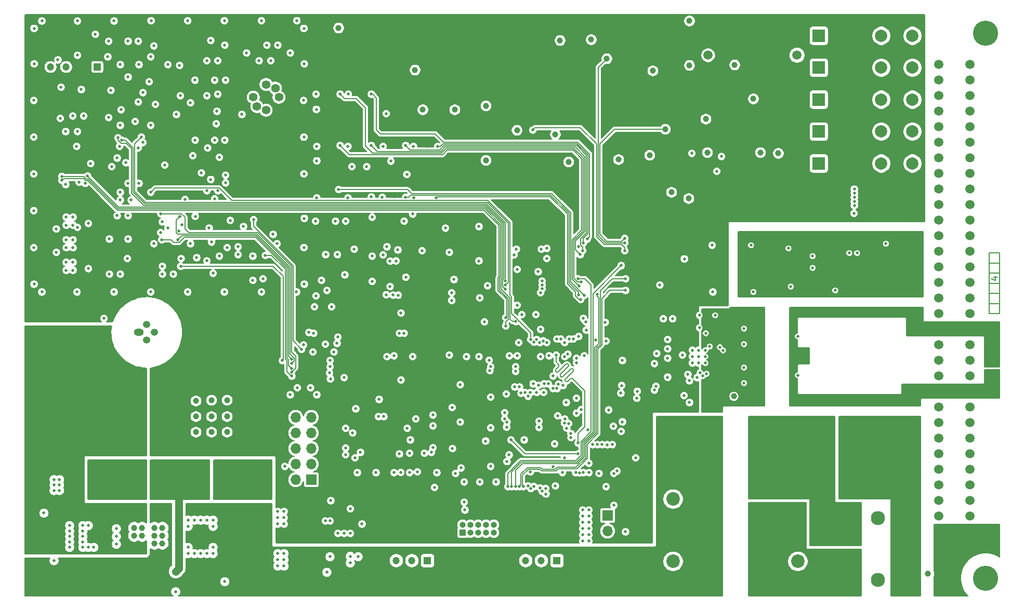
<source format=gbr>
G04 #@! TF.GenerationSoftware,KiCad,Pcbnew,5.1.5*
G04 #@! TF.CreationDate,2020-03-16T23:18:46+01:00*
G04 #@! TF.ProjectId,ETH1CDMM1,45544831-4344-44d4-9d31-2e6b69636164,rev?*
G04 #@! TF.SameCoordinates,Original*
G04 #@! TF.FileFunction,Copper,L4,Inr*
G04 #@! TF.FilePolarity,Positive*
%FSLAX46Y46*%
G04 Gerber Fmt 4.6, Leading zero omitted, Abs format (unit mm)*
G04 Created by KiCad (PCBNEW 5.1.5) date 2020-03-16 23:18:46*
%MOMM*%
%LPD*%
G04 APERTURE LIST*
%ADD10C,0.200000*%
%ADD11C,1.400000*%
%ADD12C,0.500000*%
%ADD13R,1.200000X1.200000*%
%ADD14C,1.200000*%
%ADD15O,1.200000X1.200000*%
%ADD16O,1.600000X1.200000*%
%ADD17C,1.500000*%
%ADD18C,2.200000*%
%ADD19C,2.300000*%
%ADD20C,2.000000*%
%ADD21R,2.000000X2.000000*%
%ADD22O,1.000000X1.000000*%
%ADD23R,1.000000X1.000000*%
%ADD24O,1.700000X1.700000*%
%ADD25R,1.700000X1.700000*%
%ADD26C,1.501140*%
%ADD27C,4.100000*%
%ADD28C,1.000000*%
%ADD29C,0.127000*%
%ADD30C,1.270000*%
G04 APERTURE END LIST*
D10*
X228322214Y-95377023D02*
X228988880Y-95377023D01*
X227941261Y-95615119D02*
X228655547Y-95853214D01*
X228655547Y-95234166D01*
D11*
X109855000Y-68140000D03*
X108364000Y-67531000D03*
X107755000Y-66040000D03*
X109855000Y-63940000D03*
X111346000Y-64549000D03*
X111955000Y-66040000D03*
D12*
X78401000Y-90566000D03*
X77301000Y-90566000D03*
X78401000Y-89266000D03*
X77301000Y-89266000D03*
X78401000Y-94249000D03*
X77301000Y-94249000D03*
X78401000Y-92949000D03*
X77301000Y-92949000D03*
D13*
X157226000Y-141605000D03*
D14*
X154686000Y-141605000D03*
X152146000Y-141605000D03*
D15*
X90424000Y-105664000D03*
X91694000Y-104394000D03*
X90424000Y-103124000D03*
D16*
X89154000Y-104394000D03*
D17*
X181864000Y-59182000D03*
X196342000Y-59182000D03*
D13*
X82359500Y-61087000D03*
D14*
X79819500Y-61087000D03*
X77279500Y-61087000D03*
X74739500Y-61087000D03*
D18*
X196469000Y-129032000D03*
X196469000Y-134112000D03*
X196469000Y-141732000D03*
X176149000Y-141732000D03*
X176149000Y-121412000D03*
X176149000Y-131572000D03*
D12*
X78401000Y-86883000D03*
X77301000Y-86883000D03*
X78401000Y-85583000D03*
X77301000Y-85583000D03*
D13*
X136144000Y-141605000D03*
D14*
X133604000Y-141605000D03*
X131064000Y-141605000D03*
D12*
X179290000Y-109381000D03*
X179290000Y-108331000D03*
X179290000Y-107281000D03*
X180340000Y-109381000D03*
X180340000Y-108331000D03*
X180340000Y-107281000D03*
X181390000Y-109381000D03*
X181390000Y-108331000D03*
X181390000Y-107281000D03*
D19*
X209514000Y-144700000D03*
X209514000Y-134700000D03*
X205014000Y-134700000D03*
X205014000Y-144700000D03*
D20*
X215138000Y-76835000D03*
X210058000Y-76835000D03*
X204978000Y-76835000D03*
D21*
X199898000Y-76835000D03*
D20*
X215138000Y-71628000D03*
X210058000Y-71628000D03*
X204978000Y-71628000D03*
D21*
X199898000Y-71628000D03*
D20*
X215138000Y-66421000D03*
X210058000Y-66421000D03*
X204978000Y-66421000D03*
D21*
X199898000Y-66421000D03*
D20*
X215138000Y-61214000D03*
X210058000Y-61214000D03*
X204978000Y-61214000D03*
D21*
X199898000Y-61214000D03*
D20*
X215138000Y-56007000D03*
X210058000Y-56007000D03*
X204978000Y-56007000D03*
D21*
X199898000Y-56007000D03*
D22*
X146939000Y-135763000D03*
X146939000Y-137033000D03*
X145669000Y-135763000D03*
X145669000Y-137033000D03*
X144399000Y-135763000D03*
X144399000Y-137033000D03*
X143129000Y-135763000D03*
X143129000Y-137033000D03*
X141859000Y-135763000D03*
D23*
X141859000Y-137033000D03*
D24*
X165481000Y-136779000D03*
D25*
X165481000Y-134239000D03*
D26*
X224540000Y-60630000D03*
X224540000Y-63170000D03*
X224540000Y-68250000D03*
X224540000Y-65710000D03*
X224540000Y-70790000D03*
X224540000Y-73330000D03*
X224540000Y-75870000D03*
X224540000Y-78410000D03*
X224540000Y-80950000D03*
X224540000Y-83490000D03*
X224540000Y-86030000D03*
X224540000Y-88570000D03*
X224540000Y-91110000D03*
X224540000Y-93650000D03*
X224540000Y-96190000D03*
X224540000Y-98730000D03*
X224540000Y-101270000D03*
X224540000Y-103810000D03*
X224540000Y-106350000D03*
X224540000Y-108890000D03*
X224540000Y-111430000D03*
X224540000Y-113970000D03*
X224540000Y-116510000D03*
X224540000Y-119050000D03*
X224540000Y-121590000D03*
X224540000Y-124130000D03*
X224540000Y-126670000D03*
X224540000Y-129210000D03*
X224540000Y-131750000D03*
X224540000Y-134290000D03*
X224540000Y-136830000D03*
X224540000Y-139370000D03*
X219460000Y-60630000D03*
X219460000Y-63170000D03*
X219460000Y-68250000D03*
X219460000Y-65710000D03*
X219460000Y-70790000D03*
X219460000Y-73330000D03*
X219460000Y-75870000D03*
X219460000Y-78410000D03*
X219460000Y-80950000D03*
X219460000Y-83490000D03*
X219460000Y-86030000D03*
X219460000Y-88570000D03*
X219460000Y-91110000D03*
X219460000Y-93650000D03*
X219460000Y-96190000D03*
X219460000Y-98730000D03*
X219460000Y-101270000D03*
X219460000Y-103810000D03*
X219460000Y-106350000D03*
X219460000Y-108890000D03*
X219460000Y-111430000D03*
X219460000Y-113970000D03*
X219460000Y-116510000D03*
X219460000Y-119050000D03*
X219460000Y-121590000D03*
X219460000Y-124130000D03*
X219460000Y-126670000D03*
X219460000Y-129210000D03*
X219460000Y-131750000D03*
X219460000Y-134290000D03*
X219460000Y-136830000D03*
X219460000Y-139370000D03*
D27*
X227080000Y-144450000D03*
X227080000Y-55550000D03*
D24*
X114681000Y-118237000D03*
X117221000Y-118237000D03*
X114681000Y-120777000D03*
X117221000Y-120777000D03*
X114681000Y-123317000D03*
X117221000Y-123317000D03*
X114681000Y-125857000D03*
X117221000Y-125857000D03*
X114681000Y-128397000D03*
D25*
X117221000Y-128397000D03*
D12*
X174561500Y-102171500D03*
X161671000Y-108204000D03*
X155956000Y-108204000D03*
X149479000Y-108204000D03*
X164084000Y-127381000D03*
X166497000Y-132588000D03*
X154559000Y-97917000D03*
X150622000Y-90805000D03*
X173990000Y-96647000D03*
X161417000Y-135382000D03*
X162433000Y-135382000D03*
X162433000Y-134366000D03*
X161417000Y-134366000D03*
X161417000Y-136398000D03*
X162433000Y-136398000D03*
X162433000Y-137414000D03*
X161417000Y-137414000D03*
X161417000Y-133350000D03*
X162433000Y-133350000D03*
X161417000Y-138430000D03*
X162433000Y-138430000D03*
X168402000Y-136906000D03*
X173355000Y-113157000D03*
D28*
X186055000Y-114808000D03*
D12*
X177673000Y-108076990D03*
X142113000Y-132080000D03*
X170053000Y-124841000D03*
X167894000Y-108966000D03*
X161544000Y-102108000D03*
X165100000Y-102743000D03*
X154559000Y-103886000D03*
X155574986Y-90678000D03*
X178816000Y-115824000D03*
X173482000Y-107823000D03*
X146431000Y-126238000D03*
X146431000Y-114935000D03*
X142240000Y-133350000D03*
X167640000Y-114300000D03*
X158242000Y-113030000D03*
X156861679Y-122571679D03*
X151892000Y-121920000D03*
X152908000Y-127127000D03*
X146304000Y-110617000D03*
X154237500Y-113030000D03*
X154178000Y-94488000D03*
X167892650Y-118974990D03*
X146431000Y-119955490D03*
X130048000Y-92760800D03*
X160714510Y-90424000D03*
X170307000Y-113982500D03*
X158115000Y-127254000D03*
X175260000Y-105537000D03*
X176085500Y-102171500D03*
X189865000Y-111379000D03*
X189865000Y-105029000D03*
X183261000Y-110109000D03*
X183261000Y-106045000D03*
X183515000Y-112903000D03*
X181864000Y-112903000D03*
D28*
X169545000Y-146558000D03*
X168275000Y-146558000D03*
X167005000Y-146558000D03*
X145161000Y-146685000D03*
X146431000Y-146685000D03*
X147701000Y-146685000D03*
X145161000Y-145161000D03*
D12*
X104648000Y-137668000D03*
X104648000Y-136652000D03*
X104648000Y-138684000D03*
X106299000Y-137668000D03*
D28*
X82804000Y-143256000D03*
X84074000Y-143256000D03*
X81407000Y-146812000D03*
X82804000Y-146812000D03*
X84074000Y-146812000D03*
D12*
X107950000Y-137668000D03*
X107950000Y-136652000D03*
X107950000Y-138684000D03*
D28*
X104521000Y-142875000D03*
X77597000Y-143256000D03*
D12*
X121539000Y-137160000D03*
X123571000Y-137160000D03*
D28*
X103505000Y-120650000D03*
X98425000Y-118110000D03*
X100965000Y-118110000D03*
X103505000Y-118110000D03*
X100965000Y-120650000D03*
X98425000Y-120650000D03*
X162814000Y-56642000D03*
X178816000Y-53594000D03*
X190373000Y-75057000D03*
X193294000Y-75184000D03*
X175895000Y-81534000D03*
X189230000Y-66294000D03*
D12*
X205613000Y-84963000D03*
X182626000Y-97790000D03*
X182499000Y-90170000D03*
X184023000Y-75691998D03*
D28*
X172847000Y-61722000D03*
D12*
X154686000Y-90805000D03*
X122555000Y-137160000D03*
X120396008Y-131826000D03*
X76200000Y-128397000D03*
X76200000Y-129286000D03*
X75311000Y-129286000D03*
X75311000Y-128397000D03*
X75311000Y-130175000D03*
X76200000Y-130175000D03*
D28*
X92964000Y-137541000D03*
X92964000Y-136271000D03*
X91694000Y-136271000D03*
X91694000Y-137541000D03*
X91694000Y-138811000D03*
X92964000Y-138811000D03*
D12*
X173101000Y-109474000D03*
X154559000Y-108331000D03*
X158496000Y-108331000D03*
X156591000Y-111506000D03*
X150495000Y-109982000D03*
X150495000Y-110744000D03*
X158496000Y-124841000D03*
X154305000Y-119888000D03*
X154305000Y-118872000D03*
X112903000Y-126238000D03*
X128142994Y-118110000D03*
X129032000Y-118110000D03*
X134493000Y-127127000D03*
X133223000Y-124079000D03*
X125222000Y-123952000D03*
X124333000Y-124841000D03*
X151511000Y-101473000D03*
X153797000Y-101473000D03*
X166427481Y-119691481D03*
X156972000Y-129413000D03*
X82042000Y-55753000D03*
X76454000Y-64389000D03*
X79756000Y-64770000D03*
X78359000Y-69088000D03*
X79121000Y-71628000D03*
X87884000Y-82804000D03*
X86106000Y-81534000D03*
X85598000Y-85344000D03*
X87376000Y-89154000D03*
X87249000Y-92329000D03*
X92964000Y-93599000D03*
X94742000Y-94869000D03*
X98552000Y-92202000D03*
X103505000Y-90551000D03*
X101219000Y-94742000D03*
X106172000Y-87122000D03*
X96647000Y-82677000D03*
X101981000Y-81280000D03*
X97917000Y-75565000D03*
X101473000Y-73025000D03*
X102235000Y-75819000D03*
X84074000Y-59436000D03*
X87376000Y-56896000D03*
X89154000Y-60706000D03*
X101981000Y-60071000D03*
X100838000Y-56769000D03*
X101473000Y-63246000D03*
X101981000Y-65532000D03*
X106680000Y-58801000D03*
X109982000Y-57531000D03*
X110617000Y-60071000D03*
X91567000Y-89916000D03*
X86106000Y-94869000D03*
X97536000Y-89916000D03*
X115951000Y-66548000D03*
X116014500Y-54800500D03*
X85090000Y-53594000D03*
X91122500Y-53540008D03*
X97091500Y-53539992D03*
X109093000Y-53539996D03*
X116014500Y-72540000D03*
X116014500Y-78539986D03*
X116014500Y-90540000D03*
X114808000Y-97790000D03*
X109093000Y-97790000D03*
X103060500Y-97790000D03*
X97091500Y-97790000D03*
X91059000Y-97790000D03*
X85090000Y-97790000D03*
X83439000Y-102108000D03*
X79057500Y-97790000D03*
X73342500Y-97790000D03*
X72009000Y-90551000D03*
X72009000Y-84518500D03*
X72009000Y-78549500D03*
X72009000Y-72517000D03*
X72009000Y-66548000D03*
X72072500Y-60579000D03*
X72072500Y-54800500D03*
X79121000Y-53594000D03*
X73342500Y-53594000D03*
X114871500Y-53530500D03*
X116078000Y-96520000D03*
X72072500Y-96520000D03*
X89789000Y-73406000D03*
X88519000Y-69977000D03*
X89027000Y-66802000D03*
X75946000Y-59944000D03*
X81280000Y-76835000D03*
D28*
X134112000Y-61595000D03*
D12*
X80899000Y-93980000D03*
X86995000Y-76708000D03*
X103060500Y-53539997D03*
X120205500Y-110998000D03*
X132613400Y-95377000D03*
X131383571Y-98302000D03*
X140106400Y-99161600D03*
D28*
X150723600Y-71424800D03*
D12*
X121158000Y-86233000D03*
X117983000Y-98425000D03*
X87376000Y-80077490D03*
D28*
X159130999Y-76581000D03*
X167259000Y-76200000D03*
X145669000Y-76327000D03*
D12*
X148971000Y-114427000D03*
X149034500Y-119824500D03*
X149442000Y-124359500D03*
X170243500Y-115121500D03*
X79375000Y-79883000D03*
X101473000Y-82613498D03*
X100838000Y-79438500D03*
X119570500Y-91694000D03*
X116078000Y-85788500D03*
X116078000Y-60579000D03*
X111633000Y-89916000D03*
X109347000Y-95631000D03*
X121412000Y-106172000D03*
X119507000Y-106299000D03*
X122809000Y-123257490D03*
X116840000Y-104394000D03*
D28*
X121666000Y-54737000D03*
X140589000Y-68072000D03*
D12*
X93853000Y-87376000D03*
D28*
X98425000Y-115570000D03*
X100965000Y-115443000D03*
X103505000Y-115443000D03*
D12*
X156597012Y-126244012D03*
X160401000Y-109347000D03*
X160782000Y-105029000D03*
X123571000Y-140906500D03*
X99187000Y-135001000D03*
X98171000Y-135001000D03*
X97155000Y-135001000D03*
X100203000Y-135001000D03*
X97155000Y-136017000D03*
X101219000Y-135001000D03*
X101219000Y-136017000D03*
X85471000Y-137668000D03*
X85471000Y-136398000D03*
X85471000Y-138938000D03*
D28*
X88392000Y-136271000D03*
X89662000Y-136271000D03*
X89662000Y-137541000D03*
X88392000Y-137541000D03*
D12*
X123571000Y-133159500D03*
X120269000Y-135128000D03*
X119514989Y-135128000D03*
X73660000Y-133858000D03*
X76962000Y-133858000D03*
D28*
X87122000Y-132842000D03*
X88392000Y-132842000D03*
X89662000Y-132842000D03*
X89662000Y-134112000D03*
X88392000Y-134112000D03*
X87122000Y-134112000D03*
X85725000Y-132842000D03*
X85725000Y-134112000D03*
X80010000Y-134112000D03*
X80010000Y-132842000D03*
X78740000Y-132842000D03*
X78740000Y-134112000D03*
X80518000Y-118110000D03*
X83058000Y-120650000D03*
X83058000Y-118110000D03*
X78105000Y-118110000D03*
X78105000Y-120650000D03*
X80518000Y-120650000D03*
X83058000Y-115570000D03*
X80518000Y-115570000D03*
X78105000Y-115570000D03*
D12*
X150622000Y-97917000D03*
X209423000Y-84963000D03*
X182499000Y-88900000D03*
X173990000Y-92583000D03*
X139700000Y-135382000D03*
X139700000Y-134366000D03*
X139700000Y-133350000D03*
X139700000Y-132334000D03*
X139700000Y-136398000D03*
X139700000Y-137414000D03*
X139700000Y-138430000D03*
X138684000Y-138430000D03*
X138684000Y-137414000D03*
X138684000Y-132334000D03*
X138684000Y-133350000D03*
D28*
X174879000Y-76581000D03*
X165354000Y-61848992D03*
D12*
X150749000Y-103886000D03*
X98044000Y-94869000D03*
X75438000Y-56388000D03*
X112649000Y-60579000D03*
X115505038Y-105218851D03*
X120777000Y-64389000D03*
X130936998Y-74041000D03*
X136144000Y-74041000D03*
X125222004Y-65532000D03*
X153289000Y-77089000D03*
X120269000Y-74041000D03*
X125349008Y-74041000D03*
X130810000Y-82296000D03*
X99123500Y-82550000D03*
X91567000Y-82359500D03*
X102870000Y-85217000D03*
X120396000Y-81978500D03*
X161099500Y-92900492D03*
X138684000Y-134366000D03*
X138684000Y-135382000D03*
X138684000Y-136398000D03*
X117983000Y-103505000D03*
X127762000Y-127254000D03*
X133223000Y-127254000D03*
X140716000Y-127381000D03*
X141478000Y-118999000D03*
X141478000Y-112903000D03*
X133731000Y-108331000D03*
X129540000Y-108331000D03*
X122809000Y-124333000D03*
X137033000Y-119634000D03*
X137033000Y-123190000D03*
X133350000Y-121920000D03*
X111760000Y-135636000D03*
X111760000Y-134620000D03*
X111760000Y-133604000D03*
X112776000Y-135636000D03*
X112776000Y-134620000D03*
X112776000Y-133604000D03*
X124460000Y-116840000D03*
X131826000Y-112141000D03*
X123952000Y-120777000D03*
X135636000Y-124079000D03*
X122555000Y-111760000D03*
X121539000Y-105156000D03*
X117602000Y-104520992D03*
X139700000Y-108077000D03*
X111760000Y-142494000D03*
X111760000Y-141478000D03*
X111760000Y-140462000D03*
X112776000Y-140462000D03*
X112776000Y-141478000D03*
X112776000Y-142494000D03*
X124714000Y-127254000D03*
X131572000Y-124206000D03*
X122809000Y-120015000D03*
X140157200Y-116636794D03*
D28*
X108712000Y-129667000D03*
X107442000Y-128397000D03*
X109982000Y-130937000D03*
X109982000Y-129667000D03*
X107442000Y-130937000D03*
X109982000Y-128397000D03*
X108712000Y-128397000D03*
X108712000Y-127127000D03*
X107442000Y-129667000D03*
X108712000Y-125857000D03*
X109982000Y-125857000D03*
X109982000Y-127127000D03*
X107442000Y-125857000D03*
X107442000Y-127127000D03*
X108712000Y-130937000D03*
X178689000Y-82550000D03*
D12*
X89027000Y-56896000D03*
X103124000Y-73025000D03*
X80137000Y-69088000D03*
X86106000Y-82804000D03*
X87376000Y-85344000D03*
X92964000Y-94869000D03*
X105283000Y-90424000D03*
X105283000Y-91694000D03*
X108712000Y-60071000D03*
X103251000Y-63246000D03*
X103124000Y-57531000D03*
X89027000Y-74294992D03*
X103251000Y-78740000D03*
X122809000Y-86233000D03*
X127127000Y-85598000D03*
X122682000Y-94996000D03*
X80391000Y-80077490D03*
X145927000Y-96774000D03*
X96139000Y-86868000D03*
X130048000Y-96900992D03*
D28*
X88392000Y-129667000D03*
X87122000Y-128397000D03*
X89662000Y-130937000D03*
X89662000Y-129667000D03*
X87122000Y-130937000D03*
X89662000Y-128397000D03*
X88392000Y-128397000D03*
X88392000Y-127127000D03*
X87122000Y-129667000D03*
X88392000Y-125857000D03*
X89662000Y-125857000D03*
X89662000Y-127127000D03*
X87122000Y-125857000D03*
X87122000Y-127127000D03*
X88392000Y-130937000D03*
X181737000Y-75057000D03*
D12*
X77216000Y-71628000D03*
X85979000Y-74041000D03*
X84328000Y-89154000D03*
X100203000Y-81280000D03*
X86106000Y-70612000D03*
X86106000Y-60706000D03*
X100203000Y-60071000D03*
X100203000Y-65786000D03*
X111760000Y-57531000D03*
X77216000Y-80264000D03*
X84328000Y-94869000D03*
X96012000Y-92329000D03*
X92964000Y-86360000D03*
X104013000Y-86109990D03*
X131318000Y-90932000D03*
X119761000Y-97536000D03*
X124206000Y-90805000D03*
X89154000Y-80077490D03*
X189230000Y-97790000D03*
X188849000Y-90170000D03*
X206121000Y-91440000D03*
X188976000Y-88900000D03*
X198882000Y-90043000D03*
X189230000Y-96520000D03*
X100203000Y-92710000D03*
X100965012Y-89662000D03*
X79121000Y-59182000D03*
X160291276Y-127248809D03*
X160917520Y-127279821D03*
X150749000Y-108204000D03*
X165227000Y-129540000D03*
X180086000Y-111760000D03*
X161544000Y-127254000D03*
X181483000Y-104521000D03*
X180467000Y-103632000D03*
X180467000Y-101600000D03*
X183007000Y-101600000D03*
X211963000Y-143764000D03*
X211963000Y-142494000D03*
X211963000Y-141224000D03*
X211963000Y-145034000D03*
X211963000Y-146304000D03*
X216154000Y-143764000D03*
X216154000Y-142494000D03*
X216154000Y-145034000D03*
X216154000Y-146304000D03*
X216154000Y-141224000D03*
D28*
X207010000Y-120269000D03*
X207010000Y-118999000D03*
X207010000Y-121539000D03*
X213360000Y-119888000D03*
D12*
X198882000Y-91948000D03*
X198882000Y-93853000D03*
X204851000Y-91440000D03*
X202565000Y-97536000D03*
X113792000Y-114554000D03*
X118110000Y-114554000D03*
X142494000Y-108331000D03*
X107696000Y-91948000D03*
D28*
X181482992Y-69596000D03*
D12*
X183261006Y-78105000D03*
X153289000Y-71374000D03*
X168275000Y-91059000D03*
D28*
X174879000Y-71247000D03*
D12*
X168275000Y-89027000D03*
X168275000Y-89789000D03*
D28*
X165354000Y-59753500D03*
D12*
X127127000Y-91948000D03*
X127127000Y-96075500D03*
X129540000Y-90424000D03*
X144526000Y-87122000D03*
X144526000Y-92714000D03*
X142113000Y-128778000D03*
X144653000Y-128778004D03*
X147320000Y-128778000D03*
X140208000Y-123317000D03*
X137033000Y-117856000D03*
X132842000Y-120015000D03*
X134238992Y-118491000D03*
X137668000Y-127254000D03*
X137287000Y-129667000D03*
X136779000Y-123952000D03*
X146179491Y-108914483D03*
X151003000Y-106045000D03*
D28*
X145669000Y-67437000D03*
X172339000Y-75501500D03*
X186182000Y-60769500D03*
X157734000Y-56769000D03*
D12*
X187706008Y-103759000D03*
X187706000Y-106299000D03*
X187706000Y-110109000D03*
X183757834Y-106795834D03*
X187706000Y-112649000D03*
X184288166Y-107326166D03*
X196469000Y-111379000D03*
X196469000Y-105028986D03*
X95758000Y-60833000D03*
X91821000Y-67183000D03*
X93853000Y-60706000D03*
X98277000Y-63246000D03*
X95885000Y-65786000D03*
X90805000Y-63500000D03*
X86233000Y-68072000D03*
X95250000Y-68830000D03*
X85598020Y-75946000D03*
X144653000Y-98742500D03*
X140081000Y-97917000D03*
X135255000Y-91059000D03*
X140462000Y-95758000D03*
X139700000Y-91313000D03*
X139065000Y-87376000D03*
X175260000Y-108585000D03*
X175260000Y-107061000D03*
X175260000Y-111692521D03*
X166497000Y-127381000D03*
X177927000Y-114681000D03*
X178816000Y-112268000D03*
X167005000Y-127000000D03*
X173101000Y-113792000D03*
X182118000Y-106680000D03*
X120269000Y-140970000D03*
X119761000Y-143510000D03*
X123571000Y-141986000D03*
X124841000Y-140970000D03*
X125476000Y-135636000D03*
X177990500Y-92392500D03*
X194945000Y-90678000D03*
X195326000Y-96901000D03*
X117475000Y-107569000D03*
X115633500Y-107124500D03*
X107823000Y-85978982D03*
X120269000Y-109982000D03*
X95504000Y-89281000D03*
X113982489Y-108783497D03*
X113982500Y-109410500D03*
X95821500Y-85471000D03*
X120332500Y-111950500D03*
X92837000Y-89281000D03*
X113982500Y-110243997D03*
X113982500Y-110871000D03*
X92709992Y-85026500D03*
X95948500Y-93599000D03*
X112522000Y-108966000D03*
X109728000Y-91821000D03*
X114046000Y-111506000D03*
X100330000Y-74295000D03*
X107696000Y-95885000D03*
X98298000Y-73025000D03*
X101727000Y-70358000D03*
D28*
X178816000Y-60833000D03*
D12*
X179197000Y-75184000D03*
D28*
X156972000Y-72085200D03*
D12*
X130175000Y-76454000D03*
X132778500Y-78613000D03*
X129413000Y-68707000D03*
X128778000Y-82359500D03*
X133858000Y-74041000D03*
X128905000Y-74041000D03*
X117983000Y-65532000D03*
X123253500Y-65532000D03*
X126238000Y-77343000D03*
X118110000Y-74041000D03*
X123190000Y-74041000D03*
X118110000Y-82423000D03*
X91059000Y-59436000D03*
X84201000Y-69342000D03*
X91059000Y-70612000D03*
X87376000Y-62738000D03*
X144526000Y-108331000D03*
X76327000Y-69469000D03*
X78994000Y-74041000D03*
X84709000Y-77343000D03*
X150749000Y-99949000D03*
X91567000Y-57658000D03*
X101854006Y-68326000D03*
X131013200Y-92714000D03*
X154813000Y-130302002D03*
X132334000Y-86233000D03*
X146431000Y-109982000D03*
X145415000Y-102679500D03*
X153480643Y-105980357D03*
X150241000Y-91757500D03*
X153924000Y-105537000D03*
X155575000Y-92329000D03*
X152527000Y-129413000D03*
X152970357Y-129856357D03*
X153481631Y-129493410D03*
X161984510Y-104013000D03*
X145619284Y-122096725D03*
X181602001Y-111125000D03*
X149098000Y-118999000D03*
X180975000Y-111506000D03*
X148717000Y-118491000D03*
X180594000Y-110998000D03*
X148717000Y-117475000D03*
X162433000Y-127254000D03*
X178562000Y-111252000D03*
X141605000Y-126492000D03*
X162433000Y-125730000D03*
X80899000Y-86614000D03*
X95631000Y-87884000D03*
X79121000Y-87249000D03*
X92684928Y-88111291D03*
X75692000Y-91313000D03*
X75688500Y-87499500D03*
X168402000Y-97536000D03*
X151757003Y-129540000D03*
X168402000Y-95631000D03*
X151130000Y-129540000D03*
X149860000Y-129540000D03*
X167703500Y-93472000D03*
X163830000Y-98171000D03*
X150495000Y-129540000D03*
X160655000Y-95631000D03*
X149225000Y-129540000D03*
X118110000Y-76390500D03*
X118046500Y-68008500D03*
X91059000Y-81534000D03*
X113792000Y-58801000D03*
X152971500Y-105537000D03*
X84582000Y-64897000D03*
X89789000Y-65277966D03*
X154813000Y-96647000D03*
X154993225Y-105764388D03*
X154813000Y-96012000D03*
X155575000Y-106045000D03*
X154813000Y-97282000D03*
X154432510Y-106045000D03*
X128905000Y-91757500D03*
X154494727Y-129761772D03*
X130556000Y-98298000D03*
X155439668Y-130734521D03*
X129413000Y-98234500D03*
X155388490Y-129853510D03*
X205676500Y-83693000D03*
X165227000Y-105791000D03*
X159885003Y-105473500D03*
X205676500Y-83058000D03*
X159258000Y-105473500D03*
X205676500Y-82359500D03*
X157861000Y-105473500D03*
X205676500Y-81661000D03*
X157226000Y-105473500D03*
X205676500Y-81026000D03*
X163576000Y-105664000D03*
X161925000Y-102653000D03*
X152019000Y-114173000D03*
X152908000Y-114173000D03*
X153924000Y-114173000D03*
X155066994Y-114173000D03*
X156591000Y-113538000D03*
X157226000Y-113538000D03*
X167779911Y-113038490D03*
X149094356Y-125448980D03*
X157099000Y-108077000D03*
X160655000Y-122428000D03*
X149733000Y-121920000D03*
X160655000Y-124206000D03*
X163068000Y-122682000D03*
X163830000Y-122682000D03*
X164592000Y-122682000D03*
X165442000Y-122702000D03*
X166243000Y-122682000D03*
X159512000Y-121539000D03*
X159512000Y-120904000D03*
X159131000Y-119253000D03*
X158439183Y-119139453D03*
X158504431Y-118515845D03*
X165665481Y-117024481D03*
X158480026Y-106043833D03*
X159004000Y-107950000D03*
X157353000Y-117983000D03*
X167699500Y-120523000D03*
X161163000Y-116967000D03*
X162246490Y-120269000D03*
X160401000Y-117542500D03*
X158750000Y-115824000D03*
X157480000Y-112827806D03*
X155829000Y-112776000D03*
X155126510Y-112776000D03*
X153356490Y-112776026D03*
X151384000Y-114300000D03*
X151130000Y-113284000D03*
X150368000Y-113284000D03*
X160401000Y-108585000D03*
X160401000Y-115121500D03*
X158826611Y-119983785D03*
X152527000Y-114808000D03*
X130683000Y-127254000D03*
X131803818Y-127206385D03*
X131572000Y-104520988D03*
X132334000Y-104521000D03*
X130683000Y-108204000D03*
D28*
X217678000Y-143764000D03*
D12*
X121920000Y-73914000D03*
X160845500Y-96837500D03*
X132588000Y-73914020D03*
X161417000Y-91059000D03*
X161671000Y-98361500D03*
X121666000Y-81089500D03*
X127000000Y-73914000D03*
X161036000Y-91694000D03*
X161544000Y-89789000D03*
X137795000Y-74041000D03*
X160718500Y-98234500D03*
X132588000Y-82359500D03*
X161099500Y-98996500D03*
X137541000Y-82423000D03*
X121919996Y-65532000D03*
X161170071Y-96178929D03*
X162179000Y-89154000D03*
X127000000Y-65532000D03*
X210820000Y-89916000D03*
X103124000Y-145034000D03*
X75311000Y-141605000D03*
X99187000Y-140462000D03*
X100203000Y-140462000D03*
X98171000Y-140462000D03*
X97155000Y-140462000D03*
X97155000Y-139446000D03*
X101219000Y-140462000D03*
X101219000Y-139446000D03*
X80010000Y-137668000D03*
X80010000Y-136779000D03*
X80010000Y-135890000D03*
X80899000Y-135890000D03*
X80010000Y-138557000D03*
X80010000Y-139446000D03*
X80899000Y-139446000D03*
X81788000Y-139446000D03*
X77851000Y-137668000D03*
X77851000Y-136779000D03*
X77851000Y-135890000D03*
X77851000Y-138557000D03*
X77851000Y-139446000D03*
X150749000Y-94107000D03*
X80772000Y-78867000D03*
X150495000Y-102616000D03*
X76580355Y-79574349D03*
X148905279Y-101959029D03*
X148907500Y-103314500D03*
X76581000Y-78930500D03*
X85725000Y-72644000D03*
X148844000Y-97345500D03*
X89535000Y-72517000D03*
X148844000Y-96647000D03*
X86360000Y-73025000D03*
X148844000Y-96012000D03*
X127000000Y-82296000D03*
X114935000Y-113411000D03*
X120269000Y-108966000D03*
X99314000Y-78359000D03*
X98309204Y-85438001D03*
X103251000Y-80010000D03*
X100584010Y-87376000D03*
X121479489Y-91694000D03*
X93345000Y-77089000D03*
X105918000Y-68834000D03*
X97536000Y-66929000D03*
X84201000Y-56896000D03*
X95123000Y-146685000D03*
D28*
X91821000Y-125857000D03*
X94361000Y-125857000D03*
X94361000Y-128397000D03*
X91821000Y-128397000D03*
X91821000Y-130937000D03*
X94361000Y-130937000D03*
X94361000Y-129667000D03*
X93091000Y-129667000D03*
X91821000Y-129667000D03*
X91821000Y-127127000D03*
X93091000Y-127127000D03*
X94361000Y-127127000D03*
X93091000Y-125857000D03*
X93091000Y-128397000D03*
X93091000Y-130937000D03*
D12*
X95123000Y-143383000D03*
D28*
X135382000Y-68072000D03*
D12*
X133921500Y-82423000D03*
X123825000Y-77343000D03*
X123190000Y-82423000D03*
X117094000Y-113411000D03*
X115951000Y-106426000D03*
X102235000Y-91948000D03*
X110998000Y-88392000D03*
X120904000Y-107569000D03*
X133731000Y-85090000D03*
X118872000Y-95885000D03*
X120523000Y-100203000D03*
X117729000Y-100203000D03*
X131826000Y-101219000D03*
X117919522Y-86233000D03*
X128270000Y-115315996D03*
D29*
X227647500Y-91440000D02*
X229298500Y-91440000D01*
X227647500Y-93091000D02*
X229298500Y-93091000D01*
X229298500Y-101346000D02*
X227647500Y-101346000D01*
X227647500Y-91440000D02*
X227647500Y-101346000D01*
X227647500Y-98044000D02*
X229298500Y-98044000D01*
X227647500Y-96393000D02*
X229298500Y-96393000D01*
X227647500Y-94742000D02*
X229298500Y-94742000D01*
X229298500Y-91440000D02*
X229298500Y-101346000D01*
X227647500Y-99695000D02*
X229298500Y-99695000D01*
X161036000Y-70993000D02*
X153670000Y-70993000D01*
X163703000Y-73660000D02*
X161036000Y-70993000D01*
X168275000Y-90551000D02*
X167767000Y-90043000D01*
X153670000Y-70993000D02*
X153289000Y-71374000D01*
X168275000Y-91059000D02*
X168275000Y-90551000D01*
X163703000Y-88773000D02*
X163703000Y-73660000D01*
X167767000Y-90043000D02*
X164973000Y-90043000D01*
X164973000Y-90043000D02*
X163703000Y-88773000D01*
X170180000Y-71247000D02*
X174879000Y-71247000D01*
X167767000Y-89535000D02*
X165354000Y-89535000D01*
X165354000Y-89535000D02*
X164211000Y-88392000D01*
X168275000Y-89027000D02*
X167767000Y-89535000D01*
X164211000Y-73660000D02*
X166624000Y-71247000D01*
X166624000Y-71247000D02*
X170180000Y-71247000D01*
X164211000Y-88392000D02*
X164211000Y-73660000D01*
X168275000Y-89789000D02*
X165163500Y-89789000D01*
X163957000Y-61150500D02*
X164854001Y-60253499D01*
X164854001Y-60253499D02*
X165354000Y-59753500D01*
X163957000Y-88582500D02*
X163957000Y-61150500D01*
X165163500Y-89789000D02*
X163957000Y-88582500D01*
X107823000Y-87122000D02*
X107823000Y-85978982D01*
X114236511Y-93535511D02*
X107823000Y-87122000D01*
X115633500Y-107124500D02*
X114236511Y-105727511D01*
X114236511Y-105727511D02*
X114236511Y-93535511D01*
X113474500Y-108275508D02*
X113732490Y-108533498D01*
X113474500Y-93851172D02*
X113474500Y-108275508D01*
X113732490Y-108533498D02*
X113982489Y-108783497D01*
X108269328Y-88646000D02*
X113474500Y-93851172D01*
X96139000Y-88646000D02*
X108269328Y-88646000D01*
X95504000Y-89281000D02*
X96139000Y-88646000D01*
X95571501Y-85720999D02*
X95821500Y-85471000D01*
X95190499Y-88095441D02*
X95190499Y-86102001D01*
X108374542Y-88391990D02*
X95487047Y-88391989D01*
X113982500Y-109410500D02*
X114422999Y-108970001D01*
X113728500Y-107886500D02*
X113728500Y-93745948D01*
X114422999Y-108970001D02*
X114422999Y-108580999D01*
X114422999Y-108580999D02*
X113728500Y-107886500D01*
X95190499Y-86102001D02*
X95571501Y-85720999D01*
X95487047Y-88391989D02*
X95190499Y-88095441D01*
X113728500Y-93745948D02*
X108374542Y-88391990D01*
X94801501Y-89721501D02*
X95715441Y-89721501D01*
X92837000Y-89281000D02*
X94361000Y-89281000D01*
X94361000Y-89281000D02*
X94801501Y-89721501D01*
X113534002Y-108835002D02*
X113534002Y-109795498D01*
X108164115Y-88900011D02*
X113220500Y-93956396D01*
X95715441Y-89721501D02*
X96536931Y-88900011D01*
X113534002Y-109795498D02*
X113982500Y-110243997D01*
X113220500Y-93956396D02*
X113220500Y-108521500D01*
X96536931Y-88900011D02*
X108164115Y-88900011D01*
X113220500Y-108521500D02*
X113534002Y-108835002D01*
X96647000Y-85598000D02*
X96075500Y-85026500D01*
X97281979Y-88137979D02*
X96647000Y-87503000D01*
X114677010Y-110176490D02*
X114677010Y-108263510D01*
X113982500Y-110871000D02*
X114677010Y-110176490D01*
X96647000Y-87503000D02*
X96647000Y-85598000D01*
X108479755Y-88137979D02*
X97281979Y-88137979D01*
X114677010Y-108263510D02*
X113982500Y-107569000D01*
X93063545Y-85026500D02*
X92709992Y-85026500D01*
X96075500Y-85026500D02*
X93063545Y-85026500D01*
X113982500Y-93640724D02*
X108479755Y-88137979D01*
X113982500Y-107569000D02*
X113982500Y-93640724D01*
X112649000Y-95250000D02*
X110998000Y-93599000D01*
X110998000Y-93599000D02*
X95948500Y-93599000D01*
X112522000Y-108966000D02*
X112649000Y-108839000D01*
X112649000Y-108839000D02*
X112649000Y-95250000D01*
X113932723Y-111506000D02*
X114046000Y-111506000D01*
X110725880Y-91821000D02*
X112966500Y-94061620D01*
X109728000Y-91821000D02*
X110725880Y-91821000D01*
X112966500Y-94061620D02*
X112966500Y-108712000D01*
X113220500Y-110793777D02*
X113932723Y-111506000D01*
X112966500Y-108712000D02*
X113220500Y-108966000D01*
X113220500Y-108966000D02*
X113220500Y-110793777D01*
X163889541Y-107084907D02*
X164524520Y-106449928D01*
X163889541Y-120901297D02*
X163889541Y-107084907D01*
X164524520Y-106449928D02*
X164524520Y-98873480D01*
X152586501Y-126686499D02*
X154435999Y-126686499D01*
X151638000Y-127635000D02*
X152586501Y-126686499D01*
X154435999Y-126686499D02*
X154750297Y-127000797D01*
X151638000Y-129420997D02*
X151638000Y-127635000D01*
X151757003Y-129540000D02*
X151638000Y-129420997D01*
X164524520Y-98873480D02*
X165862000Y-97536000D01*
X160464491Y-126660733D02*
X162179000Y-124946224D01*
X154750297Y-127000797D02*
X157098203Y-127000797D01*
X162179000Y-122611838D02*
X163889541Y-120901297D01*
X157098203Y-127000797D02*
X157438266Y-126660734D01*
X165862000Y-97536000D02*
X168402000Y-97536000D01*
X157438266Y-126660734D02*
X160464491Y-126660733D01*
X162179000Y-124946224D02*
X162179000Y-122611838D01*
X168048447Y-95631000D02*
X168402000Y-95631000D01*
X164270510Y-97603490D02*
X166243000Y-95631000D01*
X164270510Y-106344714D02*
X164270510Y-97603490D01*
X163635531Y-120796083D02*
X163635531Y-106979693D01*
X154559000Y-126428500D02*
X154876500Y-126746000D01*
X152463500Y-126428500D02*
X154559000Y-126428500D01*
X156972000Y-126746000D02*
X157311276Y-126406724D01*
X163635531Y-106979693D02*
X164270510Y-106344714D01*
X151130000Y-129540000D02*
X151384000Y-129286000D01*
X151384000Y-127508000D02*
X152463500Y-126428500D01*
X151384000Y-129286000D02*
X151384000Y-127508000D01*
X157311276Y-126406724D02*
X160359276Y-126406724D01*
X161925000Y-122506614D02*
X163635531Y-120796083D01*
X154876500Y-126746000D02*
X156972000Y-126746000D01*
X166243000Y-95631000D02*
X168048447Y-95631000D01*
X160359276Y-126406724D02*
X161925000Y-124841000D01*
X161925000Y-124841000D02*
X161925000Y-122506614D01*
X161416989Y-122296176D02*
X163127510Y-120585656D01*
X151437500Y-125549500D02*
X160465388Y-125549500D01*
X163127510Y-98047990D02*
X167453501Y-93721999D01*
X163127510Y-120585656D02*
X163127510Y-98047990D01*
X149860000Y-129540000D02*
X149860000Y-127127000D01*
X161416989Y-124597899D02*
X161416989Y-122296176D01*
X167453501Y-93721999D02*
X167703500Y-93472000D01*
X160465388Y-125549500D02*
X161416989Y-124597899D01*
X149860000Y-127127000D02*
X151437500Y-125549500D01*
X150495000Y-129540000D02*
X150495000Y-126873000D01*
X163381521Y-106874479D02*
X164016501Y-106239499D01*
X164016501Y-106239499D02*
X164016501Y-98711054D01*
X150495000Y-126873000D02*
X151564489Y-125803511D01*
X151564489Y-125803511D02*
X160570601Y-125803511D01*
X163830000Y-98524553D02*
X163830000Y-98171000D01*
X161671000Y-122401390D02*
X163381521Y-120690869D01*
X160570601Y-125803511D02*
X161671000Y-124703112D01*
X164016501Y-98711054D02*
X163830000Y-98524553D01*
X161671000Y-124703112D02*
X161671000Y-122401390D01*
X163381521Y-120690869D02*
X163381521Y-106874479D01*
X162814000Y-96647000D02*
X162814000Y-120539941D01*
X160655000Y-95631000D02*
X161798000Y-95631000D01*
X151310511Y-125295489D02*
X149225000Y-127381000D01*
X149225000Y-127381000D02*
X149225000Y-129186447D01*
X161162978Y-122190962D02*
X161162978Y-124460022D01*
X160327511Y-125295489D02*
X151310511Y-125295489D01*
X161798000Y-95631000D02*
X162814000Y-96647000D01*
X162814000Y-120539941D02*
X161162978Y-122190962D01*
X161162978Y-124460022D02*
X160327511Y-125295489D01*
X149225000Y-129186447D02*
X149225000Y-129540000D01*
X102238999Y-80839499D02*
X91753501Y-80839499D01*
X91308999Y-81284001D02*
X91059000Y-81534000D01*
X104263001Y-82863501D02*
X102238999Y-80839499D01*
X152971500Y-104440558D02*
X149860000Y-101329058D01*
X149542500Y-86467052D02*
X145938949Y-82863501D01*
X152971500Y-105537000D02*
X152971500Y-104440558D01*
X91753501Y-80839499D02*
X91308999Y-81284001D01*
X149860000Y-101329058D02*
X149860000Y-98615500D01*
X145938949Y-82863501D02*
X104263001Y-82863501D01*
X149860000Y-98615500D02*
X149542500Y-98298000D01*
X149542500Y-98298000D02*
X149542500Y-86467052D01*
X161798000Y-119761000D02*
X160655000Y-120904000D01*
X161798000Y-113919000D02*
X161798000Y-119761000D01*
X159813441Y-111934443D02*
X161798000Y-113919000D01*
X159709814Y-111869329D02*
X159765296Y-111896048D01*
X159649777Y-111855626D02*
X159709814Y-111869329D01*
X159472678Y-111896048D02*
X159528160Y-111869329D01*
X158918191Y-112402271D02*
X158973673Y-112375552D01*
X158796574Y-112415974D02*
X158858154Y-112415974D01*
X158681055Y-112375552D02*
X158736537Y-112402271D01*
X158594515Y-112289012D02*
X158632910Y-112337158D01*
X158554094Y-112173493D02*
X158567797Y-112233530D01*
X158554094Y-112111913D02*
X158554094Y-112173493D01*
X158632910Y-111948249D02*
X158594515Y-111996394D01*
X159827252Y-110753912D02*
X158632910Y-111948249D01*
X158632910Y-112337158D02*
X158681055Y-112375552D01*
X159906068Y-110528668D02*
X159906068Y-110590248D01*
X159021818Y-112337158D02*
X159424532Y-111934443D01*
X159827252Y-110365004D02*
X159865645Y-110413148D01*
X159779105Y-110326608D02*
X159827252Y-110365004D01*
X159723623Y-110299890D02*
X159779105Y-110326608D01*
X159541969Y-110299890D02*
X159602006Y-110286187D01*
X159438344Y-110365005D02*
X159486487Y-110326608D01*
X158567797Y-112233530D02*
X158594515Y-112289012D01*
X158244005Y-111559345D02*
X159438344Y-110365005D01*
X158736537Y-112402271D02*
X158796574Y-112415974D01*
X158018761Y-111638161D02*
X158080341Y-111638161D01*
X157958724Y-111624458D02*
X158018761Y-111638161D01*
X159663586Y-110286187D02*
X159723623Y-110299890D01*
X157855097Y-111559345D02*
X157903242Y-111597739D01*
X158567797Y-112051876D02*
X158554094Y-112111913D01*
X157362566Y-110846644D02*
X157418048Y-110819925D01*
X157240949Y-110860347D02*
X157302529Y-110860347D01*
X159892365Y-110650285D02*
X159865645Y-110705766D01*
X157180912Y-110846644D02*
X157240949Y-110860347D01*
X159892365Y-110468631D02*
X159906068Y-110528668D01*
X159114552Y-109690818D02*
X159128255Y-109750855D01*
X158858154Y-112415974D02*
X158918191Y-112402271D01*
X157125430Y-110819925D02*
X157180912Y-110846644D01*
X158708674Y-109548795D02*
X158764156Y-109522077D01*
X157077285Y-110781531D02*
X157125430Y-110819925D01*
X159865645Y-110705766D02*
X159827252Y-110753912D01*
X159128255Y-109750855D02*
X159128255Y-109812435D01*
X156998468Y-110556287D02*
X156998468Y-110617867D01*
X159424532Y-111934443D02*
X159472678Y-111896048D01*
X159114552Y-109872472D02*
X159087832Y-109927953D01*
X157012171Y-110677904D02*
X157038890Y-110733386D01*
X159765296Y-111896048D02*
X159813441Y-111934443D01*
X158195860Y-111597739D02*
X158244005Y-111559345D01*
X158885773Y-109508374D02*
X158945810Y-109522077D01*
X158080341Y-111638161D02*
X158140378Y-111624458D01*
X157012171Y-110496250D02*
X156998468Y-110556287D01*
X159588197Y-111855626D02*
X159649777Y-111855626D01*
X157480000Y-109601000D02*
X157518394Y-109649145D01*
X157545113Y-109886281D02*
X157518394Y-109941763D01*
X158973673Y-112375552D02*
X159021818Y-112337158D01*
X158140378Y-111624458D02*
X158195860Y-111597739D01*
X157099000Y-109220000D02*
X157480000Y-109601000D01*
X157302529Y-110860347D02*
X157362566Y-110846644D01*
X157480000Y-109989908D02*
X157077285Y-110392622D01*
X159865645Y-110413148D02*
X159892365Y-110468631D01*
X157038890Y-110440768D02*
X157012171Y-110496250D01*
X157558816Y-109826244D02*
X157545113Y-109886281D01*
X157099000Y-108077000D02*
X157099000Y-109220000D01*
X159087832Y-109635335D02*
X159114552Y-109690818D01*
X159486487Y-110326608D02*
X159541969Y-110299890D01*
X157558816Y-109764664D02*
X157558816Y-109826244D01*
X157903242Y-111597739D02*
X157958724Y-111624458D01*
X158945810Y-109522077D02*
X159001292Y-109548795D01*
X157077285Y-110392622D02*
X157038890Y-110440768D01*
X157466193Y-110781531D02*
X158660531Y-109587192D01*
X157545113Y-109704627D02*
X157558816Y-109764664D01*
X157816702Y-111218581D02*
X157789984Y-111274063D01*
X158660531Y-109587192D02*
X158708674Y-109548795D01*
X158764156Y-109522077D02*
X158824193Y-109508374D01*
X158594515Y-111996394D02*
X158567797Y-112051876D01*
X159602006Y-110286187D02*
X159663586Y-110286187D01*
X158824193Y-109508374D02*
X158885773Y-109508374D01*
X157038890Y-110733386D02*
X157077285Y-110781531D01*
X159128255Y-109812435D02*
X159114552Y-109872472D01*
X159906068Y-110590248D02*
X159892365Y-110650285D01*
X159049439Y-109587191D02*
X159087832Y-109635335D01*
X159001292Y-109548795D02*
X159049439Y-109587191D01*
X159087832Y-109927953D02*
X159049439Y-109976099D01*
X157518394Y-109649145D02*
X157545113Y-109704627D01*
X159049439Y-109976099D02*
X157855097Y-111170436D01*
X157518394Y-109941763D02*
X157480000Y-109989908D01*
X157855097Y-111170436D02*
X157816702Y-111218581D01*
X160655000Y-120904000D02*
X160655000Y-122428000D01*
X159528160Y-111869329D02*
X159588197Y-111855626D01*
X157418048Y-110819925D02*
X157466193Y-110781531D01*
X157789984Y-111274063D02*
X157776281Y-111334100D01*
X156998468Y-110617867D02*
X157012171Y-110677904D01*
X157776281Y-111334100D02*
X157776281Y-111395680D01*
X157776281Y-111395680D02*
X157789984Y-111455717D01*
X157789984Y-111455717D02*
X157816702Y-111511199D01*
X157816702Y-111511199D02*
X157855097Y-111559345D01*
X152019000Y-124206000D02*
X160301447Y-124206000D01*
X149733000Y-121920000D02*
X152019000Y-124206000D01*
X160301447Y-124206000D02*
X160655000Y-124206000D01*
X123380500Y-75374500D02*
X122169999Y-74163999D01*
X122169999Y-74163999D02*
X121920000Y-73914000D01*
X159893000Y-74676000D02*
X139319000Y-74676000D01*
X139319000Y-74676000D02*
X138620500Y-75374500D01*
X161290000Y-87693500D02*
X161290000Y-76073000D01*
X161290000Y-76073000D02*
X159893000Y-74676000D01*
X138620500Y-75374500D02*
X123380500Y-75374500D01*
X160845500Y-96837500D02*
X159706480Y-95698480D01*
X159706480Y-95698480D02*
X159706480Y-89277020D01*
X159706480Y-89277020D02*
X161290000Y-87693500D01*
X161099500Y-89154000D02*
X161099500Y-90133947D01*
X162052000Y-88201500D02*
X161099500Y-89154000D01*
X162052000Y-75501500D02*
X162052000Y-88201500D01*
X161417000Y-90451447D02*
X161417000Y-90705447D01*
X138112500Y-74612500D02*
X138811000Y-73914000D01*
X161417000Y-90705447D02*
X161417000Y-91059000D01*
X160464500Y-73914000D02*
X162052000Y-75501500D01*
X132588000Y-73914020D02*
X133286480Y-74612500D01*
X133286480Y-74612500D02*
X138112500Y-74612500D01*
X161099500Y-90133947D02*
X161417000Y-90451447D01*
X138811000Y-73914000D02*
X160464500Y-73914000D01*
X132905500Y-81089500D02*
X133540500Y-81724500D01*
X121666000Y-81089500D02*
X132905500Y-81089500D01*
X159448500Y-96139000D02*
X161671000Y-98361500D01*
X133540500Y-81724500D02*
X156315224Y-81724500D01*
X156315224Y-81724500D02*
X159448500Y-84857776D01*
X159448500Y-84857776D02*
X159448500Y-96139000D01*
X127952500Y-74866500D02*
X127249999Y-74163999D01*
X139001500Y-74168000D02*
X138303000Y-74866500D01*
X160210500Y-74168000D02*
X139001500Y-74168000D01*
X160274000Y-90932000D02*
X160274000Y-89471500D01*
X161036000Y-91694000D02*
X160274000Y-90932000D01*
X127249999Y-74163999D02*
X127000000Y-73914000D01*
X161798000Y-87947500D02*
X161798000Y-75755500D01*
X138303000Y-74866500D02*
X127952500Y-74866500D01*
X160274000Y-89471500D02*
X161798000Y-87947500D01*
X161798000Y-75755500D02*
X160210500Y-74168000D01*
X138207750Y-74041000D02*
X137795000Y-74041000D01*
X138652240Y-73596510D02*
X138207750Y-74041000D01*
X161544000Y-89068725D02*
X162306011Y-88306714D01*
X161544000Y-89789000D02*
X161544000Y-89068725D01*
X162306011Y-88306714D02*
X162306011Y-75396286D01*
X162306011Y-75396286D02*
X160506235Y-73596510D01*
X160506235Y-73596510D02*
X138652240Y-73596510D01*
X133413500Y-81978500D02*
X133032500Y-82359500D01*
X160718500Y-97853500D02*
X159194500Y-96329500D01*
X159194500Y-96329500D02*
X159194500Y-84963000D01*
X159194500Y-84963000D02*
X156210000Y-81978500D01*
X133032500Y-82359500D02*
X132588000Y-82359500D01*
X160718500Y-98234500D02*
X160718500Y-97853500D01*
X156210000Y-81978500D02*
X133413500Y-81978500D01*
X160845500Y-98996500D02*
X161099500Y-98996500D01*
X160274000Y-98425000D02*
X160845500Y-98996500D01*
X160274000Y-97768224D02*
X160274000Y-98425000D01*
X158962276Y-96456500D02*
X160274000Y-97768224D01*
X137541000Y-82423000D02*
X137731500Y-82232500D01*
X156083000Y-82232500D02*
X158940500Y-85090000D01*
X158940500Y-85090000D02*
X158940500Y-96456500D01*
X137731500Y-82232500D02*
X156083000Y-82232500D01*
X158940500Y-96456500D02*
X158962276Y-96456500D01*
X126047500Y-73977500D02*
X126047500Y-67754500D01*
X161544000Y-75946000D02*
X160020000Y-74422000D01*
X127190500Y-75120500D02*
X126047500Y-73977500D01*
X138430000Y-75120500D02*
X127190500Y-75120500D01*
X139128500Y-74422000D02*
X138430000Y-75120500D01*
X160020000Y-74422000D02*
X139128500Y-74422000D01*
X160556231Y-96178929D02*
X159960491Y-95583189D01*
X161544000Y-87820500D02*
X161544000Y-75946000D01*
X159960491Y-89404009D02*
X161544000Y-87820500D01*
X124523500Y-66230500D02*
X122618496Y-66230500D01*
X161170071Y-96178929D02*
X160556231Y-96178929D01*
X159960491Y-95583189D02*
X159960491Y-89404009D01*
X126047500Y-67754500D02*
X124523500Y-66230500D01*
X122618496Y-66230500D02*
X121919996Y-65532000D01*
X127190500Y-65532000D02*
X127000000Y-65532000D01*
X127825500Y-71374000D02*
X127825500Y-66167000D01*
X127825500Y-66167000D02*
X127190500Y-65532000D01*
X128460500Y-72009000D02*
X127825500Y-71374000D01*
X162560022Y-88772978D02*
X162560022Y-75291072D01*
X162179000Y-89154000D02*
X162560022Y-88772978D01*
X137414000Y-72009000D02*
X128460500Y-72009000D01*
X160611449Y-73342499D02*
X138747499Y-73342499D01*
X162560022Y-75291072D02*
X160611449Y-73342499D01*
X138747499Y-73342499D02*
X137414000Y-72009000D01*
X149606000Y-102235000D02*
X149987000Y-102616000D01*
X148335980Y-95525796D02*
X148149489Y-95712287D01*
X148149489Y-97349489D02*
X149606000Y-98806000D01*
X148149489Y-95712287D02*
X148149489Y-97349489D01*
X148335980Y-86697428D02*
X148335980Y-95525796D01*
X105028980Y-83947020D02*
X145585572Y-83947020D01*
X80772000Y-78867000D02*
X85852018Y-83947018D01*
X105028978Y-83947018D02*
X105028980Y-83947020D01*
X149606000Y-98806000D02*
X149606000Y-102235000D01*
X85852018Y-83947018D02*
X105028978Y-83947018D01*
X145585572Y-83947020D02*
X148335980Y-86697428D01*
X149987000Y-102616000D02*
X150495000Y-102616000D01*
X85641590Y-84455038D02*
X80824033Y-79637481D01*
X105092538Y-84455038D02*
X85641590Y-84455038D01*
X147827960Y-86907856D02*
X145375144Y-84455040D01*
X105092540Y-84455040D02*
X105092538Y-84455038D01*
X147827960Y-95271816D02*
X147827960Y-86907856D01*
X149034500Y-101829808D02*
X149034500Y-98952948D01*
X148905279Y-101959029D02*
X149034500Y-101829808D01*
X149034500Y-98952948D02*
X147641470Y-97559918D01*
X147641470Y-97559918D02*
X147641469Y-95458307D01*
X145375144Y-84455040D02*
X105092540Y-84455040D01*
X147641469Y-95458307D02*
X147827960Y-95271816D01*
X80484757Y-79637481D02*
X80171626Y-79324350D01*
X80824033Y-79637481D02*
X80484757Y-79637481D01*
X80171626Y-79324350D02*
X76830354Y-79324350D01*
X76830354Y-79324350D02*
X76580355Y-79574349D01*
X80589971Y-79383471D02*
X80929247Y-79383471D01*
X148081970Y-95377030D02*
X147895479Y-95563521D01*
X105134192Y-84201028D02*
X105134194Y-84201030D01*
X148907500Y-102679500D02*
X148907500Y-103314500D01*
X76581000Y-78930500D02*
X80137000Y-78930500D01*
X149345780Y-102241220D02*
X148907500Y-102679500D01*
X147895479Y-97454703D02*
X149345780Y-98905004D01*
X105134194Y-84201030D02*
X145480358Y-84201030D01*
X80929247Y-79383471D02*
X85746804Y-84201028D01*
X147895479Y-95563521D02*
X147895479Y-97454703D01*
X145480358Y-84201030D02*
X148081970Y-86802642D01*
X85746804Y-84201028D02*
X105134192Y-84201028D01*
X80137000Y-78930500D02*
X80589971Y-79383471D01*
X149345780Y-98905004D02*
X149345780Y-102241220D01*
X148081970Y-86802642D02*
X148081970Y-95377030D01*
X148403499Y-96904999D02*
X148403499Y-95817501D01*
X85725000Y-73025000D02*
X85725000Y-72644000D01*
X148403499Y-95817501D02*
X148589990Y-95631010D01*
X148844000Y-97345500D02*
X148403499Y-96904999D01*
X145690786Y-83693010D02*
X90001285Y-83693009D01*
X86233000Y-73533000D02*
X85725000Y-73025000D01*
X148589990Y-95631010D02*
X148589990Y-86592214D01*
X148589990Y-86592214D02*
X145690786Y-83693010D01*
X90001285Y-83693009D02*
X87947500Y-81639224D01*
X87947500Y-81639224D02*
X87947500Y-74422000D01*
X87947500Y-74422000D02*
X87058500Y-73533000D01*
X87058500Y-73533000D02*
X86233000Y-73533000D01*
X149288500Y-86572276D02*
X149288500Y-96202500D01*
X149288500Y-96202500D02*
X148844000Y-96647000D01*
X145901214Y-83184990D02*
X149288500Y-86572276D01*
X88455500Y-73596500D02*
X88455500Y-74189776D01*
X88455510Y-74189786D02*
X88455510Y-81428786D01*
X88455510Y-81428786D02*
X90211714Y-83184990D01*
X90211714Y-83184990D02*
X145901214Y-83184990D01*
X89535000Y-72517000D02*
X88455500Y-73596500D01*
X88455500Y-74189776D02*
X88455510Y-74189786D01*
X88201500Y-81534000D02*
X88201500Y-74295000D01*
X86931500Y-73025000D02*
X86360000Y-73025000D01*
X145796000Y-83439000D02*
X90106500Y-83439000D01*
X88201500Y-74295000D02*
X86931500Y-73025000D01*
X90106500Y-83439000D02*
X88201500Y-81534000D01*
X148844000Y-86487000D02*
X145796000Y-83439000D01*
X148844000Y-96012000D02*
X148844000Y-86487000D01*
D30*
X94386400Y-130911600D02*
X94361000Y-130937000D01*
X95605600Y-130911600D02*
X94386400Y-130911600D01*
X95656400Y-130962400D02*
X95605600Y-130911600D01*
X95123000Y-143383000D02*
X95656400Y-142849600D01*
X95656400Y-142849600D02*
X95656400Y-130962400D01*
D29*
G36*
X216852500Y-88037302D02*
G01*
X216852500Y-98525698D01*
X216762698Y-98615500D01*
X186843302Y-98615500D01*
X186753500Y-98525698D01*
X186753500Y-97734106D01*
X188662500Y-97734106D01*
X188662500Y-97845894D01*
X188684309Y-97955534D01*
X188727088Y-98058812D01*
X188789194Y-98151760D01*
X188868240Y-98230806D01*
X188961188Y-98292912D01*
X189064466Y-98335691D01*
X189174106Y-98357500D01*
X189285894Y-98357500D01*
X189395534Y-98335691D01*
X189498812Y-98292912D01*
X189591760Y-98230806D01*
X189670806Y-98151760D01*
X189732912Y-98058812D01*
X189775691Y-97955534D01*
X189797500Y-97845894D01*
X189797500Y-97734106D01*
X189775691Y-97624466D01*
X189732912Y-97521188D01*
X189705462Y-97480106D01*
X201997500Y-97480106D01*
X201997500Y-97591894D01*
X202019309Y-97701534D01*
X202062088Y-97804812D01*
X202124194Y-97897760D01*
X202203240Y-97976806D01*
X202296188Y-98038912D01*
X202399466Y-98081691D01*
X202509106Y-98103500D01*
X202620894Y-98103500D01*
X202730534Y-98081691D01*
X202833812Y-98038912D01*
X202926760Y-97976806D01*
X203005806Y-97897760D01*
X203067912Y-97804812D01*
X203110691Y-97701534D01*
X203132500Y-97591894D01*
X203132500Y-97480106D01*
X203110691Y-97370466D01*
X203067912Y-97267188D01*
X203005806Y-97174240D01*
X202926760Y-97095194D01*
X202833812Y-97033088D01*
X202730534Y-96990309D01*
X202620894Y-96968500D01*
X202509106Y-96968500D01*
X202399466Y-96990309D01*
X202296188Y-97033088D01*
X202203240Y-97095194D01*
X202124194Y-97174240D01*
X202062088Y-97267188D01*
X202019309Y-97370466D01*
X201997500Y-97480106D01*
X189705462Y-97480106D01*
X189670806Y-97428240D01*
X189591760Y-97349194D01*
X189498812Y-97287088D01*
X189395534Y-97244309D01*
X189285894Y-97222500D01*
X189174106Y-97222500D01*
X189064466Y-97244309D01*
X188961188Y-97287088D01*
X188868240Y-97349194D01*
X188789194Y-97428240D01*
X188727088Y-97521188D01*
X188684309Y-97624466D01*
X188662500Y-97734106D01*
X186753500Y-97734106D01*
X186753500Y-96845106D01*
X194758500Y-96845106D01*
X194758500Y-96956894D01*
X194780309Y-97066534D01*
X194823088Y-97169812D01*
X194885194Y-97262760D01*
X194964240Y-97341806D01*
X195057188Y-97403912D01*
X195160466Y-97446691D01*
X195270106Y-97468500D01*
X195381894Y-97468500D01*
X195491534Y-97446691D01*
X195594812Y-97403912D01*
X195687760Y-97341806D01*
X195766806Y-97262760D01*
X195828912Y-97169812D01*
X195871691Y-97066534D01*
X195893500Y-96956894D01*
X195893500Y-96845106D01*
X195871691Y-96735466D01*
X195828912Y-96632188D01*
X195766806Y-96539240D01*
X195687760Y-96460194D01*
X195594812Y-96398088D01*
X195491534Y-96355309D01*
X195381894Y-96333500D01*
X195270106Y-96333500D01*
X195160466Y-96355309D01*
X195057188Y-96398088D01*
X194964240Y-96460194D01*
X194885194Y-96539240D01*
X194823088Y-96632188D01*
X194780309Y-96735466D01*
X194758500Y-96845106D01*
X186753500Y-96845106D01*
X186753500Y-93797106D01*
X198314500Y-93797106D01*
X198314500Y-93908894D01*
X198336309Y-94018534D01*
X198379088Y-94121812D01*
X198441194Y-94214760D01*
X198520240Y-94293806D01*
X198613188Y-94355912D01*
X198716466Y-94398691D01*
X198826106Y-94420500D01*
X198937894Y-94420500D01*
X199047534Y-94398691D01*
X199150812Y-94355912D01*
X199243760Y-94293806D01*
X199322806Y-94214760D01*
X199384912Y-94121812D01*
X199427691Y-94018534D01*
X199449500Y-93908894D01*
X199449500Y-93797106D01*
X199427691Y-93687466D01*
X199384912Y-93584188D01*
X199322806Y-93491240D01*
X199243760Y-93412194D01*
X199150812Y-93350088D01*
X199047534Y-93307309D01*
X198937894Y-93285500D01*
X198826106Y-93285500D01*
X198716466Y-93307309D01*
X198613188Y-93350088D01*
X198520240Y-93412194D01*
X198441194Y-93491240D01*
X198379088Y-93584188D01*
X198336309Y-93687466D01*
X198314500Y-93797106D01*
X186753500Y-93797106D01*
X186753500Y-91892106D01*
X198314500Y-91892106D01*
X198314500Y-92003894D01*
X198336309Y-92113534D01*
X198379088Y-92216812D01*
X198441194Y-92309760D01*
X198520240Y-92388806D01*
X198613188Y-92450912D01*
X198716466Y-92493691D01*
X198826106Y-92515500D01*
X198937894Y-92515500D01*
X199047534Y-92493691D01*
X199150812Y-92450912D01*
X199243760Y-92388806D01*
X199322806Y-92309760D01*
X199384912Y-92216812D01*
X199427691Y-92113534D01*
X199449500Y-92003894D01*
X199449500Y-91892106D01*
X199427691Y-91782466D01*
X199384912Y-91679188D01*
X199322806Y-91586240D01*
X199243760Y-91507194D01*
X199150812Y-91445088D01*
X199047534Y-91402309D01*
X198956023Y-91384106D01*
X204283500Y-91384106D01*
X204283500Y-91495894D01*
X204305309Y-91605534D01*
X204348088Y-91708812D01*
X204410194Y-91801760D01*
X204489240Y-91880806D01*
X204582188Y-91942912D01*
X204685466Y-91985691D01*
X204795106Y-92007500D01*
X204906894Y-92007500D01*
X205016534Y-91985691D01*
X205119812Y-91942912D01*
X205212760Y-91880806D01*
X205291806Y-91801760D01*
X205353912Y-91708812D01*
X205396691Y-91605534D01*
X205418500Y-91495894D01*
X205418500Y-91384106D01*
X205553500Y-91384106D01*
X205553500Y-91495894D01*
X205575309Y-91605534D01*
X205618088Y-91708812D01*
X205680194Y-91801760D01*
X205759240Y-91880806D01*
X205852188Y-91942912D01*
X205955466Y-91985691D01*
X206065106Y-92007500D01*
X206176894Y-92007500D01*
X206286534Y-91985691D01*
X206389812Y-91942912D01*
X206482760Y-91880806D01*
X206561806Y-91801760D01*
X206623912Y-91708812D01*
X206666691Y-91605534D01*
X206688500Y-91495894D01*
X206688500Y-91384106D01*
X206666691Y-91274466D01*
X206623912Y-91171188D01*
X206561806Y-91078240D01*
X206482760Y-90999194D01*
X206389812Y-90937088D01*
X206286534Y-90894309D01*
X206176894Y-90872500D01*
X206065106Y-90872500D01*
X205955466Y-90894309D01*
X205852188Y-90937088D01*
X205759240Y-90999194D01*
X205680194Y-91078240D01*
X205618088Y-91171188D01*
X205575309Y-91274466D01*
X205553500Y-91384106D01*
X205418500Y-91384106D01*
X205396691Y-91274466D01*
X205353912Y-91171188D01*
X205291806Y-91078240D01*
X205212760Y-90999194D01*
X205119812Y-90937088D01*
X205016534Y-90894309D01*
X204906894Y-90872500D01*
X204795106Y-90872500D01*
X204685466Y-90894309D01*
X204582188Y-90937088D01*
X204489240Y-90999194D01*
X204410194Y-91078240D01*
X204348088Y-91171188D01*
X204305309Y-91274466D01*
X204283500Y-91384106D01*
X198956023Y-91384106D01*
X198937894Y-91380500D01*
X198826106Y-91380500D01*
X198716466Y-91402309D01*
X198613188Y-91445088D01*
X198520240Y-91507194D01*
X198441194Y-91586240D01*
X198379088Y-91679188D01*
X198336309Y-91782466D01*
X198314500Y-91892106D01*
X186753500Y-91892106D01*
X186753500Y-90114106D01*
X188281500Y-90114106D01*
X188281500Y-90225894D01*
X188303309Y-90335534D01*
X188346088Y-90438812D01*
X188408194Y-90531760D01*
X188487240Y-90610806D01*
X188580188Y-90672912D01*
X188683466Y-90715691D01*
X188793106Y-90737500D01*
X188904894Y-90737500D01*
X189014534Y-90715691D01*
X189117812Y-90672912D01*
X189193848Y-90622106D01*
X194377500Y-90622106D01*
X194377500Y-90733894D01*
X194399309Y-90843534D01*
X194442088Y-90946812D01*
X194504194Y-91039760D01*
X194583240Y-91118806D01*
X194676188Y-91180912D01*
X194779466Y-91223691D01*
X194889106Y-91245500D01*
X195000894Y-91245500D01*
X195110534Y-91223691D01*
X195213812Y-91180912D01*
X195306760Y-91118806D01*
X195385806Y-91039760D01*
X195447912Y-90946812D01*
X195490691Y-90843534D01*
X195512500Y-90733894D01*
X195512500Y-90622106D01*
X195490691Y-90512466D01*
X195447912Y-90409188D01*
X195385806Y-90316240D01*
X195306760Y-90237194D01*
X195213812Y-90175088D01*
X195110534Y-90132309D01*
X195000894Y-90110500D01*
X194889106Y-90110500D01*
X194779466Y-90132309D01*
X194676188Y-90175088D01*
X194583240Y-90237194D01*
X194504194Y-90316240D01*
X194442088Y-90409188D01*
X194399309Y-90512466D01*
X194377500Y-90622106D01*
X189193848Y-90622106D01*
X189210760Y-90610806D01*
X189289806Y-90531760D01*
X189351912Y-90438812D01*
X189394691Y-90335534D01*
X189416500Y-90225894D01*
X189416500Y-90114106D01*
X189394691Y-90004466D01*
X189351912Y-89901188D01*
X189324462Y-89860106D01*
X210252500Y-89860106D01*
X210252500Y-89971894D01*
X210274309Y-90081534D01*
X210317088Y-90184812D01*
X210379194Y-90277760D01*
X210458240Y-90356806D01*
X210551188Y-90418912D01*
X210654466Y-90461691D01*
X210764106Y-90483500D01*
X210875894Y-90483500D01*
X210985534Y-90461691D01*
X211088812Y-90418912D01*
X211181760Y-90356806D01*
X211260806Y-90277760D01*
X211322912Y-90184812D01*
X211365691Y-90081534D01*
X211387500Y-89971894D01*
X211387500Y-89860106D01*
X211365691Y-89750466D01*
X211322912Y-89647188D01*
X211260806Y-89554240D01*
X211181760Y-89475194D01*
X211088812Y-89413088D01*
X210985534Y-89370309D01*
X210875894Y-89348500D01*
X210764106Y-89348500D01*
X210654466Y-89370309D01*
X210551188Y-89413088D01*
X210458240Y-89475194D01*
X210379194Y-89554240D01*
X210317088Y-89647188D01*
X210274309Y-89750466D01*
X210252500Y-89860106D01*
X189324462Y-89860106D01*
X189289806Y-89808240D01*
X189210760Y-89729194D01*
X189117812Y-89667088D01*
X189014534Y-89624309D01*
X188904894Y-89602500D01*
X188793106Y-89602500D01*
X188683466Y-89624309D01*
X188580188Y-89667088D01*
X188487240Y-89729194D01*
X188408194Y-89808240D01*
X188346088Y-89901188D01*
X188303309Y-90004466D01*
X188281500Y-90114106D01*
X186753500Y-90114106D01*
X186753500Y-88037302D01*
X186843302Y-87947500D01*
X216762698Y-87947500D01*
X216852500Y-88037302D01*
G37*
X216852500Y-88037302D02*
X216852500Y-98525698D01*
X216762698Y-98615500D01*
X186843302Y-98615500D01*
X186753500Y-98525698D01*
X186753500Y-97734106D01*
X188662500Y-97734106D01*
X188662500Y-97845894D01*
X188684309Y-97955534D01*
X188727088Y-98058812D01*
X188789194Y-98151760D01*
X188868240Y-98230806D01*
X188961188Y-98292912D01*
X189064466Y-98335691D01*
X189174106Y-98357500D01*
X189285894Y-98357500D01*
X189395534Y-98335691D01*
X189498812Y-98292912D01*
X189591760Y-98230806D01*
X189670806Y-98151760D01*
X189732912Y-98058812D01*
X189775691Y-97955534D01*
X189797500Y-97845894D01*
X189797500Y-97734106D01*
X189775691Y-97624466D01*
X189732912Y-97521188D01*
X189705462Y-97480106D01*
X201997500Y-97480106D01*
X201997500Y-97591894D01*
X202019309Y-97701534D01*
X202062088Y-97804812D01*
X202124194Y-97897760D01*
X202203240Y-97976806D01*
X202296188Y-98038912D01*
X202399466Y-98081691D01*
X202509106Y-98103500D01*
X202620894Y-98103500D01*
X202730534Y-98081691D01*
X202833812Y-98038912D01*
X202926760Y-97976806D01*
X203005806Y-97897760D01*
X203067912Y-97804812D01*
X203110691Y-97701534D01*
X203132500Y-97591894D01*
X203132500Y-97480106D01*
X203110691Y-97370466D01*
X203067912Y-97267188D01*
X203005806Y-97174240D01*
X202926760Y-97095194D01*
X202833812Y-97033088D01*
X202730534Y-96990309D01*
X202620894Y-96968500D01*
X202509106Y-96968500D01*
X202399466Y-96990309D01*
X202296188Y-97033088D01*
X202203240Y-97095194D01*
X202124194Y-97174240D01*
X202062088Y-97267188D01*
X202019309Y-97370466D01*
X201997500Y-97480106D01*
X189705462Y-97480106D01*
X189670806Y-97428240D01*
X189591760Y-97349194D01*
X189498812Y-97287088D01*
X189395534Y-97244309D01*
X189285894Y-97222500D01*
X189174106Y-97222500D01*
X189064466Y-97244309D01*
X188961188Y-97287088D01*
X188868240Y-97349194D01*
X188789194Y-97428240D01*
X188727088Y-97521188D01*
X188684309Y-97624466D01*
X188662500Y-97734106D01*
X186753500Y-97734106D01*
X186753500Y-96845106D01*
X194758500Y-96845106D01*
X194758500Y-96956894D01*
X194780309Y-97066534D01*
X194823088Y-97169812D01*
X194885194Y-97262760D01*
X194964240Y-97341806D01*
X195057188Y-97403912D01*
X195160466Y-97446691D01*
X195270106Y-97468500D01*
X195381894Y-97468500D01*
X195491534Y-97446691D01*
X195594812Y-97403912D01*
X195687760Y-97341806D01*
X195766806Y-97262760D01*
X195828912Y-97169812D01*
X195871691Y-97066534D01*
X195893500Y-96956894D01*
X195893500Y-96845106D01*
X195871691Y-96735466D01*
X195828912Y-96632188D01*
X195766806Y-96539240D01*
X195687760Y-96460194D01*
X195594812Y-96398088D01*
X195491534Y-96355309D01*
X195381894Y-96333500D01*
X195270106Y-96333500D01*
X195160466Y-96355309D01*
X195057188Y-96398088D01*
X194964240Y-96460194D01*
X194885194Y-96539240D01*
X194823088Y-96632188D01*
X194780309Y-96735466D01*
X194758500Y-96845106D01*
X186753500Y-96845106D01*
X186753500Y-93797106D01*
X198314500Y-93797106D01*
X198314500Y-93908894D01*
X198336309Y-94018534D01*
X198379088Y-94121812D01*
X198441194Y-94214760D01*
X198520240Y-94293806D01*
X198613188Y-94355912D01*
X198716466Y-94398691D01*
X198826106Y-94420500D01*
X198937894Y-94420500D01*
X199047534Y-94398691D01*
X199150812Y-94355912D01*
X199243760Y-94293806D01*
X199322806Y-94214760D01*
X199384912Y-94121812D01*
X199427691Y-94018534D01*
X199449500Y-93908894D01*
X199449500Y-93797106D01*
X199427691Y-93687466D01*
X199384912Y-93584188D01*
X199322806Y-93491240D01*
X199243760Y-93412194D01*
X199150812Y-93350088D01*
X199047534Y-93307309D01*
X198937894Y-93285500D01*
X198826106Y-93285500D01*
X198716466Y-93307309D01*
X198613188Y-93350088D01*
X198520240Y-93412194D01*
X198441194Y-93491240D01*
X198379088Y-93584188D01*
X198336309Y-93687466D01*
X198314500Y-93797106D01*
X186753500Y-93797106D01*
X186753500Y-91892106D01*
X198314500Y-91892106D01*
X198314500Y-92003894D01*
X198336309Y-92113534D01*
X198379088Y-92216812D01*
X198441194Y-92309760D01*
X198520240Y-92388806D01*
X198613188Y-92450912D01*
X198716466Y-92493691D01*
X198826106Y-92515500D01*
X198937894Y-92515500D01*
X199047534Y-92493691D01*
X199150812Y-92450912D01*
X199243760Y-92388806D01*
X199322806Y-92309760D01*
X199384912Y-92216812D01*
X199427691Y-92113534D01*
X199449500Y-92003894D01*
X199449500Y-91892106D01*
X199427691Y-91782466D01*
X199384912Y-91679188D01*
X199322806Y-91586240D01*
X199243760Y-91507194D01*
X199150812Y-91445088D01*
X199047534Y-91402309D01*
X198956023Y-91384106D01*
X204283500Y-91384106D01*
X204283500Y-91495894D01*
X204305309Y-91605534D01*
X204348088Y-91708812D01*
X204410194Y-91801760D01*
X204489240Y-91880806D01*
X204582188Y-91942912D01*
X204685466Y-91985691D01*
X204795106Y-92007500D01*
X204906894Y-92007500D01*
X205016534Y-91985691D01*
X205119812Y-91942912D01*
X205212760Y-91880806D01*
X205291806Y-91801760D01*
X205353912Y-91708812D01*
X205396691Y-91605534D01*
X205418500Y-91495894D01*
X205418500Y-91384106D01*
X205553500Y-91384106D01*
X205553500Y-91495894D01*
X205575309Y-91605534D01*
X205618088Y-91708812D01*
X205680194Y-91801760D01*
X205759240Y-91880806D01*
X205852188Y-91942912D01*
X205955466Y-91985691D01*
X206065106Y-92007500D01*
X206176894Y-92007500D01*
X206286534Y-91985691D01*
X206389812Y-91942912D01*
X206482760Y-91880806D01*
X206561806Y-91801760D01*
X206623912Y-91708812D01*
X206666691Y-91605534D01*
X206688500Y-91495894D01*
X206688500Y-91384106D01*
X206666691Y-91274466D01*
X206623912Y-91171188D01*
X206561806Y-91078240D01*
X206482760Y-90999194D01*
X206389812Y-90937088D01*
X206286534Y-90894309D01*
X206176894Y-90872500D01*
X206065106Y-90872500D01*
X205955466Y-90894309D01*
X205852188Y-90937088D01*
X205759240Y-90999194D01*
X205680194Y-91078240D01*
X205618088Y-91171188D01*
X205575309Y-91274466D01*
X205553500Y-91384106D01*
X205418500Y-91384106D01*
X205396691Y-91274466D01*
X205353912Y-91171188D01*
X205291806Y-91078240D01*
X205212760Y-90999194D01*
X205119812Y-90937088D01*
X205016534Y-90894309D01*
X204906894Y-90872500D01*
X204795106Y-90872500D01*
X204685466Y-90894309D01*
X204582188Y-90937088D01*
X204489240Y-90999194D01*
X204410194Y-91078240D01*
X204348088Y-91171188D01*
X204305309Y-91274466D01*
X204283500Y-91384106D01*
X198956023Y-91384106D01*
X198937894Y-91380500D01*
X198826106Y-91380500D01*
X198716466Y-91402309D01*
X198613188Y-91445088D01*
X198520240Y-91507194D01*
X198441194Y-91586240D01*
X198379088Y-91679188D01*
X198336309Y-91782466D01*
X198314500Y-91892106D01*
X186753500Y-91892106D01*
X186753500Y-90114106D01*
X188281500Y-90114106D01*
X188281500Y-90225894D01*
X188303309Y-90335534D01*
X188346088Y-90438812D01*
X188408194Y-90531760D01*
X188487240Y-90610806D01*
X188580188Y-90672912D01*
X188683466Y-90715691D01*
X188793106Y-90737500D01*
X188904894Y-90737500D01*
X189014534Y-90715691D01*
X189117812Y-90672912D01*
X189193848Y-90622106D01*
X194377500Y-90622106D01*
X194377500Y-90733894D01*
X194399309Y-90843534D01*
X194442088Y-90946812D01*
X194504194Y-91039760D01*
X194583240Y-91118806D01*
X194676188Y-91180912D01*
X194779466Y-91223691D01*
X194889106Y-91245500D01*
X195000894Y-91245500D01*
X195110534Y-91223691D01*
X195213812Y-91180912D01*
X195306760Y-91118806D01*
X195385806Y-91039760D01*
X195447912Y-90946812D01*
X195490691Y-90843534D01*
X195512500Y-90733894D01*
X195512500Y-90622106D01*
X195490691Y-90512466D01*
X195447912Y-90409188D01*
X195385806Y-90316240D01*
X195306760Y-90237194D01*
X195213812Y-90175088D01*
X195110534Y-90132309D01*
X195000894Y-90110500D01*
X194889106Y-90110500D01*
X194779466Y-90132309D01*
X194676188Y-90175088D01*
X194583240Y-90237194D01*
X194504194Y-90316240D01*
X194442088Y-90409188D01*
X194399309Y-90512466D01*
X194377500Y-90622106D01*
X189193848Y-90622106D01*
X189210760Y-90610806D01*
X189289806Y-90531760D01*
X189351912Y-90438812D01*
X189394691Y-90335534D01*
X189416500Y-90225894D01*
X189416500Y-90114106D01*
X189394691Y-90004466D01*
X189351912Y-89901188D01*
X189324462Y-89860106D01*
X210252500Y-89860106D01*
X210252500Y-89971894D01*
X210274309Y-90081534D01*
X210317088Y-90184812D01*
X210379194Y-90277760D01*
X210458240Y-90356806D01*
X210551188Y-90418912D01*
X210654466Y-90461691D01*
X210764106Y-90483500D01*
X210875894Y-90483500D01*
X210985534Y-90461691D01*
X211088812Y-90418912D01*
X211181760Y-90356806D01*
X211260806Y-90277760D01*
X211322912Y-90184812D01*
X211365691Y-90081534D01*
X211387500Y-89971894D01*
X211387500Y-89860106D01*
X211365691Y-89750466D01*
X211322912Y-89647188D01*
X211260806Y-89554240D01*
X211181760Y-89475194D01*
X211088812Y-89413088D01*
X210985534Y-89370309D01*
X210875894Y-89348500D01*
X210764106Y-89348500D01*
X210654466Y-89370309D01*
X210551188Y-89413088D01*
X210458240Y-89475194D01*
X210379194Y-89554240D01*
X210317088Y-89647188D01*
X210274309Y-89750466D01*
X210252500Y-89860106D01*
X189324462Y-89860106D01*
X189289806Y-89808240D01*
X189210760Y-89729194D01*
X189117812Y-89667088D01*
X189014534Y-89624309D01*
X188904894Y-89602500D01*
X188793106Y-89602500D01*
X188683466Y-89624309D01*
X188580188Y-89667088D01*
X188487240Y-89729194D01*
X188408194Y-89808240D01*
X188346088Y-89901188D01*
X188303309Y-90004466D01*
X188281500Y-90114106D01*
X186753500Y-90114106D01*
X186753500Y-88037302D01*
X186843302Y-87947500D01*
X216762698Y-87947500D01*
X216852500Y-88037302D01*
G36*
X229298500Y-135789302D02*
G01*
X229298500Y-140985090D01*
X229028473Y-140804664D01*
X228279864Y-140494580D01*
X227485144Y-140336500D01*
X226674856Y-140336500D01*
X225880136Y-140494580D01*
X225131527Y-140804664D01*
X224457797Y-141254836D01*
X223884836Y-141827797D01*
X223434664Y-142501527D01*
X223124580Y-143250136D01*
X222966500Y-144044856D01*
X222966500Y-144855144D01*
X223124580Y-145649864D01*
X223434664Y-146398473D01*
X223884836Y-147072203D01*
X224196133Y-147383500D01*
X218720302Y-147383500D01*
X218630500Y-147293698D01*
X218630500Y-144264426D01*
X218708323Y-144076545D01*
X218749500Y-143869534D01*
X218749500Y-143658466D01*
X218708323Y-143451455D01*
X218630500Y-143263574D01*
X218630500Y-135789302D01*
X218720302Y-135699500D01*
X229208698Y-135699500D01*
X229298500Y-135789302D01*
G37*
X229298500Y-135789302D02*
X229298500Y-140985090D01*
X229028473Y-140804664D01*
X228279864Y-140494580D01*
X227485144Y-140336500D01*
X226674856Y-140336500D01*
X225880136Y-140494580D01*
X225131527Y-140804664D01*
X224457797Y-141254836D01*
X223884836Y-141827797D01*
X223434664Y-142501527D01*
X223124580Y-143250136D01*
X222966500Y-144044856D01*
X222966500Y-144855144D01*
X223124580Y-145649864D01*
X223434664Y-146398473D01*
X223884836Y-147072203D01*
X224196133Y-147383500D01*
X218720302Y-147383500D01*
X218630500Y-147293698D01*
X218630500Y-144264426D01*
X218708323Y-144076545D01*
X218749500Y-143869534D01*
X218749500Y-143658466D01*
X218708323Y-143451455D01*
X218630500Y-143263574D01*
X218630500Y-135789302D01*
X218720302Y-135699500D01*
X229208698Y-135699500D01*
X229298500Y-135789302D01*
G36*
X184213500Y-118136302D02*
G01*
X184213500Y-147293698D01*
X184123698Y-147383500D01*
X95556282Y-147383500D01*
X95646676Y-147323101D01*
X95761101Y-147208676D01*
X95851004Y-147074126D01*
X95912930Y-146924623D01*
X95944500Y-146765911D01*
X95944500Y-146604089D01*
X95912930Y-146445377D01*
X95851004Y-146295874D01*
X95761101Y-146161324D01*
X95646676Y-146046899D01*
X95512126Y-145956996D01*
X95362623Y-145895070D01*
X95203911Y-145863500D01*
X95042089Y-145863500D01*
X94883377Y-145895070D01*
X94733874Y-145956996D01*
X94599324Y-146046899D01*
X94484899Y-146161324D01*
X94394996Y-146295874D01*
X94333070Y-146445377D01*
X94301500Y-146604089D01*
X94301500Y-146765911D01*
X94333070Y-146924623D01*
X94394996Y-147074126D01*
X94484899Y-147208676D01*
X94599324Y-147323101D01*
X94689718Y-147383500D01*
X70638302Y-147383500D01*
X70596500Y-147341698D01*
X70596500Y-144953089D01*
X102302500Y-144953089D01*
X102302500Y-145114911D01*
X102334070Y-145273623D01*
X102395996Y-145423126D01*
X102485899Y-145557676D01*
X102600324Y-145672101D01*
X102734874Y-145762004D01*
X102884377Y-145823930D01*
X103043089Y-145855500D01*
X103204911Y-145855500D01*
X103363623Y-145823930D01*
X103513126Y-145762004D01*
X103647676Y-145672101D01*
X103762101Y-145557676D01*
X103852004Y-145423126D01*
X103913930Y-145273623D01*
X103945500Y-145114911D01*
X103945500Y-144953089D01*
X103913930Y-144794377D01*
X103852004Y-144644874D01*
X103762101Y-144510324D01*
X103647676Y-144395899D01*
X103513126Y-144305996D01*
X103363623Y-144244070D01*
X103204911Y-144212500D01*
X103043089Y-144212500D01*
X102884377Y-144244070D01*
X102734874Y-144305996D01*
X102600324Y-144395899D01*
X102485899Y-144510324D01*
X102395996Y-144644874D01*
X102334070Y-144794377D01*
X102302500Y-144953089D01*
X70596500Y-144953089D01*
X70596500Y-141158973D01*
X70612000Y-141160500D01*
X74619996Y-141160500D01*
X74582996Y-141215874D01*
X74521070Y-141365377D01*
X74489500Y-141524089D01*
X74489500Y-141685911D01*
X74521070Y-141844623D01*
X74582996Y-141994126D01*
X74672899Y-142128676D01*
X74787324Y-142243101D01*
X74921874Y-142333004D01*
X75071377Y-142394930D01*
X75230089Y-142426500D01*
X75391911Y-142426500D01*
X75550623Y-142394930D01*
X75700126Y-142333004D01*
X75834676Y-142243101D01*
X75949101Y-142128676D01*
X76039004Y-141994126D01*
X76100930Y-141844623D01*
X76132500Y-141685911D01*
X76132500Y-141524089D01*
X76100930Y-141365377D01*
X76039004Y-141215874D01*
X76002004Y-141160500D01*
X90297000Y-141160500D01*
X90408494Y-141149519D01*
X90515704Y-141116997D01*
X90614508Y-141064185D01*
X90701112Y-140993112D01*
X90828112Y-140866112D01*
X90899185Y-140779508D01*
X90951997Y-140680704D01*
X90984519Y-140573494D01*
X90995500Y-140462000D01*
X90995500Y-139627831D01*
X91010958Y-139643289D01*
X91186454Y-139760551D01*
X91381455Y-139841323D01*
X91588466Y-139882500D01*
X91799534Y-139882500D01*
X92006545Y-139841323D01*
X92201546Y-139760551D01*
X92329000Y-139675389D01*
X92456454Y-139760551D01*
X92651455Y-139841323D01*
X92858466Y-139882500D01*
X93069534Y-139882500D01*
X93276545Y-139841323D01*
X93471546Y-139760551D01*
X93647042Y-139643289D01*
X93796289Y-139494042D01*
X93913551Y-139318546D01*
X93994323Y-139123545D01*
X94035500Y-138916534D01*
X94035500Y-138705466D01*
X93994323Y-138498455D01*
X93913551Y-138303454D01*
X93828389Y-138176000D01*
X93913551Y-138048546D01*
X93994323Y-137853545D01*
X94035500Y-137646534D01*
X94035500Y-137435466D01*
X93994323Y-137228455D01*
X93913551Y-137033454D01*
X93828389Y-136906000D01*
X93913551Y-136778546D01*
X93994323Y-136583545D01*
X94035500Y-136376534D01*
X94035500Y-136165466D01*
X93994323Y-135958455D01*
X93913551Y-135763454D01*
X93796289Y-135587958D01*
X93647042Y-135438711D01*
X93471546Y-135321449D01*
X93276545Y-135240677D01*
X93069534Y-135199500D01*
X92858466Y-135199500D01*
X92651455Y-135240677D01*
X92456454Y-135321449D01*
X92329000Y-135406611D01*
X92201546Y-135321449D01*
X92006545Y-135240677D01*
X91799534Y-135199500D01*
X91588466Y-135199500D01*
X91381455Y-135240677D01*
X91186454Y-135321449D01*
X91010958Y-135438711D01*
X90995500Y-135454169D01*
X90995500Y-132334000D01*
X90989246Y-132270500D01*
X94449901Y-132270500D01*
X94449900Y-142349852D01*
X94227971Y-142571781D01*
X94114979Y-142709462D01*
X94002948Y-142919059D01*
X93933959Y-143146485D01*
X93910663Y-143383000D01*
X93933959Y-143619515D01*
X94002948Y-143846941D01*
X94114979Y-144056538D01*
X94265749Y-144240251D01*
X94449462Y-144391021D01*
X94659059Y-144503052D01*
X94886485Y-144572041D01*
X95123000Y-144595337D01*
X95359515Y-144572041D01*
X95586941Y-144503052D01*
X95796538Y-144391021D01*
X95934219Y-144278029D01*
X96467610Y-143744637D01*
X96513652Y-143706852D01*
X96664421Y-143523138D01*
X96714691Y-143429089D01*
X118939500Y-143429089D01*
X118939500Y-143590911D01*
X118971070Y-143749623D01*
X119032996Y-143899126D01*
X119122899Y-144033676D01*
X119237324Y-144148101D01*
X119371874Y-144238004D01*
X119521377Y-144299930D01*
X119680089Y-144331500D01*
X119841911Y-144331500D01*
X120000623Y-144299930D01*
X120150126Y-144238004D01*
X120284676Y-144148101D01*
X120399101Y-144033676D01*
X120489004Y-143899126D01*
X120550930Y-143749623D01*
X120582500Y-143590911D01*
X120582500Y-143429089D01*
X120550930Y-143270377D01*
X120489004Y-143120874D01*
X120399101Y-142986324D01*
X120284676Y-142871899D01*
X120150126Y-142781996D01*
X120000623Y-142720070D01*
X119841911Y-142688500D01*
X119680089Y-142688500D01*
X119521377Y-142720070D01*
X119371874Y-142781996D01*
X119237324Y-142871899D01*
X119122899Y-142986324D01*
X119032996Y-143120874D01*
X118971070Y-143270377D01*
X118939500Y-143429089D01*
X96714691Y-143429089D01*
X96776453Y-143313541D01*
X96845442Y-143086115D01*
X96862900Y-142908863D01*
X96862900Y-142908862D01*
X96868737Y-142849600D01*
X96862900Y-142790337D01*
X96862900Y-141230193D01*
X96915377Y-141251930D01*
X97074089Y-141283500D01*
X97235911Y-141283500D01*
X97394623Y-141251930D01*
X97544126Y-141190004D01*
X97663000Y-141110575D01*
X97781874Y-141190004D01*
X97931377Y-141251930D01*
X98090089Y-141283500D01*
X98251911Y-141283500D01*
X98410623Y-141251930D01*
X98560126Y-141190004D01*
X98679000Y-141110575D01*
X98797874Y-141190004D01*
X98947377Y-141251930D01*
X99106089Y-141283500D01*
X99267911Y-141283500D01*
X99426623Y-141251930D01*
X99576126Y-141190004D01*
X99695000Y-141110575D01*
X99813874Y-141190004D01*
X99963377Y-141251930D01*
X100122089Y-141283500D01*
X100283911Y-141283500D01*
X100442623Y-141251930D01*
X100592126Y-141190004D01*
X100711000Y-141110575D01*
X100829874Y-141190004D01*
X100979377Y-141251930D01*
X101138089Y-141283500D01*
X101299911Y-141283500D01*
X101458623Y-141251930D01*
X101608126Y-141190004D01*
X101742676Y-141100101D01*
X101857101Y-140985676D01*
X101947004Y-140851126D01*
X102008930Y-140701623D01*
X102040500Y-140542911D01*
X102040500Y-140381089D01*
X110938500Y-140381089D01*
X110938500Y-140542911D01*
X110970070Y-140701623D01*
X111031996Y-140851126D01*
X111111425Y-140970000D01*
X111031996Y-141088874D01*
X110970070Y-141238377D01*
X110938500Y-141397089D01*
X110938500Y-141558911D01*
X110970070Y-141717623D01*
X111031996Y-141867126D01*
X111111425Y-141986000D01*
X111031996Y-142104874D01*
X110970070Y-142254377D01*
X110938500Y-142413089D01*
X110938500Y-142574911D01*
X110970070Y-142733623D01*
X111031996Y-142883126D01*
X111121899Y-143017676D01*
X111236324Y-143132101D01*
X111370874Y-143222004D01*
X111520377Y-143283930D01*
X111679089Y-143315500D01*
X111840911Y-143315500D01*
X111999623Y-143283930D01*
X112149126Y-143222004D01*
X112268000Y-143142575D01*
X112386874Y-143222004D01*
X112536377Y-143283930D01*
X112695089Y-143315500D01*
X112856911Y-143315500D01*
X113015623Y-143283930D01*
X113165126Y-143222004D01*
X113299676Y-143132101D01*
X113414101Y-143017676D01*
X113504004Y-142883126D01*
X113565930Y-142733623D01*
X113597500Y-142574911D01*
X113597500Y-142413089D01*
X113565930Y-142254377D01*
X113504004Y-142104874D01*
X113424575Y-141986000D01*
X113504004Y-141867126D01*
X113565930Y-141717623D01*
X113597500Y-141558911D01*
X113597500Y-141397089D01*
X113565930Y-141238377D01*
X113504004Y-141088874D01*
X113424575Y-140970000D01*
X113478637Y-140889089D01*
X119447500Y-140889089D01*
X119447500Y-141050911D01*
X119479070Y-141209623D01*
X119540996Y-141359126D01*
X119630899Y-141493676D01*
X119745324Y-141608101D01*
X119879874Y-141698004D01*
X120029377Y-141759930D01*
X120188089Y-141791500D01*
X120349911Y-141791500D01*
X120508623Y-141759930D01*
X120658126Y-141698004D01*
X120792676Y-141608101D01*
X120907101Y-141493676D01*
X120997004Y-141359126D01*
X121058930Y-141209623D01*
X121090500Y-141050911D01*
X121090500Y-140889089D01*
X121077869Y-140825589D01*
X122749500Y-140825589D01*
X122749500Y-140987411D01*
X122781070Y-141146123D01*
X122842996Y-141295626D01*
X122932899Y-141430176D01*
X122948973Y-141446250D01*
X122932899Y-141462324D01*
X122842996Y-141596874D01*
X122781070Y-141746377D01*
X122749500Y-141905089D01*
X122749500Y-142066911D01*
X122781070Y-142225623D01*
X122842996Y-142375126D01*
X122932899Y-142509676D01*
X123047324Y-142624101D01*
X123181874Y-142714004D01*
X123331377Y-142775930D01*
X123490089Y-142807500D01*
X123651911Y-142807500D01*
X123810623Y-142775930D01*
X123960126Y-142714004D01*
X124094676Y-142624101D01*
X124209101Y-142509676D01*
X124299004Y-142375126D01*
X124360930Y-142225623D01*
X124392500Y-142066911D01*
X124392500Y-141905089D01*
X124360930Y-141746377D01*
X124299004Y-141596874D01*
X124284721Y-141575498D01*
X124317324Y-141608101D01*
X124451874Y-141698004D01*
X124601377Y-141759930D01*
X124760089Y-141791500D01*
X124921911Y-141791500D01*
X125080623Y-141759930D01*
X125230126Y-141698004D01*
X125364676Y-141608101D01*
X125479101Y-141493676D01*
X125481813Y-141489617D01*
X129892500Y-141489617D01*
X129892500Y-141720383D01*
X129937520Y-141946714D01*
X130025831Y-142159913D01*
X130154037Y-142351787D01*
X130317213Y-142514963D01*
X130509087Y-142643169D01*
X130722286Y-142731480D01*
X130948617Y-142776500D01*
X131179383Y-142776500D01*
X131405714Y-142731480D01*
X131618913Y-142643169D01*
X131810787Y-142514963D01*
X131973963Y-142351787D01*
X132102169Y-142159913D01*
X132190480Y-141946714D01*
X132235500Y-141720383D01*
X132235500Y-141489617D01*
X132432500Y-141489617D01*
X132432500Y-141720383D01*
X132477520Y-141946714D01*
X132565831Y-142159913D01*
X132694037Y-142351787D01*
X132857213Y-142514963D01*
X133049087Y-142643169D01*
X133262286Y-142731480D01*
X133488617Y-142776500D01*
X133719383Y-142776500D01*
X133945714Y-142731480D01*
X134158913Y-142643169D01*
X134350787Y-142514963D01*
X134513963Y-142351787D01*
X134642169Y-142159913D01*
X134730480Y-141946714D01*
X134775500Y-141720383D01*
X134775500Y-141489617D01*
X134730480Y-141263286D01*
X134642169Y-141050087D01*
X134612043Y-141005000D01*
X134969735Y-141005000D01*
X134969735Y-142205000D01*
X134980769Y-142317034D01*
X135013448Y-142424762D01*
X135066516Y-142524045D01*
X135137933Y-142611067D01*
X135224955Y-142682484D01*
X135324238Y-142735552D01*
X135431966Y-142768231D01*
X135544000Y-142779265D01*
X136744000Y-142779265D01*
X136856034Y-142768231D01*
X136963762Y-142735552D01*
X137063045Y-142682484D01*
X137150067Y-142611067D01*
X137221484Y-142524045D01*
X137274552Y-142424762D01*
X137307231Y-142317034D01*
X137318265Y-142205000D01*
X137318265Y-141489617D01*
X150974500Y-141489617D01*
X150974500Y-141720383D01*
X151019520Y-141946714D01*
X151107831Y-142159913D01*
X151236037Y-142351787D01*
X151399213Y-142514963D01*
X151591087Y-142643169D01*
X151804286Y-142731480D01*
X152030617Y-142776500D01*
X152261383Y-142776500D01*
X152487714Y-142731480D01*
X152700913Y-142643169D01*
X152892787Y-142514963D01*
X153055963Y-142351787D01*
X153184169Y-142159913D01*
X153272480Y-141946714D01*
X153317500Y-141720383D01*
X153317500Y-141489617D01*
X153514500Y-141489617D01*
X153514500Y-141720383D01*
X153559520Y-141946714D01*
X153647831Y-142159913D01*
X153776037Y-142351787D01*
X153939213Y-142514963D01*
X154131087Y-142643169D01*
X154344286Y-142731480D01*
X154570617Y-142776500D01*
X154801383Y-142776500D01*
X155027714Y-142731480D01*
X155240913Y-142643169D01*
X155432787Y-142514963D01*
X155595963Y-142351787D01*
X155724169Y-142159913D01*
X155812480Y-141946714D01*
X155857500Y-141720383D01*
X155857500Y-141489617D01*
X155812480Y-141263286D01*
X155724169Y-141050087D01*
X155694043Y-141005000D01*
X156051735Y-141005000D01*
X156051735Y-142205000D01*
X156062769Y-142317034D01*
X156095448Y-142424762D01*
X156148516Y-142524045D01*
X156219933Y-142611067D01*
X156306955Y-142682484D01*
X156406238Y-142735552D01*
X156513966Y-142768231D01*
X156626000Y-142779265D01*
X157826000Y-142779265D01*
X157938034Y-142768231D01*
X158045762Y-142735552D01*
X158145045Y-142682484D01*
X158232067Y-142611067D01*
X158303484Y-142524045D01*
X158356552Y-142424762D01*
X158389231Y-142317034D01*
X158400265Y-142205000D01*
X158400265Y-141567372D01*
X174477500Y-141567372D01*
X174477500Y-141896628D01*
X174541734Y-142219559D01*
X174667736Y-142523752D01*
X174850661Y-142797519D01*
X175083481Y-143030339D01*
X175357248Y-143213264D01*
X175661441Y-143339266D01*
X175984372Y-143403500D01*
X176313628Y-143403500D01*
X176636559Y-143339266D01*
X176940752Y-143213264D01*
X177214519Y-143030339D01*
X177447339Y-142797519D01*
X177630264Y-142523752D01*
X177756266Y-142219559D01*
X177820500Y-141896628D01*
X177820500Y-141567372D01*
X177756266Y-141244441D01*
X177630264Y-140940248D01*
X177447339Y-140666481D01*
X177214519Y-140433661D01*
X176940752Y-140250736D01*
X176636559Y-140124734D01*
X176313628Y-140060500D01*
X175984372Y-140060500D01*
X175661441Y-140124734D01*
X175357248Y-140250736D01*
X175083481Y-140433661D01*
X174850661Y-140666481D01*
X174667736Y-140940248D01*
X174541734Y-141244441D01*
X174477500Y-141567372D01*
X158400265Y-141567372D01*
X158400265Y-141005000D01*
X158389231Y-140892966D01*
X158356552Y-140785238D01*
X158303484Y-140685955D01*
X158232067Y-140598933D01*
X158145045Y-140527516D01*
X158045762Y-140474448D01*
X157938034Y-140441769D01*
X157826000Y-140430735D01*
X156626000Y-140430735D01*
X156513966Y-140441769D01*
X156406238Y-140474448D01*
X156306955Y-140527516D01*
X156219933Y-140598933D01*
X156148516Y-140685955D01*
X156095448Y-140785238D01*
X156062769Y-140892966D01*
X156051735Y-141005000D01*
X155694043Y-141005000D01*
X155595963Y-140858213D01*
X155432787Y-140695037D01*
X155240913Y-140566831D01*
X155027714Y-140478520D01*
X154801383Y-140433500D01*
X154570617Y-140433500D01*
X154344286Y-140478520D01*
X154131087Y-140566831D01*
X153939213Y-140695037D01*
X153776037Y-140858213D01*
X153647831Y-141050087D01*
X153559520Y-141263286D01*
X153514500Y-141489617D01*
X153317500Y-141489617D01*
X153272480Y-141263286D01*
X153184169Y-141050087D01*
X153055963Y-140858213D01*
X152892787Y-140695037D01*
X152700913Y-140566831D01*
X152487714Y-140478520D01*
X152261383Y-140433500D01*
X152030617Y-140433500D01*
X151804286Y-140478520D01*
X151591087Y-140566831D01*
X151399213Y-140695037D01*
X151236037Y-140858213D01*
X151107831Y-141050087D01*
X151019520Y-141263286D01*
X150974500Y-141489617D01*
X137318265Y-141489617D01*
X137318265Y-141005000D01*
X137307231Y-140892966D01*
X137274552Y-140785238D01*
X137221484Y-140685955D01*
X137150067Y-140598933D01*
X137063045Y-140527516D01*
X136963762Y-140474448D01*
X136856034Y-140441769D01*
X136744000Y-140430735D01*
X135544000Y-140430735D01*
X135431966Y-140441769D01*
X135324238Y-140474448D01*
X135224955Y-140527516D01*
X135137933Y-140598933D01*
X135066516Y-140685955D01*
X135013448Y-140785238D01*
X134980769Y-140892966D01*
X134969735Y-141005000D01*
X134612043Y-141005000D01*
X134513963Y-140858213D01*
X134350787Y-140695037D01*
X134158913Y-140566831D01*
X133945714Y-140478520D01*
X133719383Y-140433500D01*
X133488617Y-140433500D01*
X133262286Y-140478520D01*
X133049087Y-140566831D01*
X132857213Y-140695037D01*
X132694037Y-140858213D01*
X132565831Y-141050087D01*
X132477520Y-141263286D01*
X132432500Y-141489617D01*
X132235500Y-141489617D01*
X132190480Y-141263286D01*
X132102169Y-141050087D01*
X131973963Y-140858213D01*
X131810787Y-140695037D01*
X131618913Y-140566831D01*
X131405714Y-140478520D01*
X131179383Y-140433500D01*
X130948617Y-140433500D01*
X130722286Y-140478520D01*
X130509087Y-140566831D01*
X130317213Y-140695037D01*
X130154037Y-140858213D01*
X130025831Y-141050087D01*
X129937520Y-141263286D01*
X129892500Y-141489617D01*
X125481813Y-141489617D01*
X125569004Y-141359126D01*
X125630930Y-141209623D01*
X125662500Y-141050911D01*
X125662500Y-140889089D01*
X125630930Y-140730377D01*
X125569004Y-140580874D01*
X125479101Y-140446324D01*
X125364676Y-140331899D01*
X125230126Y-140241996D01*
X125080623Y-140180070D01*
X124921911Y-140148500D01*
X124760089Y-140148500D01*
X124601377Y-140180070D01*
X124451874Y-140241996D01*
X124317324Y-140331899D01*
X124232051Y-140417172D01*
X124209101Y-140382824D01*
X124094676Y-140268399D01*
X123960126Y-140178496D01*
X123810623Y-140116570D01*
X123651911Y-140085000D01*
X123490089Y-140085000D01*
X123331377Y-140116570D01*
X123181874Y-140178496D01*
X123047324Y-140268399D01*
X122932899Y-140382824D01*
X122842996Y-140517374D01*
X122781070Y-140666877D01*
X122749500Y-140825589D01*
X121077869Y-140825589D01*
X121058930Y-140730377D01*
X120997004Y-140580874D01*
X120907101Y-140446324D01*
X120792676Y-140331899D01*
X120658126Y-140241996D01*
X120508623Y-140180070D01*
X120349911Y-140148500D01*
X120188089Y-140148500D01*
X120029377Y-140180070D01*
X119879874Y-140241996D01*
X119745324Y-140331899D01*
X119630899Y-140446324D01*
X119540996Y-140580874D01*
X119479070Y-140730377D01*
X119447500Y-140889089D01*
X113478637Y-140889089D01*
X113504004Y-140851126D01*
X113565930Y-140701623D01*
X113597500Y-140542911D01*
X113597500Y-140381089D01*
X113565930Y-140222377D01*
X113504004Y-140072874D01*
X113414101Y-139938324D01*
X113299676Y-139823899D01*
X113165126Y-139733996D01*
X113015623Y-139672070D01*
X112856911Y-139640500D01*
X112695089Y-139640500D01*
X112536377Y-139672070D01*
X112386874Y-139733996D01*
X112268000Y-139813425D01*
X112149126Y-139733996D01*
X111999623Y-139672070D01*
X111840911Y-139640500D01*
X111679089Y-139640500D01*
X111520377Y-139672070D01*
X111370874Y-139733996D01*
X111236324Y-139823899D01*
X111121899Y-139938324D01*
X111031996Y-140072874D01*
X110970070Y-140222377D01*
X110938500Y-140381089D01*
X102040500Y-140381089D01*
X102008930Y-140222377D01*
X101947004Y-140072874D01*
X101867575Y-139954000D01*
X101947004Y-139835126D01*
X102008930Y-139685623D01*
X102040500Y-139526911D01*
X102040500Y-139365089D01*
X102008930Y-139206377D01*
X101947004Y-139056874D01*
X101857101Y-138922324D01*
X101742676Y-138807899D01*
X101608126Y-138717996D01*
X101458623Y-138656070D01*
X101299911Y-138624500D01*
X101138089Y-138624500D01*
X100979377Y-138656070D01*
X100829874Y-138717996D01*
X100695324Y-138807899D01*
X100580899Y-138922324D01*
X100490996Y-139056874D01*
X100429070Y-139206377D01*
X100397500Y-139365089D01*
X100397500Y-139526911D01*
X100425705Y-139668705D01*
X100283911Y-139640500D01*
X100122089Y-139640500D01*
X99963377Y-139672070D01*
X99813874Y-139733996D01*
X99695000Y-139813425D01*
X99576126Y-139733996D01*
X99426623Y-139672070D01*
X99267911Y-139640500D01*
X99106089Y-139640500D01*
X98947377Y-139672070D01*
X98797874Y-139733996D01*
X98679000Y-139813425D01*
X98560126Y-139733996D01*
X98410623Y-139672070D01*
X98251911Y-139640500D01*
X98090089Y-139640500D01*
X97948295Y-139668705D01*
X97976500Y-139526911D01*
X97976500Y-139365089D01*
X97944930Y-139206377D01*
X97883004Y-139056874D01*
X97793101Y-138922324D01*
X97678676Y-138807899D01*
X97544126Y-138717996D01*
X97394623Y-138656070D01*
X97235911Y-138624500D01*
X97074089Y-138624500D01*
X96915377Y-138656070D01*
X96862900Y-138677807D01*
X96862900Y-136785193D01*
X96915377Y-136806930D01*
X97074089Y-136838500D01*
X97235911Y-136838500D01*
X97394623Y-136806930D01*
X97544126Y-136745004D01*
X97678676Y-136655101D01*
X97793101Y-136540676D01*
X97883004Y-136406126D01*
X97944930Y-136256623D01*
X97976500Y-136097911D01*
X97976500Y-135936089D01*
X97948295Y-135794295D01*
X98090089Y-135822500D01*
X98251911Y-135822500D01*
X98410623Y-135790930D01*
X98560126Y-135729004D01*
X98679000Y-135649575D01*
X98797874Y-135729004D01*
X98947377Y-135790930D01*
X99106089Y-135822500D01*
X99267911Y-135822500D01*
X99426623Y-135790930D01*
X99576126Y-135729004D01*
X99695000Y-135649575D01*
X99813874Y-135729004D01*
X99963377Y-135790930D01*
X100122089Y-135822500D01*
X100283911Y-135822500D01*
X100425705Y-135794295D01*
X100397500Y-135936089D01*
X100397500Y-136097911D01*
X100429070Y-136256623D01*
X100490996Y-136406126D01*
X100580899Y-136540676D01*
X100695324Y-136655101D01*
X100829874Y-136745004D01*
X100979377Y-136806930D01*
X101138089Y-136838500D01*
X101299911Y-136838500D01*
X101458623Y-136806930D01*
X101608126Y-136745004D01*
X101742676Y-136655101D01*
X101857101Y-136540676D01*
X101947004Y-136406126D01*
X102008930Y-136256623D01*
X102040500Y-136097911D01*
X102040500Y-135936089D01*
X102008930Y-135777377D01*
X101947004Y-135627874D01*
X101867575Y-135509000D01*
X101947004Y-135390126D01*
X102008930Y-135240623D01*
X102040500Y-135081911D01*
X102040500Y-134920089D01*
X102008930Y-134761377D01*
X101947004Y-134611874D01*
X101857101Y-134477324D01*
X101742676Y-134362899D01*
X101608126Y-134272996D01*
X101458623Y-134211070D01*
X101299911Y-134179500D01*
X101138089Y-134179500D01*
X100979377Y-134211070D01*
X100829874Y-134272996D01*
X100711000Y-134352425D01*
X100592126Y-134272996D01*
X100442623Y-134211070D01*
X100283911Y-134179500D01*
X100122089Y-134179500D01*
X99963377Y-134211070D01*
X99813874Y-134272996D01*
X99695000Y-134352425D01*
X99576126Y-134272996D01*
X99426623Y-134211070D01*
X99267911Y-134179500D01*
X99106089Y-134179500D01*
X98947377Y-134211070D01*
X98797874Y-134272996D01*
X98679000Y-134352425D01*
X98560126Y-134272996D01*
X98410623Y-134211070D01*
X98251911Y-134179500D01*
X98090089Y-134179500D01*
X97931377Y-134211070D01*
X97781874Y-134272996D01*
X97663000Y-134352425D01*
X97544126Y-134272996D01*
X97394623Y-134211070D01*
X97235911Y-134179500D01*
X97074089Y-134179500D01*
X96915377Y-134211070D01*
X96862900Y-134232807D01*
X96862900Y-132270500D01*
X110717698Y-132270500D01*
X110807500Y-132360302D01*
X110807500Y-139192000D01*
X110808720Y-139204388D01*
X110812334Y-139216300D01*
X110818202Y-139227279D01*
X110826099Y-139236901D01*
X110953099Y-139363901D01*
X110962721Y-139371798D01*
X110973700Y-139377666D01*
X110985612Y-139381280D01*
X110998000Y-139382500D01*
X173228000Y-139382500D01*
X173240388Y-139381280D01*
X173252300Y-139377666D01*
X173263279Y-139371798D01*
X173272901Y-139363901D01*
X173399901Y-139236901D01*
X173407798Y-139227279D01*
X173413666Y-139216300D01*
X173417280Y-139204388D01*
X173418500Y-139192000D01*
X173418500Y-131407372D01*
X174477500Y-131407372D01*
X174477500Y-131736628D01*
X174541734Y-132059559D01*
X174667736Y-132363752D01*
X174850661Y-132637519D01*
X175083481Y-132870339D01*
X175357248Y-133053264D01*
X175661441Y-133179266D01*
X175984372Y-133243500D01*
X176313628Y-133243500D01*
X176636559Y-133179266D01*
X176940752Y-133053264D01*
X177214519Y-132870339D01*
X177447339Y-132637519D01*
X177630264Y-132363752D01*
X177756266Y-132059559D01*
X177820500Y-131736628D01*
X177820500Y-131407372D01*
X177756266Y-131084441D01*
X177630264Y-130780248D01*
X177447339Y-130506481D01*
X177214519Y-130273661D01*
X176940752Y-130090736D01*
X176636559Y-129964734D01*
X176313628Y-129900500D01*
X175984372Y-129900500D01*
X175661441Y-129964734D01*
X175357248Y-130090736D01*
X175083481Y-130273661D01*
X174850661Y-130506481D01*
X174667736Y-130780248D01*
X174541734Y-131084441D01*
X174477500Y-131407372D01*
X173418500Y-131407372D01*
X173418500Y-118136302D01*
X173508302Y-118046500D01*
X184123698Y-118046500D01*
X184213500Y-118136302D01*
G37*
X184213500Y-118136302D02*
X184213500Y-147293698D01*
X184123698Y-147383500D01*
X95556282Y-147383500D01*
X95646676Y-147323101D01*
X95761101Y-147208676D01*
X95851004Y-147074126D01*
X95912930Y-146924623D01*
X95944500Y-146765911D01*
X95944500Y-146604089D01*
X95912930Y-146445377D01*
X95851004Y-146295874D01*
X95761101Y-146161324D01*
X95646676Y-146046899D01*
X95512126Y-145956996D01*
X95362623Y-145895070D01*
X95203911Y-145863500D01*
X95042089Y-145863500D01*
X94883377Y-145895070D01*
X94733874Y-145956996D01*
X94599324Y-146046899D01*
X94484899Y-146161324D01*
X94394996Y-146295874D01*
X94333070Y-146445377D01*
X94301500Y-146604089D01*
X94301500Y-146765911D01*
X94333070Y-146924623D01*
X94394996Y-147074126D01*
X94484899Y-147208676D01*
X94599324Y-147323101D01*
X94689718Y-147383500D01*
X70638302Y-147383500D01*
X70596500Y-147341698D01*
X70596500Y-144953089D01*
X102302500Y-144953089D01*
X102302500Y-145114911D01*
X102334070Y-145273623D01*
X102395996Y-145423126D01*
X102485899Y-145557676D01*
X102600324Y-145672101D01*
X102734874Y-145762004D01*
X102884377Y-145823930D01*
X103043089Y-145855500D01*
X103204911Y-145855500D01*
X103363623Y-145823930D01*
X103513126Y-145762004D01*
X103647676Y-145672101D01*
X103762101Y-145557676D01*
X103852004Y-145423126D01*
X103913930Y-145273623D01*
X103945500Y-145114911D01*
X103945500Y-144953089D01*
X103913930Y-144794377D01*
X103852004Y-144644874D01*
X103762101Y-144510324D01*
X103647676Y-144395899D01*
X103513126Y-144305996D01*
X103363623Y-144244070D01*
X103204911Y-144212500D01*
X103043089Y-144212500D01*
X102884377Y-144244070D01*
X102734874Y-144305996D01*
X102600324Y-144395899D01*
X102485899Y-144510324D01*
X102395996Y-144644874D01*
X102334070Y-144794377D01*
X102302500Y-144953089D01*
X70596500Y-144953089D01*
X70596500Y-141158973D01*
X70612000Y-141160500D01*
X74619996Y-141160500D01*
X74582996Y-141215874D01*
X74521070Y-141365377D01*
X74489500Y-141524089D01*
X74489500Y-141685911D01*
X74521070Y-141844623D01*
X74582996Y-141994126D01*
X74672899Y-142128676D01*
X74787324Y-142243101D01*
X74921874Y-142333004D01*
X75071377Y-142394930D01*
X75230089Y-142426500D01*
X75391911Y-142426500D01*
X75550623Y-142394930D01*
X75700126Y-142333004D01*
X75834676Y-142243101D01*
X75949101Y-142128676D01*
X76039004Y-141994126D01*
X76100930Y-141844623D01*
X76132500Y-141685911D01*
X76132500Y-141524089D01*
X76100930Y-141365377D01*
X76039004Y-141215874D01*
X76002004Y-141160500D01*
X90297000Y-141160500D01*
X90408494Y-141149519D01*
X90515704Y-141116997D01*
X90614508Y-141064185D01*
X90701112Y-140993112D01*
X90828112Y-140866112D01*
X90899185Y-140779508D01*
X90951997Y-140680704D01*
X90984519Y-140573494D01*
X90995500Y-140462000D01*
X90995500Y-139627831D01*
X91010958Y-139643289D01*
X91186454Y-139760551D01*
X91381455Y-139841323D01*
X91588466Y-139882500D01*
X91799534Y-139882500D01*
X92006545Y-139841323D01*
X92201546Y-139760551D01*
X92329000Y-139675389D01*
X92456454Y-139760551D01*
X92651455Y-139841323D01*
X92858466Y-139882500D01*
X93069534Y-139882500D01*
X93276545Y-139841323D01*
X93471546Y-139760551D01*
X93647042Y-139643289D01*
X93796289Y-139494042D01*
X93913551Y-139318546D01*
X93994323Y-139123545D01*
X94035500Y-138916534D01*
X94035500Y-138705466D01*
X93994323Y-138498455D01*
X93913551Y-138303454D01*
X93828389Y-138176000D01*
X93913551Y-138048546D01*
X93994323Y-137853545D01*
X94035500Y-137646534D01*
X94035500Y-137435466D01*
X93994323Y-137228455D01*
X93913551Y-137033454D01*
X93828389Y-136906000D01*
X93913551Y-136778546D01*
X93994323Y-136583545D01*
X94035500Y-136376534D01*
X94035500Y-136165466D01*
X93994323Y-135958455D01*
X93913551Y-135763454D01*
X93796289Y-135587958D01*
X93647042Y-135438711D01*
X93471546Y-135321449D01*
X93276545Y-135240677D01*
X93069534Y-135199500D01*
X92858466Y-135199500D01*
X92651455Y-135240677D01*
X92456454Y-135321449D01*
X92329000Y-135406611D01*
X92201546Y-135321449D01*
X92006545Y-135240677D01*
X91799534Y-135199500D01*
X91588466Y-135199500D01*
X91381455Y-135240677D01*
X91186454Y-135321449D01*
X91010958Y-135438711D01*
X90995500Y-135454169D01*
X90995500Y-132334000D01*
X90989246Y-132270500D01*
X94449901Y-132270500D01*
X94449900Y-142349852D01*
X94227971Y-142571781D01*
X94114979Y-142709462D01*
X94002948Y-142919059D01*
X93933959Y-143146485D01*
X93910663Y-143383000D01*
X93933959Y-143619515D01*
X94002948Y-143846941D01*
X94114979Y-144056538D01*
X94265749Y-144240251D01*
X94449462Y-144391021D01*
X94659059Y-144503052D01*
X94886485Y-144572041D01*
X95123000Y-144595337D01*
X95359515Y-144572041D01*
X95586941Y-144503052D01*
X95796538Y-144391021D01*
X95934219Y-144278029D01*
X96467610Y-143744637D01*
X96513652Y-143706852D01*
X96664421Y-143523138D01*
X96714691Y-143429089D01*
X118939500Y-143429089D01*
X118939500Y-143590911D01*
X118971070Y-143749623D01*
X119032996Y-143899126D01*
X119122899Y-144033676D01*
X119237324Y-144148101D01*
X119371874Y-144238004D01*
X119521377Y-144299930D01*
X119680089Y-144331500D01*
X119841911Y-144331500D01*
X120000623Y-144299930D01*
X120150126Y-144238004D01*
X120284676Y-144148101D01*
X120399101Y-144033676D01*
X120489004Y-143899126D01*
X120550930Y-143749623D01*
X120582500Y-143590911D01*
X120582500Y-143429089D01*
X120550930Y-143270377D01*
X120489004Y-143120874D01*
X120399101Y-142986324D01*
X120284676Y-142871899D01*
X120150126Y-142781996D01*
X120000623Y-142720070D01*
X119841911Y-142688500D01*
X119680089Y-142688500D01*
X119521377Y-142720070D01*
X119371874Y-142781996D01*
X119237324Y-142871899D01*
X119122899Y-142986324D01*
X119032996Y-143120874D01*
X118971070Y-143270377D01*
X118939500Y-143429089D01*
X96714691Y-143429089D01*
X96776453Y-143313541D01*
X96845442Y-143086115D01*
X96862900Y-142908863D01*
X96862900Y-142908862D01*
X96868737Y-142849600D01*
X96862900Y-142790337D01*
X96862900Y-141230193D01*
X96915377Y-141251930D01*
X97074089Y-141283500D01*
X97235911Y-141283500D01*
X97394623Y-141251930D01*
X97544126Y-141190004D01*
X97663000Y-141110575D01*
X97781874Y-141190004D01*
X97931377Y-141251930D01*
X98090089Y-141283500D01*
X98251911Y-141283500D01*
X98410623Y-141251930D01*
X98560126Y-141190004D01*
X98679000Y-141110575D01*
X98797874Y-141190004D01*
X98947377Y-141251930D01*
X99106089Y-141283500D01*
X99267911Y-141283500D01*
X99426623Y-141251930D01*
X99576126Y-141190004D01*
X99695000Y-141110575D01*
X99813874Y-141190004D01*
X99963377Y-141251930D01*
X100122089Y-141283500D01*
X100283911Y-141283500D01*
X100442623Y-141251930D01*
X100592126Y-141190004D01*
X100711000Y-141110575D01*
X100829874Y-141190004D01*
X100979377Y-141251930D01*
X101138089Y-141283500D01*
X101299911Y-141283500D01*
X101458623Y-141251930D01*
X101608126Y-141190004D01*
X101742676Y-141100101D01*
X101857101Y-140985676D01*
X101947004Y-140851126D01*
X102008930Y-140701623D01*
X102040500Y-140542911D01*
X102040500Y-140381089D01*
X110938500Y-140381089D01*
X110938500Y-140542911D01*
X110970070Y-140701623D01*
X111031996Y-140851126D01*
X111111425Y-140970000D01*
X111031996Y-141088874D01*
X110970070Y-141238377D01*
X110938500Y-141397089D01*
X110938500Y-141558911D01*
X110970070Y-141717623D01*
X111031996Y-141867126D01*
X111111425Y-141986000D01*
X111031996Y-142104874D01*
X110970070Y-142254377D01*
X110938500Y-142413089D01*
X110938500Y-142574911D01*
X110970070Y-142733623D01*
X111031996Y-142883126D01*
X111121899Y-143017676D01*
X111236324Y-143132101D01*
X111370874Y-143222004D01*
X111520377Y-143283930D01*
X111679089Y-143315500D01*
X111840911Y-143315500D01*
X111999623Y-143283930D01*
X112149126Y-143222004D01*
X112268000Y-143142575D01*
X112386874Y-143222004D01*
X112536377Y-143283930D01*
X112695089Y-143315500D01*
X112856911Y-143315500D01*
X113015623Y-143283930D01*
X113165126Y-143222004D01*
X113299676Y-143132101D01*
X113414101Y-143017676D01*
X113504004Y-142883126D01*
X113565930Y-142733623D01*
X113597500Y-142574911D01*
X113597500Y-142413089D01*
X113565930Y-142254377D01*
X113504004Y-142104874D01*
X113424575Y-141986000D01*
X113504004Y-141867126D01*
X113565930Y-141717623D01*
X113597500Y-141558911D01*
X113597500Y-141397089D01*
X113565930Y-141238377D01*
X113504004Y-141088874D01*
X113424575Y-140970000D01*
X113478637Y-140889089D01*
X119447500Y-140889089D01*
X119447500Y-141050911D01*
X119479070Y-141209623D01*
X119540996Y-141359126D01*
X119630899Y-141493676D01*
X119745324Y-141608101D01*
X119879874Y-141698004D01*
X120029377Y-141759930D01*
X120188089Y-141791500D01*
X120349911Y-141791500D01*
X120508623Y-141759930D01*
X120658126Y-141698004D01*
X120792676Y-141608101D01*
X120907101Y-141493676D01*
X120997004Y-141359126D01*
X121058930Y-141209623D01*
X121090500Y-141050911D01*
X121090500Y-140889089D01*
X121077869Y-140825589D01*
X122749500Y-140825589D01*
X122749500Y-140987411D01*
X122781070Y-141146123D01*
X122842996Y-141295626D01*
X122932899Y-141430176D01*
X122948973Y-141446250D01*
X122932899Y-141462324D01*
X122842996Y-141596874D01*
X122781070Y-141746377D01*
X122749500Y-141905089D01*
X122749500Y-142066911D01*
X122781070Y-142225623D01*
X122842996Y-142375126D01*
X122932899Y-142509676D01*
X123047324Y-142624101D01*
X123181874Y-142714004D01*
X123331377Y-142775930D01*
X123490089Y-142807500D01*
X123651911Y-142807500D01*
X123810623Y-142775930D01*
X123960126Y-142714004D01*
X124094676Y-142624101D01*
X124209101Y-142509676D01*
X124299004Y-142375126D01*
X124360930Y-142225623D01*
X124392500Y-142066911D01*
X124392500Y-141905089D01*
X124360930Y-141746377D01*
X124299004Y-141596874D01*
X124284721Y-141575498D01*
X124317324Y-141608101D01*
X124451874Y-141698004D01*
X124601377Y-141759930D01*
X124760089Y-141791500D01*
X124921911Y-141791500D01*
X125080623Y-141759930D01*
X125230126Y-141698004D01*
X125364676Y-141608101D01*
X125479101Y-141493676D01*
X125481813Y-141489617D01*
X129892500Y-141489617D01*
X129892500Y-141720383D01*
X129937520Y-141946714D01*
X130025831Y-142159913D01*
X130154037Y-142351787D01*
X130317213Y-142514963D01*
X130509087Y-142643169D01*
X130722286Y-142731480D01*
X130948617Y-142776500D01*
X131179383Y-142776500D01*
X131405714Y-142731480D01*
X131618913Y-142643169D01*
X131810787Y-142514963D01*
X131973963Y-142351787D01*
X132102169Y-142159913D01*
X132190480Y-141946714D01*
X132235500Y-141720383D01*
X132235500Y-141489617D01*
X132432500Y-141489617D01*
X132432500Y-141720383D01*
X132477520Y-141946714D01*
X132565831Y-142159913D01*
X132694037Y-142351787D01*
X132857213Y-142514963D01*
X133049087Y-142643169D01*
X133262286Y-142731480D01*
X133488617Y-142776500D01*
X133719383Y-142776500D01*
X133945714Y-142731480D01*
X134158913Y-142643169D01*
X134350787Y-142514963D01*
X134513963Y-142351787D01*
X134642169Y-142159913D01*
X134730480Y-141946714D01*
X134775500Y-141720383D01*
X134775500Y-141489617D01*
X134730480Y-141263286D01*
X134642169Y-141050087D01*
X134612043Y-141005000D01*
X134969735Y-141005000D01*
X134969735Y-142205000D01*
X134980769Y-142317034D01*
X135013448Y-142424762D01*
X135066516Y-142524045D01*
X135137933Y-142611067D01*
X135224955Y-142682484D01*
X135324238Y-142735552D01*
X135431966Y-142768231D01*
X135544000Y-142779265D01*
X136744000Y-142779265D01*
X136856034Y-142768231D01*
X136963762Y-142735552D01*
X137063045Y-142682484D01*
X137150067Y-142611067D01*
X137221484Y-142524045D01*
X137274552Y-142424762D01*
X137307231Y-142317034D01*
X137318265Y-142205000D01*
X137318265Y-141489617D01*
X150974500Y-141489617D01*
X150974500Y-141720383D01*
X151019520Y-141946714D01*
X151107831Y-142159913D01*
X151236037Y-142351787D01*
X151399213Y-142514963D01*
X151591087Y-142643169D01*
X151804286Y-142731480D01*
X152030617Y-142776500D01*
X152261383Y-142776500D01*
X152487714Y-142731480D01*
X152700913Y-142643169D01*
X152892787Y-142514963D01*
X153055963Y-142351787D01*
X153184169Y-142159913D01*
X153272480Y-141946714D01*
X153317500Y-141720383D01*
X153317500Y-141489617D01*
X153514500Y-141489617D01*
X153514500Y-141720383D01*
X153559520Y-141946714D01*
X153647831Y-142159913D01*
X153776037Y-142351787D01*
X153939213Y-142514963D01*
X154131087Y-142643169D01*
X154344286Y-142731480D01*
X154570617Y-142776500D01*
X154801383Y-142776500D01*
X155027714Y-142731480D01*
X155240913Y-142643169D01*
X155432787Y-142514963D01*
X155595963Y-142351787D01*
X155724169Y-142159913D01*
X155812480Y-141946714D01*
X155857500Y-141720383D01*
X155857500Y-141489617D01*
X155812480Y-141263286D01*
X155724169Y-141050087D01*
X155694043Y-141005000D01*
X156051735Y-141005000D01*
X156051735Y-142205000D01*
X156062769Y-142317034D01*
X156095448Y-142424762D01*
X156148516Y-142524045D01*
X156219933Y-142611067D01*
X156306955Y-142682484D01*
X156406238Y-142735552D01*
X156513966Y-142768231D01*
X156626000Y-142779265D01*
X157826000Y-142779265D01*
X157938034Y-142768231D01*
X158045762Y-142735552D01*
X158145045Y-142682484D01*
X158232067Y-142611067D01*
X158303484Y-142524045D01*
X158356552Y-142424762D01*
X158389231Y-142317034D01*
X158400265Y-142205000D01*
X158400265Y-141567372D01*
X174477500Y-141567372D01*
X174477500Y-141896628D01*
X174541734Y-142219559D01*
X174667736Y-142523752D01*
X174850661Y-142797519D01*
X175083481Y-143030339D01*
X175357248Y-143213264D01*
X175661441Y-143339266D01*
X175984372Y-143403500D01*
X176313628Y-143403500D01*
X176636559Y-143339266D01*
X176940752Y-143213264D01*
X177214519Y-143030339D01*
X177447339Y-142797519D01*
X177630264Y-142523752D01*
X177756266Y-142219559D01*
X177820500Y-141896628D01*
X177820500Y-141567372D01*
X177756266Y-141244441D01*
X177630264Y-140940248D01*
X177447339Y-140666481D01*
X177214519Y-140433661D01*
X176940752Y-140250736D01*
X176636559Y-140124734D01*
X176313628Y-140060500D01*
X175984372Y-140060500D01*
X175661441Y-140124734D01*
X175357248Y-140250736D01*
X175083481Y-140433661D01*
X174850661Y-140666481D01*
X174667736Y-140940248D01*
X174541734Y-141244441D01*
X174477500Y-141567372D01*
X158400265Y-141567372D01*
X158400265Y-141005000D01*
X158389231Y-140892966D01*
X158356552Y-140785238D01*
X158303484Y-140685955D01*
X158232067Y-140598933D01*
X158145045Y-140527516D01*
X158045762Y-140474448D01*
X157938034Y-140441769D01*
X157826000Y-140430735D01*
X156626000Y-140430735D01*
X156513966Y-140441769D01*
X156406238Y-140474448D01*
X156306955Y-140527516D01*
X156219933Y-140598933D01*
X156148516Y-140685955D01*
X156095448Y-140785238D01*
X156062769Y-140892966D01*
X156051735Y-141005000D01*
X155694043Y-141005000D01*
X155595963Y-140858213D01*
X155432787Y-140695037D01*
X155240913Y-140566831D01*
X155027714Y-140478520D01*
X154801383Y-140433500D01*
X154570617Y-140433500D01*
X154344286Y-140478520D01*
X154131087Y-140566831D01*
X153939213Y-140695037D01*
X153776037Y-140858213D01*
X153647831Y-141050087D01*
X153559520Y-141263286D01*
X153514500Y-141489617D01*
X153317500Y-141489617D01*
X153272480Y-141263286D01*
X153184169Y-141050087D01*
X153055963Y-140858213D01*
X152892787Y-140695037D01*
X152700913Y-140566831D01*
X152487714Y-140478520D01*
X152261383Y-140433500D01*
X152030617Y-140433500D01*
X151804286Y-140478520D01*
X151591087Y-140566831D01*
X151399213Y-140695037D01*
X151236037Y-140858213D01*
X151107831Y-141050087D01*
X151019520Y-141263286D01*
X150974500Y-141489617D01*
X137318265Y-141489617D01*
X137318265Y-141005000D01*
X137307231Y-140892966D01*
X137274552Y-140785238D01*
X137221484Y-140685955D01*
X137150067Y-140598933D01*
X137063045Y-140527516D01*
X136963762Y-140474448D01*
X136856034Y-140441769D01*
X136744000Y-140430735D01*
X135544000Y-140430735D01*
X135431966Y-140441769D01*
X135324238Y-140474448D01*
X135224955Y-140527516D01*
X135137933Y-140598933D01*
X135066516Y-140685955D01*
X135013448Y-140785238D01*
X134980769Y-140892966D01*
X134969735Y-141005000D01*
X134612043Y-141005000D01*
X134513963Y-140858213D01*
X134350787Y-140695037D01*
X134158913Y-140566831D01*
X133945714Y-140478520D01*
X133719383Y-140433500D01*
X133488617Y-140433500D01*
X133262286Y-140478520D01*
X133049087Y-140566831D01*
X132857213Y-140695037D01*
X132694037Y-140858213D01*
X132565831Y-141050087D01*
X132477520Y-141263286D01*
X132432500Y-141489617D01*
X132235500Y-141489617D01*
X132190480Y-141263286D01*
X132102169Y-141050087D01*
X131973963Y-140858213D01*
X131810787Y-140695037D01*
X131618913Y-140566831D01*
X131405714Y-140478520D01*
X131179383Y-140433500D01*
X130948617Y-140433500D01*
X130722286Y-140478520D01*
X130509087Y-140566831D01*
X130317213Y-140695037D01*
X130154037Y-140858213D01*
X130025831Y-141050087D01*
X129937520Y-141263286D01*
X129892500Y-141489617D01*
X125481813Y-141489617D01*
X125569004Y-141359126D01*
X125630930Y-141209623D01*
X125662500Y-141050911D01*
X125662500Y-140889089D01*
X125630930Y-140730377D01*
X125569004Y-140580874D01*
X125479101Y-140446324D01*
X125364676Y-140331899D01*
X125230126Y-140241996D01*
X125080623Y-140180070D01*
X124921911Y-140148500D01*
X124760089Y-140148500D01*
X124601377Y-140180070D01*
X124451874Y-140241996D01*
X124317324Y-140331899D01*
X124232051Y-140417172D01*
X124209101Y-140382824D01*
X124094676Y-140268399D01*
X123960126Y-140178496D01*
X123810623Y-140116570D01*
X123651911Y-140085000D01*
X123490089Y-140085000D01*
X123331377Y-140116570D01*
X123181874Y-140178496D01*
X123047324Y-140268399D01*
X122932899Y-140382824D01*
X122842996Y-140517374D01*
X122781070Y-140666877D01*
X122749500Y-140825589D01*
X121077869Y-140825589D01*
X121058930Y-140730377D01*
X120997004Y-140580874D01*
X120907101Y-140446324D01*
X120792676Y-140331899D01*
X120658126Y-140241996D01*
X120508623Y-140180070D01*
X120349911Y-140148500D01*
X120188089Y-140148500D01*
X120029377Y-140180070D01*
X119879874Y-140241996D01*
X119745324Y-140331899D01*
X119630899Y-140446324D01*
X119540996Y-140580874D01*
X119479070Y-140730377D01*
X119447500Y-140889089D01*
X113478637Y-140889089D01*
X113504004Y-140851126D01*
X113565930Y-140701623D01*
X113597500Y-140542911D01*
X113597500Y-140381089D01*
X113565930Y-140222377D01*
X113504004Y-140072874D01*
X113414101Y-139938324D01*
X113299676Y-139823899D01*
X113165126Y-139733996D01*
X113015623Y-139672070D01*
X112856911Y-139640500D01*
X112695089Y-139640500D01*
X112536377Y-139672070D01*
X112386874Y-139733996D01*
X112268000Y-139813425D01*
X112149126Y-139733996D01*
X111999623Y-139672070D01*
X111840911Y-139640500D01*
X111679089Y-139640500D01*
X111520377Y-139672070D01*
X111370874Y-139733996D01*
X111236324Y-139823899D01*
X111121899Y-139938324D01*
X111031996Y-140072874D01*
X110970070Y-140222377D01*
X110938500Y-140381089D01*
X102040500Y-140381089D01*
X102008930Y-140222377D01*
X101947004Y-140072874D01*
X101867575Y-139954000D01*
X101947004Y-139835126D01*
X102008930Y-139685623D01*
X102040500Y-139526911D01*
X102040500Y-139365089D01*
X102008930Y-139206377D01*
X101947004Y-139056874D01*
X101857101Y-138922324D01*
X101742676Y-138807899D01*
X101608126Y-138717996D01*
X101458623Y-138656070D01*
X101299911Y-138624500D01*
X101138089Y-138624500D01*
X100979377Y-138656070D01*
X100829874Y-138717996D01*
X100695324Y-138807899D01*
X100580899Y-138922324D01*
X100490996Y-139056874D01*
X100429070Y-139206377D01*
X100397500Y-139365089D01*
X100397500Y-139526911D01*
X100425705Y-139668705D01*
X100283911Y-139640500D01*
X100122089Y-139640500D01*
X99963377Y-139672070D01*
X99813874Y-139733996D01*
X99695000Y-139813425D01*
X99576126Y-139733996D01*
X99426623Y-139672070D01*
X99267911Y-139640500D01*
X99106089Y-139640500D01*
X98947377Y-139672070D01*
X98797874Y-139733996D01*
X98679000Y-139813425D01*
X98560126Y-139733996D01*
X98410623Y-139672070D01*
X98251911Y-139640500D01*
X98090089Y-139640500D01*
X97948295Y-139668705D01*
X97976500Y-139526911D01*
X97976500Y-139365089D01*
X97944930Y-139206377D01*
X97883004Y-139056874D01*
X97793101Y-138922324D01*
X97678676Y-138807899D01*
X97544126Y-138717996D01*
X97394623Y-138656070D01*
X97235911Y-138624500D01*
X97074089Y-138624500D01*
X96915377Y-138656070D01*
X96862900Y-138677807D01*
X96862900Y-136785193D01*
X96915377Y-136806930D01*
X97074089Y-136838500D01*
X97235911Y-136838500D01*
X97394623Y-136806930D01*
X97544126Y-136745004D01*
X97678676Y-136655101D01*
X97793101Y-136540676D01*
X97883004Y-136406126D01*
X97944930Y-136256623D01*
X97976500Y-136097911D01*
X97976500Y-135936089D01*
X97948295Y-135794295D01*
X98090089Y-135822500D01*
X98251911Y-135822500D01*
X98410623Y-135790930D01*
X98560126Y-135729004D01*
X98679000Y-135649575D01*
X98797874Y-135729004D01*
X98947377Y-135790930D01*
X99106089Y-135822500D01*
X99267911Y-135822500D01*
X99426623Y-135790930D01*
X99576126Y-135729004D01*
X99695000Y-135649575D01*
X99813874Y-135729004D01*
X99963377Y-135790930D01*
X100122089Y-135822500D01*
X100283911Y-135822500D01*
X100425705Y-135794295D01*
X100397500Y-135936089D01*
X100397500Y-136097911D01*
X100429070Y-136256623D01*
X100490996Y-136406126D01*
X100580899Y-136540676D01*
X100695324Y-136655101D01*
X100829874Y-136745004D01*
X100979377Y-136806930D01*
X101138089Y-136838500D01*
X101299911Y-136838500D01*
X101458623Y-136806930D01*
X101608126Y-136745004D01*
X101742676Y-136655101D01*
X101857101Y-136540676D01*
X101947004Y-136406126D01*
X102008930Y-136256623D01*
X102040500Y-136097911D01*
X102040500Y-135936089D01*
X102008930Y-135777377D01*
X101947004Y-135627874D01*
X101867575Y-135509000D01*
X101947004Y-135390126D01*
X102008930Y-135240623D01*
X102040500Y-135081911D01*
X102040500Y-134920089D01*
X102008930Y-134761377D01*
X101947004Y-134611874D01*
X101857101Y-134477324D01*
X101742676Y-134362899D01*
X101608126Y-134272996D01*
X101458623Y-134211070D01*
X101299911Y-134179500D01*
X101138089Y-134179500D01*
X100979377Y-134211070D01*
X100829874Y-134272996D01*
X100711000Y-134352425D01*
X100592126Y-134272996D01*
X100442623Y-134211070D01*
X100283911Y-134179500D01*
X100122089Y-134179500D01*
X99963377Y-134211070D01*
X99813874Y-134272996D01*
X99695000Y-134352425D01*
X99576126Y-134272996D01*
X99426623Y-134211070D01*
X99267911Y-134179500D01*
X99106089Y-134179500D01*
X98947377Y-134211070D01*
X98797874Y-134272996D01*
X98679000Y-134352425D01*
X98560126Y-134272996D01*
X98410623Y-134211070D01*
X98251911Y-134179500D01*
X98090089Y-134179500D01*
X97931377Y-134211070D01*
X97781874Y-134272996D01*
X97663000Y-134352425D01*
X97544126Y-134272996D01*
X97394623Y-134211070D01*
X97235911Y-134179500D01*
X97074089Y-134179500D01*
X96915377Y-134211070D01*
X96862900Y-134232807D01*
X96862900Y-132270500D01*
X110717698Y-132270500D01*
X110807500Y-132360302D01*
X110807500Y-139192000D01*
X110808720Y-139204388D01*
X110812334Y-139216300D01*
X110818202Y-139227279D01*
X110826099Y-139236901D01*
X110953099Y-139363901D01*
X110962721Y-139371798D01*
X110973700Y-139377666D01*
X110985612Y-139381280D01*
X110998000Y-139382500D01*
X173228000Y-139382500D01*
X173240388Y-139381280D01*
X173252300Y-139377666D01*
X173263279Y-139371798D01*
X173272901Y-139363901D01*
X173399901Y-139236901D01*
X173407798Y-139227279D01*
X173413666Y-139216300D01*
X173417280Y-139204388D01*
X173418500Y-139192000D01*
X173418500Y-131407372D01*
X174477500Y-131407372D01*
X174477500Y-131736628D01*
X174541734Y-132059559D01*
X174667736Y-132363752D01*
X174850661Y-132637519D01*
X175083481Y-132870339D01*
X175357248Y-133053264D01*
X175661441Y-133179266D01*
X175984372Y-133243500D01*
X176313628Y-133243500D01*
X176636559Y-133179266D01*
X176940752Y-133053264D01*
X177214519Y-132870339D01*
X177447339Y-132637519D01*
X177630264Y-132363752D01*
X177756266Y-132059559D01*
X177820500Y-131736628D01*
X177820500Y-131407372D01*
X177756266Y-131084441D01*
X177630264Y-130780248D01*
X177447339Y-130506481D01*
X177214519Y-130273661D01*
X176940752Y-130090736D01*
X176636559Y-129964734D01*
X176313628Y-129900500D01*
X175984372Y-129900500D01*
X175661441Y-129964734D01*
X175357248Y-130090736D01*
X175083481Y-130273661D01*
X174850661Y-130506481D01*
X174667736Y-130780248D01*
X174541734Y-131084441D01*
X174477500Y-131407372D01*
X173418500Y-131407372D01*
X173418500Y-118136302D01*
X173508302Y-118046500D01*
X184123698Y-118046500D01*
X184213500Y-118136302D01*
G36*
X197802500Y-132233302D02*
G01*
X197802500Y-139573000D01*
X197803720Y-139585388D01*
X197807334Y-139597300D01*
X197813202Y-139608279D01*
X197821099Y-139617901D01*
X197948099Y-139744901D01*
X197957721Y-139752798D01*
X197968700Y-139758666D01*
X197980612Y-139762280D01*
X197993000Y-139763500D01*
X206729698Y-139763500D01*
X206819500Y-139853302D01*
X206819500Y-147293698D01*
X206729698Y-147383500D01*
X188494302Y-147383500D01*
X188404500Y-147293698D01*
X188404500Y-141567372D01*
X194797500Y-141567372D01*
X194797500Y-141896628D01*
X194861734Y-142219559D01*
X194987736Y-142523752D01*
X195170661Y-142797519D01*
X195403481Y-143030339D01*
X195677248Y-143213264D01*
X195981441Y-143339266D01*
X196304372Y-143403500D01*
X196633628Y-143403500D01*
X196956559Y-143339266D01*
X197260752Y-143213264D01*
X197534519Y-143030339D01*
X197767339Y-142797519D01*
X197950264Y-142523752D01*
X198076266Y-142219559D01*
X198140500Y-141896628D01*
X198140500Y-141567372D01*
X198076266Y-141244441D01*
X197950264Y-140940248D01*
X197767339Y-140666481D01*
X197534519Y-140433661D01*
X197260752Y-140250736D01*
X196956559Y-140124734D01*
X196633628Y-140060500D01*
X196304372Y-140060500D01*
X195981441Y-140124734D01*
X195677248Y-140250736D01*
X195403481Y-140433661D01*
X195170661Y-140666481D01*
X194987736Y-140940248D01*
X194861734Y-141244441D01*
X194797500Y-141567372D01*
X188404500Y-141567372D01*
X188404500Y-132233302D01*
X188494302Y-132143500D01*
X197712698Y-132143500D01*
X197802500Y-132233302D01*
G37*
X197802500Y-132233302D02*
X197802500Y-139573000D01*
X197803720Y-139585388D01*
X197807334Y-139597300D01*
X197813202Y-139608279D01*
X197821099Y-139617901D01*
X197948099Y-139744901D01*
X197957721Y-139752798D01*
X197968700Y-139758666D01*
X197980612Y-139762280D01*
X197993000Y-139763500D01*
X206729698Y-139763500D01*
X206819500Y-139853302D01*
X206819500Y-147293698D01*
X206729698Y-147383500D01*
X188494302Y-147383500D01*
X188404500Y-147293698D01*
X188404500Y-141567372D01*
X194797500Y-141567372D01*
X194797500Y-141896628D01*
X194861734Y-142219559D01*
X194987736Y-142523752D01*
X195170661Y-142797519D01*
X195403481Y-143030339D01*
X195677248Y-143213264D01*
X195981441Y-143339266D01*
X196304372Y-143403500D01*
X196633628Y-143403500D01*
X196956559Y-143339266D01*
X197260752Y-143213264D01*
X197534519Y-143030339D01*
X197767339Y-142797519D01*
X197950264Y-142523752D01*
X198076266Y-142219559D01*
X198140500Y-141896628D01*
X198140500Y-141567372D01*
X198076266Y-141244441D01*
X197950264Y-140940248D01*
X197767339Y-140666481D01*
X197534519Y-140433661D01*
X197260752Y-140250736D01*
X196956559Y-140124734D01*
X196633628Y-140060500D01*
X196304372Y-140060500D01*
X195981441Y-140124734D01*
X195677248Y-140250736D01*
X195403481Y-140433661D01*
X195170661Y-140666481D01*
X194987736Y-140940248D01*
X194861734Y-141244441D01*
X194797500Y-141567372D01*
X188404500Y-141567372D01*
X188404500Y-132233302D01*
X188494302Y-132143500D01*
X197712698Y-132143500D01*
X197802500Y-132233302D01*
G36*
X202501500Y-118136302D02*
G01*
X202501500Y-131953000D01*
X202502720Y-131965388D01*
X202506334Y-131977300D01*
X202512202Y-131988279D01*
X202520099Y-131997901D01*
X202647099Y-132124901D01*
X202656721Y-132132798D01*
X202667700Y-132138666D01*
X202679612Y-132142280D01*
X202692000Y-132143500D01*
X206729698Y-132143500D01*
X206819500Y-132233302D01*
X206819500Y-139038698D01*
X206729698Y-139128500D01*
X198527302Y-139128500D01*
X198437500Y-139038698D01*
X198437500Y-131699000D01*
X198436280Y-131686612D01*
X198432666Y-131674700D01*
X198426798Y-131663721D01*
X198418901Y-131654099D01*
X198291901Y-131527099D01*
X198282279Y-131519202D01*
X198271300Y-131513334D01*
X198259388Y-131509720D01*
X198247000Y-131508500D01*
X188494302Y-131508500D01*
X188404500Y-131418698D01*
X188404500Y-118136302D01*
X188494302Y-118046500D01*
X202411698Y-118046500D01*
X202501500Y-118136302D01*
G37*
X202501500Y-118136302D02*
X202501500Y-131953000D01*
X202502720Y-131965388D01*
X202506334Y-131977300D01*
X202512202Y-131988279D01*
X202520099Y-131997901D01*
X202647099Y-132124901D01*
X202656721Y-132132798D01*
X202667700Y-132138666D01*
X202679612Y-132142280D01*
X202692000Y-132143500D01*
X206729698Y-132143500D01*
X206819500Y-132233302D01*
X206819500Y-139038698D01*
X206729698Y-139128500D01*
X198527302Y-139128500D01*
X198437500Y-139038698D01*
X198437500Y-131699000D01*
X198436280Y-131686612D01*
X198432666Y-131674700D01*
X198426798Y-131663721D01*
X198418901Y-131654099D01*
X198291901Y-131527099D01*
X198282279Y-131519202D01*
X198271300Y-131513334D01*
X198259388Y-131509720D01*
X198247000Y-131508500D01*
X188494302Y-131508500D01*
X188404500Y-131418698D01*
X188404500Y-118136302D01*
X188494302Y-118046500D01*
X202411698Y-118046500D01*
X202501500Y-118136302D01*
G36*
X216471500Y-118136302D02*
G01*
X216471500Y-147293698D01*
X216381698Y-147383500D01*
X211735302Y-147383500D01*
X211645500Y-147293698D01*
X211645500Y-131699000D01*
X211644280Y-131686612D01*
X211640666Y-131674700D01*
X211634798Y-131663721D01*
X211626901Y-131654099D01*
X211499901Y-131527099D01*
X211490279Y-131519202D01*
X211479300Y-131513334D01*
X211467388Y-131509720D01*
X211455000Y-131508500D01*
X203226302Y-131508500D01*
X203136500Y-131418698D01*
X203136500Y-118136302D01*
X203226302Y-118046500D01*
X216381698Y-118046500D01*
X216471500Y-118136302D01*
G37*
X216471500Y-118136302D02*
X216471500Y-147293698D01*
X216381698Y-147383500D01*
X211735302Y-147383500D01*
X211645500Y-147293698D01*
X211645500Y-131699000D01*
X211644280Y-131686612D01*
X211640666Y-131674700D01*
X211634798Y-131663721D01*
X211626901Y-131654099D01*
X211499901Y-131527099D01*
X211490279Y-131519202D01*
X211479300Y-131513334D01*
X211467388Y-131509720D01*
X211455000Y-131508500D01*
X203226302Y-131508500D01*
X203136500Y-131418698D01*
X203136500Y-118136302D01*
X203226302Y-118046500D01*
X216381698Y-118046500D01*
X216471500Y-118136302D01*
G36*
X216852500Y-100356302D02*
G01*
X216852500Y-102489000D01*
X216853720Y-102501388D01*
X216857334Y-102513300D01*
X216863202Y-102524279D01*
X216871099Y-102533901D01*
X216998099Y-102660901D01*
X217007721Y-102668798D01*
X217018700Y-102674666D01*
X217030612Y-102678280D01*
X217043000Y-102679500D01*
X229208698Y-102679500D01*
X229298500Y-102769302D01*
X229298500Y-109955698D01*
X229208698Y-110045500D01*
X226975302Y-110045500D01*
X226885500Y-109955698D01*
X226885500Y-105156000D01*
X226884280Y-105143612D01*
X226880666Y-105131700D01*
X226874798Y-105120721D01*
X226866901Y-105111099D01*
X226739901Y-104984099D01*
X226730279Y-104976202D01*
X226719300Y-104970334D01*
X226707388Y-104966720D01*
X226695000Y-104965500D01*
X214275302Y-104965500D01*
X214185500Y-104875698D01*
X214185500Y-102108000D01*
X214184280Y-102095612D01*
X214180666Y-102083700D01*
X214174798Y-102072721D01*
X214166901Y-102063099D01*
X214039901Y-101936099D01*
X214030279Y-101928202D01*
X214019300Y-101922334D01*
X214007388Y-101918720D01*
X213995000Y-101917500D01*
X196596000Y-101917500D01*
X196583612Y-101918720D01*
X196571700Y-101922334D01*
X196560721Y-101928202D01*
X196551099Y-101936099D01*
X196424099Y-102063099D01*
X196416202Y-102072721D01*
X196410334Y-102083700D01*
X196406720Y-102095612D01*
X196405500Y-102108000D01*
X196405500Y-104462999D01*
X196303466Y-104483295D01*
X196200188Y-104526074D01*
X196107240Y-104588180D01*
X196028194Y-104667226D01*
X195966088Y-104760174D01*
X195923309Y-104863452D01*
X195901500Y-104973092D01*
X195901500Y-105084880D01*
X195923309Y-105194520D01*
X195966088Y-105297798D01*
X196028194Y-105390746D01*
X196107240Y-105469792D01*
X196200188Y-105531898D01*
X196303466Y-105574677D01*
X196405500Y-105594973D01*
X196405500Y-106680000D01*
X196406720Y-106692388D01*
X196410334Y-106704300D01*
X196416202Y-106715279D01*
X196424099Y-106724901D01*
X196551099Y-106851901D01*
X196560721Y-106859798D01*
X196571700Y-106865666D01*
X196583612Y-106869280D01*
X196596000Y-106870500D01*
X198220698Y-106870500D01*
X198310500Y-106960302D01*
X198310500Y-109447698D01*
X198220698Y-109537500D01*
X196596000Y-109537500D01*
X196583612Y-109538720D01*
X196571700Y-109542334D01*
X196560721Y-109548202D01*
X196551099Y-109556099D01*
X196424099Y-109683099D01*
X196416202Y-109692721D01*
X196410334Y-109703700D01*
X196406720Y-109715612D01*
X196405500Y-109728000D01*
X196405500Y-110813013D01*
X196303466Y-110833309D01*
X196200188Y-110876088D01*
X196107240Y-110938194D01*
X196028194Y-111017240D01*
X195966088Y-111110188D01*
X195923309Y-111213466D01*
X195901500Y-111323106D01*
X195901500Y-111434894D01*
X195923309Y-111544534D01*
X195966088Y-111647812D01*
X196028194Y-111740760D01*
X196107240Y-111819806D01*
X196200188Y-111881912D01*
X196303466Y-111924691D01*
X196405500Y-111944987D01*
X196405500Y-114300000D01*
X196406720Y-114312388D01*
X196410334Y-114324300D01*
X196416202Y-114335279D01*
X196424099Y-114344901D01*
X196551099Y-114471901D01*
X196560721Y-114479798D01*
X196571700Y-114485666D01*
X196583612Y-114489280D01*
X196596000Y-114490500D01*
X213233000Y-114490500D01*
X213245388Y-114489280D01*
X213257300Y-114485666D01*
X213268279Y-114479798D01*
X213277901Y-114471901D01*
X213404901Y-114344901D01*
X213412798Y-114335279D01*
X213418666Y-114324300D01*
X213422280Y-114312388D01*
X213423500Y-114300000D01*
X213423500Y-112929302D01*
X213513302Y-112839500D01*
X226695000Y-112839500D01*
X226707388Y-112838280D01*
X226719300Y-112834666D01*
X226730279Y-112828798D01*
X226739901Y-112820901D01*
X226866901Y-112693901D01*
X226874798Y-112684279D01*
X226880666Y-112673300D01*
X226884280Y-112661388D01*
X226885500Y-112649000D01*
X226885500Y-110516302D01*
X226975302Y-110426500D01*
X229208698Y-110426500D01*
X229298500Y-110516302D01*
X229298500Y-115035698D01*
X229208698Y-115125500D01*
X216662000Y-115125500D01*
X216649612Y-115126720D01*
X216637700Y-115130334D01*
X216626721Y-115136202D01*
X216617099Y-115144099D01*
X216490099Y-115271099D01*
X216482202Y-115280721D01*
X216476334Y-115291700D01*
X216472720Y-115303612D01*
X216471500Y-115316000D01*
X216471500Y-116305698D01*
X216381698Y-116395500D01*
X195225302Y-116395500D01*
X195135500Y-116305698D01*
X195135500Y-100356302D01*
X195225302Y-100266500D01*
X216762698Y-100266500D01*
X216852500Y-100356302D01*
G37*
X216852500Y-100356302D02*
X216852500Y-102489000D01*
X216853720Y-102501388D01*
X216857334Y-102513300D01*
X216863202Y-102524279D01*
X216871099Y-102533901D01*
X216998099Y-102660901D01*
X217007721Y-102668798D01*
X217018700Y-102674666D01*
X217030612Y-102678280D01*
X217043000Y-102679500D01*
X229208698Y-102679500D01*
X229298500Y-102769302D01*
X229298500Y-109955698D01*
X229208698Y-110045500D01*
X226975302Y-110045500D01*
X226885500Y-109955698D01*
X226885500Y-105156000D01*
X226884280Y-105143612D01*
X226880666Y-105131700D01*
X226874798Y-105120721D01*
X226866901Y-105111099D01*
X226739901Y-104984099D01*
X226730279Y-104976202D01*
X226719300Y-104970334D01*
X226707388Y-104966720D01*
X226695000Y-104965500D01*
X214275302Y-104965500D01*
X214185500Y-104875698D01*
X214185500Y-102108000D01*
X214184280Y-102095612D01*
X214180666Y-102083700D01*
X214174798Y-102072721D01*
X214166901Y-102063099D01*
X214039901Y-101936099D01*
X214030279Y-101928202D01*
X214019300Y-101922334D01*
X214007388Y-101918720D01*
X213995000Y-101917500D01*
X196596000Y-101917500D01*
X196583612Y-101918720D01*
X196571700Y-101922334D01*
X196560721Y-101928202D01*
X196551099Y-101936099D01*
X196424099Y-102063099D01*
X196416202Y-102072721D01*
X196410334Y-102083700D01*
X196406720Y-102095612D01*
X196405500Y-102108000D01*
X196405500Y-104462999D01*
X196303466Y-104483295D01*
X196200188Y-104526074D01*
X196107240Y-104588180D01*
X196028194Y-104667226D01*
X195966088Y-104760174D01*
X195923309Y-104863452D01*
X195901500Y-104973092D01*
X195901500Y-105084880D01*
X195923309Y-105194520D01*
X195966088Y-105297798D01*
X196028194Y-105390746D01*
X196107240Y-105469792D01*
X196200188Y-105531898D01*
X196303466Y-105574677D01*
X196405500Y-105594973D01*
X196405500Y-106680000D01*
X196406720Y-106692388D01*
X196410334Y-106704300D01*
X196416202Y-106715279D01*
X196424099Y-106724901D01*
X196551099Y-106851901D01*
X196560721Y-106859798D01*
X196571700Y-106865666D01*
X196583612Y-106869280D01*
X196596000Y-106870500D01*
X198220698Y-106870500D01*
X198310500Y-106960302D01*
X198310500Y-109447698D01*
X198220698Y-109537500D01*
X196596000Y-109537500D01*
X196583612Y-109538720D01*
X196571700Y-109542334D01*
X196560721Y-109548202D01*
X196551099Y-109556099D01*
X196424099Y-109683099D01*
X196416202Y-109692721D01*
X196410334Y-109703700D01*
X196406720Y-109715612D01*
X196405500Y-109728000D01*
X196405500Y-110813013D01*
X196303466Y-110833309D01*
X196200188Y-110876088D01*
X196107240Y-110938194D01*
X196028194Y-111017240D01*
X195966088Y-111110188D01*
X195923309Y-111213466D01*
X195901500Y-111323106D01*
X195901500Y-111434894D01*
X195923309Y-111544534D01*
X195966088Y-111647812D01*
X196028194Y-111740760D01*
X196107240Y-111819806D01*
X196200188Y-111881912D01*
X196303466Y-111924691D01*
X196405500Y-111944987D01*
X196405500Y-114300000D01*
X196406720Y-114312388D01*
X196410334Y-114324300D01*
X196416202Y-114335279D01*
X196424099Y-114344901D01*
X196551099Y-114471901D01*
X196560721Y-114479798D01*
X196571700Y-114485666D01*
X196583612Y-114489280D01*
X196596000Y-114490500D01*
X213233000Y-114490500D01*
X213245388Y-114489280D01*
X213257300Y-114485666D01*
X213268279Y-114479798D01*
X213277901Y-114471901D01*
X213404901Y-114344901D01*
X213412798Y-114335279D01*
X213418666Y-114324300D01*
X213422280Y-114312388D01*
X213423500Y-114300000D01*
X213423500Y-112929302D01*
X213513302Y-112839500D01*
X226695000Y-112839500D01*
X226707388Y-112838280D01*
X226719300Y-112834666D01*
X226730279Y-112828798D01*
X226739901Y-112820901D01*
X226866901Y-112693901D01*
X226874798Y-112684279D01*
X226880666Y-112673300D01*
X226884280Y-112661388D01*
X226885500Y-112649000D01*
X226885500Y-110516302D01*
X226975302Y-110426500D01*
X229208698Y-110426500D01*
X229298500Y-110516302D01*
X229298500Y-115035698D01*
X229208698Y-115125500D01*
X216662000Y-115125500D01*
X216649612Y-115126720D01*
X216637700Y-115130334D01*
X216626721Y-115136202D01*
X216617099Y-115144099D01*
X216490099Y-115271099D01*
X216482202Y-115280721D01*
X216476334Y-115291700D01*
X216472720Y-115303612D01*
X216471500Y-115316000D01*
X216471500Y-116305698D01*
X216381698Y-116395500D01*
X195225302Y-116395500D01*
X195135500Y-116305698D01*
X195135500Y-100356302D01*
X195225302Y-100266500D01*
X216762698Y-100266500D01*
X216852500Y-100356302D01*
G36*
X100647500Y-125242847D02*
G01*
X100647500Y-131540243D01*
X100557698Y-131630045D01*
X91085302Y-131630045D01*
X90995500Y-131540243D01*
X90995500Y-125242847D01*
X91085302Y-125153045D01*
X100557698Y-125153045D01*
X100647500Y-125242847D01*
G37*
X100647500Y-125242847D02*
X100647500Y-131540243D01*
X100557698Y-131630045D01*
X91085302Y-131630045D01*
X90995500Y-131540243D01*
X90995500Y-125242847D01*
X91085302Y-125153045D01*
X100557698Y-125153045D01*
X100647500Y-125242847D01*
G36*
X110807500Y-125248302D02*
G01*
X110807500Y-131545698D01*
X110717698Y-131635500D01*
X101372302Y-131635500D01*
X101282500Y-131545698D01*
X101282500Y-125248302D01*
X101372302Y-125158500D01*
X110717698Y-125158500D01*
X110807500Y-125248302D01*
G37*
X110807500Y-125248302D02*
X110807500Y-131545698D01*
X110717698Y-131635500D01*
X101372302Y-131635500D01*
X101282500Y-131545698D01*
X101282500Y-125248302D01*
X101372302Y-125158500D01*
X110717698Y-125158500D01*
X110807500Y-125248302D01*
G36*
X90360500Y-125248302D02*
G01*
X90360500Y-131545698D01*
X90270698Y-131635500D01*
X80925302Y-131635500D01*
X80835500Y-131545698D01*
X80835500Y-125248302D01*
X80925302Y-125158500D01*
X90270698Y-125158500D01*
X90360500Y-125248302D01*
G37*
X90360500Y-125248302D02*
X90360500Y-131545698D01*
X90270698Y-131635500D01*
X80925302Y-131635500D01*
X80835500Y-131545698D01*
X80835500Y-125248302D01*
X80925302Y-125158500D01*
X90270698Y-125158500D01*
X90360500Y-125248302D01*
G36*
X84673631Y-103390213D02*
G01*
X84630828Y-103619359D01*
X84630238Y-103623143D01*
X84598242Y-103879105D01*
X84597875Y-103883035D01*
X84582123Y-104136054D01*
X84582000Y-104140000D01*
X84582000Y-104521000D01*
X84582123Y-104524946D01*
X84597875Y-104777965D01*
X84598242Y-104781895D01*
X84630238Y-105037857D01*
X84630568Y-105040153D01*
X84671227Y-105290706D01*
X84671640Y-105292987D01*
X84823310Y-106051337D01*
X84825514Y-106059492D01*
X84871187Y-106192608D01*
X84872584Y-106196301D01*
X84925919Y-106325063D01*
X84934508Y-106350830D01*
X84935124Y-106352591D01*
X85004162Y-106541062D01*
X85004830Y-106542804D01*
X85174375Y-106966666D01*
X85176447Y-106971300D01*
X85288955Y-107198119D01*
X85291390Y-107202573D01*
X85351208Y-107302269D01*
X85352964Y-107305030D01*
X85494505Y-107515532D01*
X85496400Y-107518200D01*
X85533962Y-107568282D01*
X85679618Y-107774152D01*
X85792218Y-107943053D01*
X85795946Y-107948088D01*
X85956196Y-108143561D01*
X85960402Y-108148204D01*
X86542796Y-108730598D01*
X86545347Y-108733013D01*
X86734320Y-108902152D01*
X86737002Y-108904421D01*
X86856162Y-108999749D01*
X86858896Y-109001818D01*
X87065211Y-109149337D01*
X87068053Y-109151255D01*
X87552263Y-109459389D01*
X87555069Y-109461075D01*
X87775806Y-109586054D01*
X87778694Y-109587592D01*
X88059510Y-109728000D01*
X88063608Y-109729870D01*
X88297683Y-109826827D01*
X88301903Y-109828402D01*
X88822937Y-110002080D01*
X88827258Y-110003352D01*
X89072692Y-110066231D01*
X89077092Y-110067194D01*
X89525690Y-110148758D01*
X89527428Y-110149049D01*
X89778398Y-110187519D01*
X89780143Y-110187762D01*
X90036105Y-110219758D01*
X90040035Y-110220125D01*
X90269083Y-110234385D01*
X90360500Y-110325802D01*
X90360500Y-124433698D01*
X90270698Y-124523500D01*
X80391000Y-124523500D01*
X80378612Y-124524720D01*
X80366700Y-124528334D01*
X80355721Y-124534202D01*
X80346099Y-124542099D01*
X80219099Y-124669099D01*
X80211202Y-124678721D01*
X80205334Y-124689700D01*
X80201720Y-124701612D01*
X80200500Y-124714000D01*
X80200500Y-132080000D01*
X80201720Y-132092388D01*
X80205334Y-132104300D01*
X80211202Y-132115279D01*
X80219099Y-132124901D01*
X80346099Y-132251901D01*
X80355721Y-132259798D01*
X80366700Y-132265666D01*
X80378612Y-132269280D01*
X80391000Y-132270500D01*
X90270698Y-132270500D01*
X90360500Y-132360302D01*
X90360500Y-135454169D01*
X90345042Y-135438711D01*
X90169546Y-135321449D01*
X89974545Y-135240677D01*
X89767534Y-135199500D01*
X89556466Y-135199500D01*
X89349455Y-135240677D01*
X89154454Y-135321449D01*
X89027000Y-135406611D01*
X88899546Y-135321449D01*
X88704545Y-135240677D01*
X88497534Y-135199500D01*
X88286466Y-135199500D01*
X88079455Y-135240677D01*
X87884454Y-135321449D01*
X87708958Y-135438711D01*
X87559711Y-135587958D01*
X87442449Y-135763454D01*
X87361677Y-135958455D01*
X87320500Y-136165466D01*
X87320500Y-136376534D01*
X87361677Y-136583545D01*
X87442449Y-136778546D01*
X87527611Y-136906000D01*
X87442449Y-137033454D01*
X87361677Y-137228455D01*
X87320500Y-137435466D01*
X87320500Y-137646534D01*
X87361677Y-137853545D01*
X87442449Y-138048546D01*
X87559711Y-138224042D01*
X87708958Y-138373289D01*
X87884454Y-138490551D01*
X88079455Y-138571323D01*
X88286466Y-138612500D01*
X88497534Y-138612500D01*
X88704545Y-138571323D01*
X88899546Y-138490551D01*
X89027000Y-138405389D01*
X89154454Y-138490551D01*
X89349455Y-138571323D01*
X89556466Y-138612500D01*
X89767534Y-138612500D01*
X89974545Y-138571323D01*
X90169546Y-138490551D01*
X90345042Y-138373289D01*
X90360500Y-138357831D01*
X90360500Y-140435698D01*
X90270698Y-140525500D01*
X70638302Y-140525500D01*
X70596500Y-140483698D01*
X70596500Y-135809089D01*
X77029500Y-135809089D01*
X77029500Y-135970911D01*
X77061070Y-136129623D01*
X77122996Y-136279126D01*
X77159996Y-136334500D01*
X77122996Y-136389874D01*
X77061070Y-136539377D01*
X77029500Y-136698089D01*
X77029500Y-136859911D01*
X77061070Y-137018623D01*
X77122996Y-137168126D01*
X77159996Y-137223500D01*
X77122996Y-137278874D01*
X77061070Y-137428377D01*
X77029500Y-137587089D01*
X77029500Y-137748911D01*
X77061070Y-137907623D01*
X77122996Y-138057126D01*
X77159996Y-138112500D01*
X77122996Y-138167874D01*
X77061070Y-138317377D01*
X77029500Y-138476089D01*
X77029500Y-138637911D01*
X77061070Y-138796623D01*
X77122996Y-138946126D01*
X77159996Y-139001500D01*
X77122996Y-139056874D01*
X77061070Y-139206377D01*
X77029500Y-139365089D01*
X77029500Y-139526911D01*
X77061070Y-139685623D01*
X77122996Y-139835126D01*
X77212899Y-139969676D01*
X77327324Y-140084101D01*
X77461874Y-140174004D01*
X77611377Y-140235930D01*
X77770089Y-140267500D01*
X77931911Y-140267500D01*
X78090623Y-140235930D01*
X78240126Y-140174004D01*
X78374676Y-140084101D01*
X78489101Y-139969676D01*
X78579004Y-139835126D01*
X78640930Y-139685623D01*
X78672500Y-139526911D01*
X78672500Y-139365089D01*
X78640930Y-139206377D01*
X78579004Y-139056874D01*
X78542004Y-139001500D01*
X78579004Y-138946126D01*
X78640930Y-138796623D01*
X78672500Y-138637911D01*
X78672500Y-138476089D01*
X78640930Y-138317377D01*
X78579004Y-138167874D01*
X78542004Y-138112500D01*
X78579004Y-138057126D01*
X78640930Y-137907623D01*
X78672500Y-137748911D01*
X78672500Y-137587089D01*
X78640930Y-137428377D01*
X78579004Y-137278874D01*
X78542004Y-137223500D01*
X78579004Y-137168126D01*
X78640930Y-137018623D01*
X78672500Y-136859911D01*
X78672500Y-136698089D01*
X78640930Y-136539377D01*
X78579004Y-136389874D01*
X78542004Y-136334500D01*
X78579004Y-136279126D01*
X78640930Y-136129623D01*
X78672500Y-135970911D01*
X78672500Y-135809089D01*
X79188500Y-135809089D01*
X79188500Y-135970911D01*
X79220070Y-136129623D01*
X79281996Y-136279126D01*
X79318996Y-136334500D01*
X79281996Y-136389874D01*
X79220070Y-136539377D01*
X79188500Y-136698089D01*
X79188500Y-136859911D01*
X79220070Y-137018623D01*
X79281996Y-137168126D01*
X79318996Y-137223500D01*
X79281996Y-137278874D01*
X79220070Y-137428377D01*
X79188500Y-137587089D01*
X79188500Y-137748911D01*
X79220070Y-137907623D01*
X79281996Y-138057126D01*
X79318996Y-138112500D01*
X79281996Y-138167874D01*
X79220070Y-138317377D01*
X79188500Y-138476089D01*
X79188500Y-138637911D01*
X79220070Y-138796623D01*
X79281996Y-138946126D01*
X79318996Y-139001500D01*
X79281996Y-139056874D01*
X79220070Y-139206377D01*
X79188500Y-139365089D01*
X79188500Y-139526911D01*
X79220070Y-139685623D01*
X79281996Y-139835126D01*
X79371899Y-139969676D01*
X79486324Y-140084101D01*
X79620874Y-140174004D01*
X79770377Y-140235930D01*
X79929089Y-140267500D01*
X80090911Y-140267500D01*
X80249623Y-140235930D01*
X80399126Y-140174004D01*
X80454500Y-140137004D01*
X80509874Y-140174004D01*
X80659377Y-140235930D01*
X80818089Y-140267500D01*
X80979911Y-140267500D01*
X81138623Y-140235930D01*
X81288126Y-140174004D01*
X81343500Y-140137004D01*
X81398874Y-140174004D01*
X81548377Y-140235930D01*
X81707089Y-140267500D01*
X81868911Y-140267500D01*
X82027623Y-140235930D01*
X82177126Y-140174004D01*
X82311676Y-140084101D01*
X82426101Y-139969676D01*
X82516004Y-139835126D01*
X82577930Y-139685623D01*
X82609500Y-139526911D01*
X82609500Y-139365089D01*
X82577930Y-139206377D01*
X82516004Y-139056874D01*
X82426101Y-138922324D01*
X82311676Y-138807899D01*
X82177126Y-138717996D01*
X82027623Y-138656070D01*
X81868911Y-138624500D01*
X81707089Y-138624500D01*
X81548377Y-138656070D01*
X81398874Y-138717996D01*
X81343500Y-138754996D01*
X81288126Y-138717996D01*
X81138623Y-138656070D01*
X80979911Y-138624500D01*
X80831500Y-138624500D01*
X80831500Y-138476089D01*
X80799930Y-138317377D01*
X80738004Y-138167874D01*
X80701004Y-138112500D01*
X80738004Y-138057126D01*
X80799930Y-137907623D01*
X80831500Y-137748911D01*
X80831500Y-137587089D01*
X80799930Y-137428377D01*
X80738004Y-137278874D01*
X80701004Y-137223500D01*
X80738004Y-137168126D01*
X80799930Y-137018623D01*
X80831500Y-136859911D01*
X80831500Y-136711500D01*
X80979911Y-136711500D01*
X81138623Y-136679930D01*
X81288126Y-136618004D01*
X81422676Y-136528101D01*
X81537101Y-136413676D01*
X81601638Y-136317089D01*
X84649500Y-136317089D01*
X84649500Y-136478911D01*
X84681070Y-136637623D01*
X84742996Y-136787126D01*
X84832899Y-136921676D01*
X84944223Y-137033000D01*
X84832899Y-137144324D01*
X84742996Y-137278874D01*
X84681070Y-137428377D01*
X84649500Y-137587089D01*
X84649500Y-137748911D01*
X84681070Y-137907623D01*
X84742996Y-138057126D01*
X84832899Y-138191676D01*
X84944223Y-138303000D01*
X84832899Y-138414324D01*
X84742996Y-138548874D01*
X84681070Y-138698377D01*
X84649500Y-138857089D01*
X84649500Y-139018911D01*
X84681070Y-139177623D01*
X84742996Y-139327126D01*
X84832899Y-139461676D01*
X84947324Y-139576101D01*
X85081874Y-139666004D01*
X85231377Y-139727930D01*
X85390089Y-139759500D01*
X85551911Y-139759500D01*
X85710623Y-139727930D01*
X85860126Y-139666004D01*
X85994676Y-139576101D01*
X86109101Y-139461676D01*
X86199004Y-139327126D01*
X86260930Y-139177623D01*
X86292500Y-139018911D01*
X86292500Y-138857089D01*
X86260930Y-138698377D01*
X86199004Y-138548874D01*
X86109101Y-138414324D01*
X85997777Y-138303000D01*
X86109101Y-138191676D01*
X86199004Y-138057126D01*
X86260930Y-137907623D01*
X86292500Y-137748911D01*
X86292500Y-137587089D01*
X86260930Y-137428377D01*
X86199004Y-137278874D01*
X86109101Y-137144324D01*
X85997777Y-137033000D01*
X86109101Y-136921676D01*
X86199004Y-136787126D01*
X86260930Y-136637623D01*
X86292500Y-136478911D01*
X86292500Y-136317089D01*
X86260930Y-136158377D01*
X86199004Y-136008874D01*
X86109101Y-135874324D01*
X85994676Y-135759899D01*
X85860126Y-135669996D01*
X85710623Y-135608070D01*
X85551911Y-135576500D01*
X85390089Y-135576500D01*
X85231377Y-135608070D01*
X85081874Y-135669996D01*
X84947324Y-135759899D01*
X84832899Y-135874324D01*
X84742996Y-136008874D01*
X84681070Y-136158377D01*
X84649500Y-136317089D01*
X81601638Y-136317089D01*
X81627004Y-136279126D01*
X81688930Y-136129623D01*
X81720500Y-135970911D01*
X81720500Y-135809089D01*
X81688930Y-135650377D01*
X81627004Y-135500874D01*
X81537101Y-135366324D01*
X81422676Y-135251899D01*
X81288126Y-135161996D01*
X81138623Y-135100070D01*
X80979911Y-135068500D01*
X80818089Y-135068500D01*
X80659377Y-135100070D01*
X80509874Y-135161996D01*
X80454500Y-135198996D01*
X80399126Y-135161996D01*
X80249623Y-135100070D01*
X80090911Y-135068500D01*
X79929089Y-135068500D01*
X79770377Y-135100070D01*
X79620874Y-135161996D01*
X79486324Y-135251899D01*
X79371899Y-135366324D01*
X79281996Y-135500874D01*
X79220070Y-135650377D01*
X79188500Y-135809089D01*
X78672500Y-135809089D01*
X78640930Y-135650377D01*
X78579004Y-135500874D01*
X78489101Y-135366324D01*
X78374676Y-135251899D01*
X78240126Y-135161996D01*
X78090623Y-135100070D01*
X77931911Y-135068500D01*
X77770089Y-135068500D01*
X77611377Y-135100070D01*
X77461874Y-135161996D01*
X77327324Y-135251899D01*
X77212899Y-135366324D01*
X77122996Y-135500874D01*
X77061070Y-135650377D01*
X77029500Y-135809089D01*
X70596500Y-135809089D01*
X70596500Y-133777089D01*
X72838500Y-133777089D01*
X72838500Y-133938911D01*
X72870070Y-134097623D01*
X72931996Y-134247126D01*
X73021899Y-134381676D01*
X73136324Y-134496101D01*
X73270874Y-134586004D01*
X73420377Y-134647930D01*
X73579089Y-134679500D01*
X73740911Y-134679500D01*
X73899623Y-134647930D01*
X74049126Y-134586004D01*
X74183676Y-134496101D01*
X74298101Y-134381676D01*
X74388004Y-134247126D01*
X74449930Y-134097623D01*
X74481500Y-133938911D01*
X74481500Y-133777089D01*
X74449930Y-133618377D01*
X74388004Y-133468874D01*
X74298101Y-133334324D01*
X74183676Y-133219899D01*
X74049126Y-133129996D01*
X73899623Y-133068070D01*
X73740911Y-133036500D01*
X73579089Y-133036500D01*
X73420377Y-133068070D01*
X73270874Y-133129996D01*
X73136324Y-133219899D01*
X73021899Y-133334324D01*
X72931996Y-133468874D01*
X72870070Y-133618377D01*
X72838500Y-133777089D01*
X70596500Y-133777089D01*
X70596500Y-128316089D01*
X74489500Y-128316089D01*
X74489500Y-128477911D01*
X74521070Y-128636623D01*
X74582996Y-128786126D01*
X74619996Y-128841500D01*
X74582996Y-128896874D01*
X74521070Y-129046377D01*
X74489500Y-129205089D01*
X74489500Y-129366911D01*
X74521070Y-129525623D01*
X74582996Y-129675126D01*
X74619996Y-129730500D01*
X74582996Y-129785874D01*
X74521070Y-129935377D01*
X74489500Y-130094089D01*
X74489500Y-130255911D01*
X74521070Y-130414623D01*
X74582996Y-130564126D01*
X74672899Y-130698676D01*
X74787324Y-130813101D01*
X74921874Y-130903004D01*
X75071377Y-130964930D01*
X75230089Y-130996500D01*
X75391911Y-130996500D01*
X75550623Y-130964930D01*
X75700126Y-130903004D01*
X75755500Y-130866004D01*
X75810874Y-130903004D01*
X75960377Y-130964930D01*
X76119089Y-130996500D01*
X76280911Y-130996500D01*
X76439623Y-130964930D01*
X76589126Y-130903004D01*
X76723676Y-130813101D01*
X76838101Y-130698676D01*
X76928004Y-130564126D01*
X76989930Y-130414623D01*
X77021500Y-130255911D01*
X77021500Y-130094089D01*
X76989930Y-129935377D01*
X76928004Y-129785874D01*
X76891004Y-129730500D01*
X76928004Y-129675126D01*
X76989930Y-129525623D01*
X77021500Y-129366911D01*
X77021500Y-129205089D01*
X76989930Y-129046377D01*
X76928004Y-128896874D01*
X76891004Y-128841500D01*
X76928004Y-128786126D01*
X76989930Y-128636623D01*
X77021500Y-128477911D01*
X77021500Y-128316089D01*
X76989930Y-128157377D01*
X76928004Y-128007874D01*
X76838101Y-127873324D01*
X76723676Y-127758899D01*
X76589126Y-127668996D01*
X76439623Y-127607070D01*
X76280911Y-127575500D01*
X76119089Y-127575500D01*
X75960377Y-127607070D01*
X75810874Y-127668996D01*
X75755500Y-127705996D01*
X75700126Y-127668996D01*
X75550623Y-127607070D01*
X75391911Y-127575500D01*
X75230089Y-127575500D01*
X75071377Y-127607070D01*
X74921874Y-127668996D01*
X74787324Y-127758899D01*
X74672899Y-127873324D01*
X74582996Y-128007874D01*
X74521070Y-128157377D01*
X74489500Y-128316089D01*
X70596500Y-128316089D01*
X70596500Y-103356302D01*
X70638302Y-103314500D01*
X84614516Y-103314500D01*
X84673631Y-103390213D01*
G37*
X84673631Y-103390213D02*
X84630828Y-103619359D01*
X84630238Y-103623143D01*
X84598242Y-103879105D01*
X84597875Y-103883035D01*
X84582123Y-104136054D01*
X84582000Y-104140000D01*
X84582000Y-104521000D01*
X84582123Y-104524946D01*
X84597875Y-104777965D01*
X84598242Y-104781895D01*
X84630238Y-105037857D01*
X84630568Y-105040153D01*
X84671227Y-105290706D01*
X84671640Y-105292987D01*
X84823310Y-106051337D01*
X84825514Y-106059492D01*
X84871187Y-106192608D01*
X84872584Y-106196301D01*
X84925919Y-106325063D01*
X84934508Y-106350830D01*
X84935124Y-106352591D01*
X85004162Y-106541062D01*
X85004830Y-106542804D01*
X85174375Y-106966666D01*
X85176447Y-106971300D01*
X85288955Y-107198119D01*
X85291390Y-107202573D01*
X85351208Y-107302269D01*
X85352964Y-107305030D01*
X85494505Y-107515532D01*
X85496400Y-107518200D01*
X85533962Y-107568282D01*
X85679618Y-107774152D01*
X85792218Y-107943053D01*
X85795946Y-107948088D01*
X85956196Y-108143561D01*
X85960402Y-108148204D01*
X86542796Y-108730598D01*
X86545347Y-108733013D01*
X86734320Y-108902152D01*
X86737002Y-108904421D01*
X86856162Y-108999749D01*
X86858896Y-109001818D01*
X87065211Y-109149337D01*
X87068053Y-109151255D01*
X87552263Y-109459389D01*
X87555069Y-109461075D01*
X87775806Y-109586054D01*
X87778694Y-109587592D01*
X88059510Y-109728000D01*
X88063608Y-109729870D01*
X88297683Y-109826827D01*
X88301903Y-109828402D01*
X88822937Y-110002080D01*
X88827258Y-110003352D01*
X89072692Y-110066231D01*
X89077092Y-110067194D01*
X89525690Y-110148758D01*
X89527428Y-110149049D01*
X89778398Y-110187519D01*
X89780143Y-110187762D01*
X90036105Y-110219758D01*
X90040035Y-110220125D01*
X90269083Y-110234385D01*
X90360500Y-110325802D01*
X90360500Y-124433698D01*
X90270698Y-124523500D01*
X80391000Y-124523500D01*
X80378612Y-124524720D01*
X80366700Y-124528334D01*
X80355721Y-124534202D01*
X80346099Y-124542099D01*
X80219099Y-124669099D01*
X80211202Y-124678721D01*
X80205334Y-124689700D01*
X80201720Y-124701612D01*
X80200500Y-124714000D01*
X80200500Y-132080000D01*
X80201720Y-132092388D01*
X80205334Y-132104300D01*
X80211202Y-132115279D01*
X80219099Y-132124901D01*
X80346099Y-132251901D01*
X80355721Y-132259798D01*
X80366700Y-132265666D01*
X80378612Y-132269280D01*
X80391000Y-132270500D01*
X90270698Y-132270500D01*
X90360500Y-132360302D01*
X90360500Y-135454169D01*
X90345042Y-135438711D01*
X90169546Y-135321449D01*
X89974545Y-135240677D01*
X89767534Y-135199500D01*
X89556466Y-135199500D01*
X89349455Y-135240677D01*
X89154454Y-135321449D01*
X89027000Y-135406611D01*
X88899546Y-135321449D01*
X88704545Y-135240677D01*
X88497534Y-135199500D01*
X88286466Y-135199500D01*
X88079455Y-135240677D01*
X87884454Y-135321449D01*
X87708958Y-135438711D01*
X87559711Y-135587958D01*
X87442449Y-135763454D01*
X87361677Y-135958455D01*
X87320500Y-136165466D01*
X87320500Y-136376534D01*
X87361677Y-136583545D01*
X87442449Y-136778546D01*
X87527611Y-136906000D01*
X87442449Y-137033454D01*
X87361677Y-137228455D01*
X87320500Y-137435466D01*
X87320500Y-137646534D01*
X87361677Y-137853545D01*
X87442449Y-138048546D01*
X87559711Y-138224042D01*
X87708958Y-138373289D01*
X87884454Y-138490551D01*
X88079455Y-138571323D01*
X88286466Y-138612500D01*
X88497534Y-138612500D01*
X88704545Y-138571323D01*
X88899546Y-138490551D01*
X89027000Y-138405389D01*
X89154454Y-138490551D01*
X89349455Y-138571323D01*
X89556466Y-138612500D01*
X89767534Y-138612500D01*
X89974545Y-138571323D01*
X90169546Y-138490551D01*
X90345042Y-138373289D01*
X90360500Y-138357831D01*
X90360500Y-140435698D01*
X90270698Y-140525500D01*
X70638302Y-140525500D01*
X70596500Y-140483698D01*
X70596500Y-135809089D01*
X77029500Y-135809089D01*
X77029500Y-135970911D01*
X77061070Y-136129623D01*
X77122996Y-136279126D01*
X77159996Y-136334500D01*
X77122996Y-136389874D01*
X77061070Y-136539377D01*
X77029500Y-136698089D01*
X77029500Y-136859911D01*
X77061070Y-137018623D01*
X77122996Y-137168126D01*
X77159996Y-137223500D01*
X77122996Y-137278874D01*
X77061070Y-137428377D01*
X77029500Y-137587089D01*
X77029500Y-137748911D01*
X77061070Y-137907623D01*
X77122996Y-138057126D01*
X77159996Y-138112500D01*
X77122996Y-138167874D01*
X77061070Y-138317377D01*
X77029500Y-138476089D01*
X77029500Y-138637911D01*
X77061070Y-138796623D01*
X77122996Y-138946126D01*
X77159996Y-139001500D01*
X77122996Y-139056874D01*
X77061070Y-139206377D01*
X77029500Y-139365089D01*
X77029500Y-139526911D01*
X77061070Y-139685623D01*
X77122996Y-139835126D01*
X77212899Y-139969676D01*
X77327324Y-140084101D01*
X77461874Y-140174004D01*
X77611377Y-140235930D01*
X77770089Y-140267500D01*
X77931911Y-140267500D01*
X78090623Y-140235930D01*
X78240126Y-140174004D01*
X78374676Y-140084101D01*
X78489101Y-139969676D01*
X78579004Y-139835126D01*
X78640930Y-139685623D01*
X78672500Y-139526911D01*
X78672500Y-139365089D01*
X78640930Y-139206377D01*
X78579004Y-139056874D01*
X78542004Y-139001500D01*
X78579004Y-138946126D01*
X78640930Y-138796623D01*
X78672500Y-138637911D01*
X78672500Y-138476089D01*
X78640930Y-138317377D01*
X78579004Y-138167874D01*
X78542004Y-138112500D01*
X78579004Y-138057126D01*
X78640930Y-137907623D01*
X78672500Y-137748911D01*
X78672500Y-137587089D01*
X78640930Y-137428377D01*
X78579004Y-137278874D01*
X78542004Y-137223500D01*
X78579004Y-137168126D01*
X78640930Y-137018623D01*
X78672500Y-136859911D01*
X78672500Y-136698089D01*
X78640930Y-136539377D01*
X78579004Y-136389874D01*
X78542004Y-136334500D01*
X78579004Y-136279126D01*
X78640930Y-136129623D01*
X78672500Y-135970911D01*
X78672500Y-135809089D01*
X79188500Y-135809089D01*
X79188500Y-135970911D01*
X79220070Y-136129623D01*
X79281996Y-136279126D01*
X79318996Y-136334500D01*
X79281996Y-136389874D01*
X79220070Y-136539377D01*
X79188500Y-136698089D01*
X79188500Y-136859911D01*
X79220070Y-137018623D01*
X79281996Y-137168126D01*
X79318996Y-137223500D01*
X79281996Y-137278874D01*
X79220070Y-137428377D01*
X79188500Y-137587089D01*
X79188500Y-137748911D01*
X79220070Y-137907623D01*
X79281996Y-138057126D01*
X79318996Y-138112500D01*
X79281996Y-138167874D01*
X79220070Y-138317377D01*
X79188500Y-138476089D01*
X79188500Y-138637911D01*
X79220070Y-138796623D01*
X79281996Y-138946126D01*
X79318996Y-139001500D01*
X79281996Y-139056874D01*
X79220070Y-139206377D01*
X79188500Y-139365089D01*
X79188500Y-139526911D01*
X79220070Y-139685623D01*
X79281996Y-139835126D01*
X79371899Y-139969676D01*
X79486324Y-140084101D01*
X79620874Y-140174004D01*
X79770377Y-140235930D01*
X79929089Y-140267500D01*
X80090911Y-140267500D01*
X80249623Y-140235930D01*
X80399126Y-140174004D01*
X80454500Y-140137004D01*
X80509874Y-140174004D01*
X80659377Y-140235930D01*
X80818089Y-140267500D01*
X80979911Y-140267500D01*
X81138623Y-140235930D01*
X81288126Y-140174004D01*
X81343500Y-140137004D01*
X81398874Y-140174004D01*
X81548377Y-140235930D01*
X81707089Y-140267500D01*
X81868911Y-140267500D01*
X82027623Y-140235930D01*
X82177126Y-140174004D01*
X82311676Y-140084101D01*
X82426101Y-139969676D01*
X82516004Y-139835126D01*
X82577930Y-139685623D01*
X82609500Y-139526911D01*
X82609500Y-139365089D01*
X82577930Y-139206377D01*
X82516004Y-139056874D01*
X82426101Y-138922324D01*
X82311676Y-138807899D01*
X82177126Y-138717996D01*
X82027623Y-138656070D01*
X81868911Y-138624500D01*
X81707089Y-138624500D01*
X81548377Y-138656070D01*
X81398874Y-138717996D01*
X81343500Y-138754996D01*
X81288126Y-138717996D01*
X81138623Y-138656070D01*
X80979911Y-138624500D01*
X80831500Y-138624500D01*
X80831500Y-138476089D01*
X80799930Y-138317377D01*
X80738004Y-138167874D01*
X80701004Y-138112500D01*
X80738004Y-138057126D01*
X80799930Y-137907623D01*
X80831500Y-137748911D01*
X80831500Y-137587089D01*
X80799930Y-137428377D01*
X80738004Y-137278874D01*
X80701004Y-137223500D01*
X80738004Y-137168126D01*
X80799930Y-137018623D01*
X80831500Y-136859911D01*
X80831500Y-136711500D01*
X80979911Y-136711500D01*
X81138623Y-136679930D01*
X81288126Y-136618004D01*
X81422676Y-136528101D01*
X81537101Y-136413676D01*
X81601638Y-136317089D01*
X84649500Y-136317089D01*
X84649500Y-136478911D01*
X84681070Y-136637623D01*
X84742996Y-136787126D01*
X84832899Y-136921676D01*
X84944223Y-137033000D01*
X84832899Y-137144324D01*
X84742996Y-137278874D01*
X84681070Y-137428377D01*
X84649500Y-137587089D01*
X84649500Y-137748911D01*
X84681070Y-137907623D01*
X84742996Y-138057126D01*
X84832899Y-138191676D01*
X84944223Y-138303000D01*
X84832899Y-138414324D01*
X84742996Y-138548874D01*
X84681070Y-138698377D01*
X84649500Y-138857089D01*
X84649500Y-139018911D01*
X84681070Y-139177623D01*
X84742996Y-139327126D01*
X84832899Y-139461676D01*
X84947324Y-139576101D01*
X85081874Y-139666004D01*
X85231377Y-139727930D01*
X85390089Y-139759500D01*
X85551911Y-139759500D01*
X85710623Y-139727930D01*
X85860126Y-139666004D01*
X85994676Y-139576101D01*
X86109101Y-139461676D01*
X86199004Y-139327126D01*
X86260930Y-139177623D01*
X86292500Y-139018911D01*
X86292500Y-138857089D01*
X86260930Y-138698377D01*
X86199004Y-138548874D01*
X86109101Y-138414324D01*
X85997777Y-138303000D01*
X86109101Y-138191676D01*
X86199004Y-138057126D01*
X86260930Y-137907623D01*
X86292500Y-137748911D01*
X86292500Y-137587089D01*
X86260930Y-137428377D01*
X86199004Y-137278874D01*
X86109101Y-137144324D01*
X85997777Y-137033000D01*
X86109101Y-136921676D01*
X86199004Y-136787126D01*
X86260930Y-136637623D01*
X86292500Y-136478911D01*
X86292500Y-136317089D01*
X86260930Y-136158377D01*
X86199004Y-136008874D01*
X86109101Y-135874324D01*
X85994676Y-135759899D01*
X85860126Y-135669996D01*
X85710623Y-135608070D01*
X85551911Y-135576500D01*
X85390089Y-135576500D01*
X85231377Y-135608070D01*
X85081874Y-135669996D01*
X84947324Y-135759899D01*
X84832899Y-135874324D01*
X84742996Y-136008874D01*
X84681070Y-136158377D01*
X84649500Y-136317089D01*
X81601638Y-136317089D01*
X81627004Y-136279126D01*
X81688930Y-136129623D01*
X81720500Y-135970911D01*
X81720500Y-135809089D01*
X81688930Y-135650377D01*
X81627004Y-135500874D01*
X81537101Y-135366324D01*
X81422676Y-135251899D01*
X81288126Y-135161996D01*
X81138623Y-135100070D01*
X80979911Y-135068500D01*
X80818089Y-135068500D01*
X80659377Y-135100070D01*
X80509874Y-135161996D01*
X80454500Y-135198996D01*
X80399126Y-135161996D01*
X80249623Y-135100070D01*
X80090911Y-135068500D01*
X79929089Y-135068500D01*
X79770377Y-135100070D01*
X79620874Y-135161996D01*
X79486324Y-135251899D01*
X79371899Y-135366324D01*
X79281996Y-135500874D01*
X79220070Y-135650377D01*
X79188500Y-135809089D01*
X78672500Y-135809089D01*
X78640930Y-135650377D01*
X78579004Y-135500874D01*
X78489101Y-135366324D01*
X78374676Y-135251899D01*
X78240126Y-135161996D01*
X78090623Y-135100070D01*
X77931911Y-135068500D01*
X77770089Y-135068500D01*
X77611377Y-135100070D01*
X77461874Y-135161996D01*
X77327324Y-135251899D01*
X77212899Y-135366324D01*
X77122996Y-135500874D01*
X77061070Y-135650377D01*
X77029500Y-135809089D01*
X70596500Y-135809089D01*
X70596500Y-133777089D01*
X72838500Y-133777089D01*
X72838500Y-133938911D01*
X72870070Y-134097623D01*
X72931996Y-134247126D01*
X73021899Y-134381676D01*
X73136324Y-134496101D01*
X73270874Y-134586004D01*
X73420377Y-134647930D01*
X73579089Y-134679500D01*
X73740911Y-134679500D01*
X73899623Y-134647930D01*
X74049126Y-134586004D01*
X74183676Y-134496101D01*
X74298101Y-134381676D01*
X74388004Y-134247126D01*
X74449930Y-134097623D01*
X74481500Y-133938911D01*
X74481500Y-133777089D01*
X74449930Y-133618377D01*
X74388004Y-133468874D01*
X74298101Y-133334324D01*
X74183676Y-133219899D01*
X74049126Y-133129996D01*
X73899623Y-133068070D01*
X73740911Y-133036500D01*
X73579089Y-133036500D01*
X73420377Y-133068070D01*
X73270874Y-133129996D01*
X73136324Y-133219899D01*
X73021899Y-133334324D01*
X72931996Y-133468874D01*
X72870070Y-133618377D01*
X72838500Y-133777089D01*
X70596500Y-133777089D01*
X70596500Y-128316089D01*
X74489500Y-128316089D01*
X74489500Y-128477911D01*
X74521070Y-128636623D01*
X74582996Y-128786126D01*
X74619996Y-128841500D01*
X74582996Y-128896874D01*
X74521070Y-129046377D01*
X74489500Y-129205089D01*
X74489500Y-129366911D01*
X74521070Y-129525623D01*
X74582996Y-129675126D01*
X74619996Y-129730500D01*
X74582996Y-129785874D01*
X74521070Y-129935377D01*
X74489500Y-130094089D01*
X74489500Y-130255911D01*
X74521070Y-130414623D01*
X74582996Y-130564126D01*
X74672899Y-130698676D01*
X74787324Y-130813101D01*
X74921874Y-130903004D01*
X75071377Y-130964930D01*
X75230089Y-130996500D01*
X75391911Y-130996500D01*
X75550623Y-130964930D01*
X75700126Y-130903004D01*
X75755500Y-130866004D01*
X75810874Y-130903004D01*
X75960377Y-130964930D01*
X76119089Y-130996500D01*
X76280911Y-130996500D01*
X76439623Y-130964930D01*
X76589126Y-130903004D01*
X76723676Y-130813101D01*
X76838101Y-130698676D01*
X76928004Y-130564126D01*
X76989930Y-130414623D01*
X77021500Y-130255911D01*
X77021500Y-130094089D01*
X76989930Y-129935377D01*
X76928004Y-129785874D01*
X76891004Y-129730500D01*
X76928004Y-129675126D01*
X76989930Y-129525623D01*
X77021500Y-129366911D01*
X77021500Y-129205089D01*
X76989930Y-129046377D01*
X76928004Y-128896874D01*
X76891004Y-128841500D01*
X76928004Y-128786126D01*
X76989930Y-128636623D01*
X77021500Y-128477911D01*
X77021500Y-128316089D01*
X76989930Y-128157377D01*
X76928004Y-128007874D01*
X76838101Y-127873324D01*
X76723676Y-127758899D01*
X76589126Y-127668996D01*
X76439623Y-127607070D01*
X76280911Y-127575500D01*
X76119089Y-127575500D01*
X75960377Y-127607070D01*
X75810874Y-127668996D01*
X75755500Y-127705996D01*
X75700126Y-127668996D01*
X75550623Y-127607070D01*
X75391911Y-127575500D01*
X75230089Y-127575500D01*
X75071377Y-127607070D01*
X74921874Y-127668996D01*
X74787324Y-127758899D01*
X74672899Y-127873324D01*
X74582996Y-128007874D01*
X74521070Y-128157377D01*
X74489500Y-128316089D01*
X70596500Y-128316089D01*
X70596500Y-103356302D01*
X70638302Y-103314500D01*
X84614516Y-103314500D01*
X84673631Y-103390213D01*
G36*
X191071500Y-100356302D02*
G01*
X191071500Y-116305698D01*
X190981698Y-116395500D01*
X184404000Y-116395500D01*
X184391612Y-116396720D01*
X184379700Y-116400334D01*
X184368721Y-116406202D01*
X184359099Y-116414099D01*
X184232099Y-116541099D01*
X184224202Y-116550721D01*
X184218334Y-116561700D01*
X184214720Y-116573612D01*
X184213500Y-116586000D01*
X184213500Y-117321698D01*
X184123698Y-117411500D01*
X180874302Y-117411500D01*
X180784500Y-117321698D01*
X180784500Y-114727483D01*
X185237500Y-114727483D01*
X185237500Y-114888517D01*
X185268916Y-115046456D01*
X185330540Y-115195232D01*
X185420006Y-115329126D01*
X185533874Y-115442994D01*
X185667768Y-115532460D01*
X185816544Y-115594084D01*
X185974483Y-115625500D01*
X186135517Y-115625500D01*
X186293456Y-115594084D01*
X186442232Y-115532460D01*
X186576126Y-115442994D01*
X186689994Y-115329126D01*
X186779460Y-115195232D01*
X186841084Y-115046456D01*
X186872500Y-114888517D01*
X186872500Y-114727483D01*
X186841084Y-114569544D01*
X186779460Y-114420768D01*
X186689994Y-114286874D01*
X186576126Y-114173006D01*
X186442232Y-114083540D01*
X186293456Y-114021916D01*
X186135517Y-113990500D01*
X185974483Y-113990500D01*
X185816544Y-114021916D01*
X185667768Y-114083540D01*
X185533874Y-114173006D01*
X185420006Y-114286874D01*
X185330540Y-114420768D01*
X185268916Y-114569544D01*
X185237500Y-114727483D01*
X180784500Y-114727483D01*
X180784500Y-112593106D01*
X187138500Y-112593106D01*
X187138500Y-112704894D01*
X187160309Y-112814534D01*
X187203088Y-112917812D01*
X187265194Y-113010760D01*
X187344240Y-113089806D01*
X187437188Y-113151912D01*
X187540466Y-113194691D01*
X187650106Y-113216500D01*
X187761894Y-113216500D01*
X187871534Y-113194691D01*
X187974812Y-113151912D01*
X188067760Y-113089806D01*
X188146806Y-113010760D01*
X188208912Y-112917812D01*
X188251691Y-112814534D01*
X188273500Y-112704894D01*
X188273500Y-112593106D01*
X188251691Y-112483466D01*
X188208912Y-112380188D01*
X188146806Y-112287240D01*
X188067760Y-112208194D01*
X187974812Y-112146088D01*
X187871534Y-112103309D01*
X187761894Y-112081500D01*
X187650106Y-112081500D01*
X187540466Y-112103309D01*
X187437188Y-112146088D01*
X187344240Y-112208194D01*
X187265194Y-112287240D01*
X187203088Y-112380188D01*
X187160309Y-112483466D01*
X187138500Y-112593106D01*
X180784500Y-112593106D01*
X180784500Y-112041350D01*
X180809466Y-112051691D01*
X180919106Y-112073500D01*
X181030894Y-112073500D01*
X181140534Y-112051691D01*
X181243812Y-112008912D01*
X181336760Y-111946806D01*
X181415806Y-111867760D01*
X181477912Y-111774812D01*
X181514602Y-111686233D01*
X181546107Y-111692500D01*
X181657895Y-111692500D01*
X181767535Y-111670691D01*
X181870813Y-111627912D01*
X181963761Y-111565806D01*
X182042807Y-111486760D01*
X182104913Y-111393812D01*
X182147692Y-111290534D01*
X182169501Y-111180894D01*
X182169501Y-111069106D01*
X182147692Y-110959466D01*
X182104913Y-110856188D01*
X182042807Y-110763240D01*
X181963761Y-110684194D01*
X181870813Y-110622088D01*
X181767535Y-110579309D01*
X181657895Y-110557500D01*
X181546107Y-110557500D01*
X181436467Y-110579309D01*
X181333189Y-110622088D01*
X181240241Y-110684194D01*
X181161195Y-110763240D01*
X181130219Y-110809599D01*
X181096912Y-110729188D01*
X181034806Y-110636240D01*
X180955760Y-110557194D01*
X180862812Y-110495088D01*
X180784500Y-110462650D01*
X180784500Y-110053106D01*
X187138500Y-110053106D01*
X187138500Y-110164894D01*
X187160309Y-110274534D01*
X187203088Y-110377812D01*
X187265194Y-110470760D01*
X187344240Y-110549806D01*
X187437188Y-110611912D01*
X187540466Y-110654691D01*
X187650106Y-110676500D01*
X187761894Y-110676500D01*
X187871534Y-110654691D01*
X187974812Y-110611912D01*
X188067760Y-110549806D01*
X188146806Y-110470760D01*
X188208912Y-110377812D01*
X188251691Y-110274534D01*
X188273500Y-110164894D01*
X188273500Y-110053106D01*
X188251691Y-109943466D01*
X188208912Y-109840188D01*
X188146806Y-109747240D01*
X188067760Y-109668194D01*
X187974812Y-109606088D01*
X187871534Y-109563309D01*
X187761894Y-109541500D01*
X187650106Y-109541500D01*
X187540466Y-109563309D01*
X187437188Y-109606088D01*
X187344240Y-109668194D01*
X187265194Y-109747240D01*
X187203088Y-109840188D01*
X187160309Y-109943466D01*
X187138500Y-110053106D01*
X180784500Y-110053106D01*
X180784500Y-109737232D01*
X180842912Y-109649812D01*
X180865000Y-109596487D01*
X180887088Y-109649812D01*
X180949194Y-109742760D01*
X181028240Y-109821806D01*
X181121188Y-109883912D01*
X181224466Y-109926691D01*
X181334106Y-109948500D01*
X181445894Y-109948500D01*
X181555534Y-109926691D01*
X181658812Y-109883912D01*
X181751760Y-109821806D01*
X181830806Y-109742760D01*
X181892912Y-109649812D01*
X181935691Y-109546534D01*
X181957500Y-109436894D01*
X181957500Y-109325106D01*
X181935691Y-109215466D01*
X181892912Y-109112188D01*
X181830806Y-109019240D01*
X181751760Y-108940194D01*
X181658812Y-108878088D01*
X181605487Y-108856000D01*
X181658812Y-108833912D01*
X181751760Y-108771806D01*
X181830806Y-108692760D01*
X181892912Y-108599812D01*
X181935691Y-108496534D01*
X181957500Y-108386894D01*
X181957500Y-108275106D01*
X181935691Y-108165466D01*
X181892912Y-108062188D01*
X181830806Y-107969240D01*
X181751760Y-107890194D01*
X181658812Y-107828088D01*
X181605487Y-107806000D01*
X181658812Y-107783912D01*
X181751760Y-107721806D01*
X181830806Y-107642760D01*
X181892912Y-107549812D01*
X181935691Y-107446534D01*
X181957500Y-107336894D01*
X181957500Y-107226692D01*
X182062106Y-107247500D01*
X182173894Y-107247500D01*
X182283534Y-107225691D01*
X182386812Y-107182912D01*
X182479760Y-107120806D01*
X182558806Y-107041760D01*
X182620912Y-106948812D01*
X182663691Y-106845534D01*
X182684695Y-106739940D01*
X183190334Y-106739940D01*
X183190334Y-106851728D01*
X183212143Y-106961368D01*
X183254922Y-107064646D01*
X183317028Y-107157594D01*
X183396074Y-107236640D01*
X183489022Y-107298746D01*
X183592300Y-107341525D01*
X183701940Y-107363334D01*
X183720666Y-107363334D01*
X183720666Y-107382060D01*
X183742475Y-107491700D01*
X183785254Y-107594978D01*
X183847360Y-107687926D01*
X183926406Y-107766972D01*
X184019354Y-107829078D01*
X184122632Y-107871857D01*
X184232272Y-107893666D01*
X184344060Y-107893666D01*
X184453700Y-107871857D01*
X184556978Y-107829078D01*
X184649926Y-107766972D01*
X184728972Y-107687926D01*
X184791078Y-107594978D01*
X184833857Y-107491700D01*
X184855666Y-107382060D01*
X184855666Y-107270272D01*
X184833857Y-107160632D01*
X184791078Y-107057354D01*
X184728972Y-106964406D01*
X184649926Y-106885360D01*
X184556978Y-106823254D01*
X184453700Y-106780475D01*
X184344060Y-106758666D01*
X184325334Y-106758666D01*
X184325334Y-106739940D01*
X184303525Y-106630300D01*
X184260746Y-106527022D01*
X184198640Y-106434074D01*
X184119594Y-106355028D01*
X184026646Y-106292922D01*
X183923368Y-106250143D01*
X183887992Y-106243106D01*
X187138500Y-106243106D01*
X187138500Y-106354894D01*
X187160309Y-106464534D01*
X187203088Y-106567812D01*
X187265194Y-106660760D01*
X187344240Y-106739806D01*
X187437188Y-106801912D01*
X187540466Y-106844691D01*
X187650106Y-106866500D01*
X187761894Y-106866500D01*
X187871534Y-106844691D01*
X187974812Y-106801912D01*
X188067760Y-106739806D01*
X188146806Y-106660760D01*
X188208912Y-106567812D01*
X188251691Y-106464534D01*
X188273500Y-106354894D01*
X188273500Y-106243106D01*
X188251691Y-106133466D01*
X188208912Y-106030188D01*
X188146806Y-105937240D01*
X188067760Y-105858194D01*
X187974812Y-105796088D01*
X187871534Y-105753309D01*
X187761894Y-105731500D01*
X187650106Y-105731500D01*
X187540466Y-105753309D01*
X187437188Y-105796088D01*
X187344240Y-105858194D01*
X187265194Y-105937240D01*
X187203088Y-106030188D01*
X187160309Y-106133466D01*
X187138500Y-106243106D01*
X183887992Y-106243106D01*
X183813728Y-106228334D01*
X183701940Y-106228334D01*
X183592300Y-106250143D01*
X183489022Y-106292922D01*
X183396074Y-106355028D01*
X183317028Y-106434074D01*
X183254922Y-106527022D01*
X183212143Y-106630300D01*
X183190334Y-106739940D01*
X182684695Y-106739940D01*
X182685500Y-106735894D01*
X182685500Y-106624106D01*
X182663691Y-106514466D01*
X182620912Y-106411188D01*
X182558806Y-106318240D01*
X182479760Y-106239194D01*
X182386812Y-106177088D01*
X182283534Y-106134309D01*
X182173894Y-106112500D01*
X182062106Y-106112500D01*
X181952466Y-106134309D01*
X181849188Y-106177088D01*
X181756240Y-106239194D01*
X181677194Y-106318240D01*
X181615088Y-106411188D01*
X181572309Y-106514466D01*
X181550500Y-106624106D01*
X181550500Y-106734308D01*
X181445894Y-106713500D01*
X181334106Y-106713500D01*
X181224466Y-106735309D01*
X181121188Y-106778088D01*
X181028240Y-106840194D01*
X180949194Y-106919240D01*
X180887088Y-107012188D01*
X180865000Y-107065513D01*
X180842912Y-107012188D01*
X180784500Y-106924768D01*
X180784500Y-104465106D01*
X180915500Y-104465106D01*
X180915500Y-104576894D01*
X180937309Y-104686534D01*
X180980088Y-104789812D01*
X181042194Y-104882760D01*
X181121240Y-104961806D01*
X181214188Y-105023912D01*
X181317466Y-105066691D01*
X181427106Y-105088500D01*
X181538894Y-105088500D01*
X181648534Y-105066691D01*
X181751812Y-105023912D01*
X181844760Y-104961806D01*
X181923806Y-104882760D01*
X181985912Y-104789812D01*
X182028691Y-104686534D01*
X182050500Y-104576894D01*
X182050500Y-104465106D01*
X182028691Y-104355466D01*
X181985912Y-104252188D01*
X181923806Y-104159240D01*
X181844760Y-104080194D01*
X181751812Y-104018088D01*
X181648534Y-103975309D01*
X181538894Y-103953500D01*
X181427106Y-103953500D01*
X181317466Y-103975309D01*
X181214188Y-104018088D01*
X181121240Y-104080194D01*
X181042194Y-104159240D01*
X180980088Y-104252188D01*
X180937309Y-104355466D01*
X180915500Y-104465106D01*
X180784500Y-104465106D01*
X180784500Y-104102380D01*
X180828760Y-104072806D01*
X180907806Y-103993760D01*
X180969912Y-103900812D01*
X181012691Y-103797534D01*
X181031474Y-103703106D01*
X187138508Y-103703106D01*
X187138508Y-103814894D01*
X187160317Y-103924534D01*
X187203096Y-104027812D01*
X187265202Y-104120760D01*
X187344248Y-104199806D01*
X187437196Y-104261912D01*
X187540474Y-104304691D01*
X187650114Y-104326500D01*
X187761902Y-104326500D01*
X187871542Y-104304691D01*
X187974820Y-104261912D01*
X188067768Y-104199806D01*
X188146814Y-104120760D01*
X188208920Y-104027812D01*
X188251699Y-103924534D01*
X188273508Y-103814894D01*
X188273508Y-103703106D01*
X188251699Y-103593466D01*
X188208920Y-103490188D01*
X188146814Y-103397240D01*
X188067768Y-103318194D01*
X187974820Y-103256088D01*
X187871542Y-103213309D01*
X187761902Y-103191500D01*
X187650114Y-103191500D01*
X187540474Y-103213309D01*
X187437196Y-103256088D01*
X187344248Y-103318194D01*
X187265202Y-103397240D01*
X187203096Y-103490188D01*
X187160317Y-103593466D01*
X187138508Y-103703106D01*
X181031474Y-103703106D01*
X181034500Y-103687894D01*
X181034500Y-103576106D01*
X181012691Y-103466466D01*
X180969912Y-103363188D01*
X180907806Y-103270240D01*
X180828760Y-103191194D01*
X180784500Y-103161620D01*
X180784500Y-102070380D01*
X180828760Y-102040806D01*
X180907806Y-101961760D01*
X180969912Y-101868812D01*
X181012691Y-101765534D01*
X181034500Y-101655894D01*
X181034500Y-101544106D01*
X182439500Y-101544106D01*
X182439500Y-101655894D01*
X182461309Y-101765534D01*
X182504088Y-101868812D01*
X182566194Y-101961760D01*
X182645240Y-102040806D01*
X182738188Y-102102912D01*
X182841466Y-102145691D01*
X182951106Y-102167500D01*
X183062894Y-102167500D01*
X183172534Y-102145691D01*
X183275812Y-102102912D01*
X183368760Y-102040806D01*
X183447806Y-101961760D01*
X183509912Y-101868812D01*
X183552691Y-101765534D01*
X183574500Y-101655894D01*
X183574500Y-101544106D01*
X183552691Y-101434466D01*
X183509912Y-101331188D01*
X183447806Y-101238240D01*
X183368760Y-101159194D01*
X183275812Y-101097088D01*
X183172534Y-101054309D01*
X183062894Y-101032500D01*
X182951106Y-101032500D01*
X182841466Y-101054309D01*
X182738188Y-101097088D01*
X182645240Y-101159194D01*
X182566194Y-101238240D01*
X182504088Y-101331188D01*
X182461309Y-101434466D01*
X182439500Y-101544106D01*
X181034500Y-101544106D01*
X181012691Y-101434466D01*
X180969912Y-101331188D01*
X180907806Y-101238240D01*
X180828760Y-101159194D01*
X180784500Y-101129620D01*
X180784500Y-100610302D01*
X180874302Y-100520500D01*
X185293000Y-100520500D01*
X185305388Y-100519280D01*
X185317300Y-100515666D01*
X185328279Y-100509798D01*
X185337901Y-100501901D01*
X185573302Y-100266500D01*
X190981698Y-100266500D01*
X191071500Y-100356302D01*
G37*
X191071500Y-100356302D02*
X191071500Y-116305698D01*
X190981698Y-116395500D01*
X184404000Y-116395500D01*
X184391612Y-116396720D01*
X184379700Y-116400334D01*
X184368721Y-116406202D01*
X184359099Y-116414099D01*
X184232099Y-116541099D01*
X184224202Y-116550721D01*
X184218334Y-116561700D01*
X184214720Y-116573612D01*
X184213500Y-116586000D01*
X184213500Y-117321698D01*
X184123698Y-117411500D01*
X180874302Y-117411500D01*
X180784500Y-117321698D01*
X180784500Y-114727483D01*
X185237500Y-114727483D01*
X185237500Y-114888517D01*
X185268916Y-115046456D01*
X185330540Y-115195232D01*
X185420006Y-115329126D01*
X185533874Y-115442994D01*
X185667768Y-115532460D01*
X185816544Y-115594084D01*
X185974483Y-115625500D01*
X186135517Y-115625500D01*
X186293456Y-115594084D01*
X186442232Y-115532460D01*
X186576126Y-115442994D01*
X186689994Y-115329126D01*
X186779460Y-115195232D01*
X186841084Y-115046456D01*
X186872500Y-114888517D01*
X186872500Y-114727483D01*
X186841084Y-114569544D01*
X186779460Y-114420768D01*
X186689994Y-114286874D01*
X186576126Y-114173006D01*
X186442232Y-114083540D01*
X186293456Y-114021916D01*
X186135517Y-113990500D01*
X185974483Y-113990500D01*
X185816544Y-114021916D01*
X185667768Y-114083540D01*
X185533874Y-114173006D01*
X185420006Y-114286874D01*
X185330540Y-114420768D01*
X185268916Y-114569544D01*
X185237500Y-114727483D01*
X180784500Y-114727483D01*
X180784500Y-112593106D01*
X187138500Y-112593106D01*
X187138500Y-112704894D01*
X187160309Y-112814534D01*
X187203088Y-112917812D01*
X187265194Y-113010760D01*
X187344240Y-113089806D01*
X187437188Y-113151912D01*
X187540466Y-113194691D01*
X187650106Y-113216500D01*
X187761894Y-113216500D01*
X187871534Y-113194691D01*
X187974812Y-113151912D01*
X188067760Y-113089806D01*
X188146806Y-113010760D01*
X188208912Y-112917812D01*
X188251691Y-112814534D01*
X188273500Y-112704894D01*
X188273500Y-112593106D01*
X188251691Y-112483466D01*
X188208912Y-112380188D01*
X188146806Y-112287240D01*
X188067760Y-112208194D01*
X187974812Y-112146088D01*
X187871534Y-112103309D01*
X187761894Y-112081500D01*
X187650106Y-112081500D01*
X187540466Y-112103309D01*
X187437188Y-112146088D01*
X187344240Y-112208194D01*
X187265194Y-112287240D01*
X187203088Y-112380188D01*
X187160309Y-112483466D01*
X187138500Y-112593106D01*
X180784500Y-112593106D01*
X180784500Y-112041350D01*
X180809466Y-112051691D01*
X180919106Y-112073500D01*
X181030894Y-112073500D01*
X181140534Y-112051691D01*
X181243812Y-112008912D01*
X181336760Y-111946806D01*
X181415806Y-111867760D01*
X181477912Y-111774812D01*
X181514602Y-111686233D01*
X181546107Y-111692500D01*
X181657895Y-111692500D01*
X181767535Y-111670691D01*
X181870813Y-111627912D01*
X181963761Y-111565806D01*
X182042807Y-111486760D01*
X182104913Y-111393812D01*
X182147692Y-111290534D01*
X182169501Y-111180894D01*
X182169501Y-111069106D01*
X182147692Y-110959466D01*
X182104913Y-110856188D01*
X182042807Y-110763240D01*
X181963761Y-110684194D01*
X181870813Y-110622088D01*
X181767535Y-110579309D01*
X181657895Y-110557500D01*
X181546107Y-110557500D01*
X181436467Y-110579309D01*
X181333189Y-110622088D01*
X181240241Y-110684194D01*
X181161195Y-110763240D01*
X181130219Y-110809599D01*
X181096912Y-110729188D01*
X181034806Y-110636240D01*
X180955760Y-110557194D01*
X180862812Y-110495088D01*
X180784500Y-110462650D01*
X180784500Y-110053106D01*
X187138500Y-110053106D01*
X187138500Y-110164894D01*
X187160309Y-110274534D01*
X187203088Y-110377812D01*
X187265194Y-110470760D01*
X187344240Y-110549806D01*
X187437188Y-110611912D01*
X187540466Y-110654691D01*
X187650106Y-110676500D01*
X187761894Y-110676500D01*
X187871534Y-110654691D01*
X187974812Y-110611912D01*
X188067760Y-110549806D01*
X188146806Y-110470760D01*
X188208912Y-110377812D01*
X188251691Y-110274534D01*
X188273500Y-110164894D01*
X188273500Y-110053106D01*
X188251691Y-109943466D01*
X188208912Y-109840188D01*
X188146806Y-109747240D01*
X188067760Y-109668194D01*
X187974812Y-109606088D01*
X187871534Y-109563309D01*
X187761894Y-109541500D01*
X187650106Y-109541500D01*
X187540466Y-109563309D01*
X187437188Y-109606088D01*
X187344240Y-109668194D01*
X187265194Y-109747240D01*
X187203088Y-109840188D01*
X187160309Y-109943466D01*
X187138500Y-110053106D01*
X180784500Y-110053106D01*
X180784500Y-109737232D01*
X180842912Y-109649812D01*
X180865000Y-109596487D01*
X180887088Y-109649812D01*
X180949194Y-109742760D01*
X181028240Y-109821806D01*
X181121188Y-109883912D01*
X181224466Y-109926691D01*
X181334106Y-109948500D01*
X181445894Y-109948500D01*
X181555534Y-109926691D01*
X181658812Y-109883912D01*
X181751760Y-109821806D01*
X181830806Y-109742760D01*
X181892912Y-109649812D01*
X181935691Y-109546534D01*
X181957500Y-109436894D01*
X181957500Y-109325106D01*
X181935691Y-109215466D01*
X181892912Y-109112188D01*
X181830806Y-109019240D01*
X181751760Y-108940194D01*
X181658812Y-108878088D01*
X181605487Y-108856000D01*
X181658812Y-108833912D01*
X181751760Y-108771806D01*
X181830806Y-108692760D01*
X181892912Y-108599812D01*
X181935691Y-108496534D01*
X181957500Y-108386894D01*
X181957500Y-108275106D01*
X181935691Y-108165466D01*
X181892912Y-108062188D01*
X181830806Y-107969240D01*
X181751760Y-107890194D01*
X181658812Y-107828088D01*
X181605487Y-107806000D01*
X181658812Y-107783912D01*
X181751760Y-107721806D01*
X181830806Y-107642760D01*
X181892912Y-107549812D01*
X181935691Y-107446534D01*
X181957500Y-107336894D01*
X181957500Y-107226692D01*
X182062106Y-107247500D01*
X182173894Y-107247500D01*
X182283534Y-107225691D01*
X182386812Y-107182912D01*
X182479760Y-107120806D01*
X182558806Y-107041760D01*
X182620912Y-106948812D01*
X182663691Y-106845534D01*
X182684695Y-106739940D01*
X183190334Y-106739940D01*
X183190334Y-106851728D01*
X183212143Y-106961368D01*
X183254922Y-107064646D01*
X183317028Y-107157594D01*
X183396074Y-107236640D01*
X183489022Y-107298746D01*
X183592300Y-107341525D01*
X183701940Y-107363334D01*
X183720666Y-107363334D01*
X183720666Y-107382060D01*
X183742475Y-107491700D01*
X183785254Y-107594978D01*
X183847360Y-107687926D01*
X183926406Y-107766972D01*
X184019354Y-107829078D01*
X184122632Y-107871857D01*
X184232272Y-107893666D01*
X184344060Y-107893666D01*
X184453700Y-107871857D01*
X184556978Y-107829078D01*
X184649926Y-107766972D01*
X184728972Y-107687926D01*
X184791078Y-107594978D01*
X184833857Y-107491700D01*
X184855666Y-107382060D01*
X184855666Y-107270272D01*
X184833857Y-107160632D01*
X184791078Y-107057354D01*
X184728972Y-106964406D01*
X184649926Y-106885360D01*
X184556978Y-106823254D01*
X184453700Y-106780475D01*
X184344060Y-106758666D01*
X184325334Y-106758666D01*
X184325334Y-106739940D01*
X184303525Y-106630300D01*
X184260746Y-106527022D01*
X184198640Y-106434074D01*
X184119594Y-106355028D01*
X184026646Y-106292922D01*
X183923368Y-106250143D01*
X183887992Y-106243106D01*
X187138500Y-106243106D01*
X187138500Y-106354894D01*
X187160309Y-106464534D01*
X187203088Y-106567812D01*
X187265194Y-106660760D01*
X187344240Y-106739806D01*
X187437188Y-106801912D01*
X187540466Y-106844691D01*
X187650106Y-106866500D01*
X187761894Y-106866500D01*
X187871534Y-106844691D01*
X187974812Y-106801912D01*
X188067760Y-106739806D01*
X188146806Y-106660760D01*
X188208912Y-106567812D01*
X188251691Y-106464534D01*
X188273500Y-106354894D01*
X188273500Y-106243106D01*
X188251691Y-106133466D01*
X188208912Y-106030188D01*
X188146806Y-105937240D01*
X188067760Y-105858194D01*
X187974812Y-105796088D01*
X187871534Y-105753309D01*
X187761894Y-105731500D01*
X187650106Y-105731500D01*
X187540466Y-105753309D01*
X187437188Y-105796088D01*
X187344240Y-105858194D01*
X187265194Y-105937240D01*
X187203088Y-106030188D01*
X187160309Y-106133466D01*
X187138500Y-106243106D01*
X183887992Y-106243106D01*
X183813728Y-106228334D01*
X183701940Y-106228334D01*
X183592300Y-106250143D01*
X183489022Y-106292922D01*
X183396074Y-106355028D01*
X183317028Y-106434074D01*
X183254922Y-106527022D01*
X183212143Y-106630300D01*
X183190334Y-106739940D01*
X182684695Y-106739940D01*
X182685500Y-106735894D01*
X182685500Y-106624106D01*
X182663691Y-106514466D01*
X182620912Y-106411188D01*
X182558806Y-106318240D01*
X182479760Y-106239194D01*
X182386812Y-106177088D01*
X182283534Y-106134309D01*
X182173894Y-106112500D01*
X182062106Y-106112500D01*
X181952466Y-106134309D01*
X181849188Y-106177088D01*
X181756240Y-106239194D01*
X181677194Y-106318240D01*
X181615088Y-106411188D01*
X181572309Y-106514466D01*
X181550500Y-106624106D01*
X181550500Y-106734308D01*
X181445894Y-106713500D01*
X181334106Y-106713500D01*
X181224466Y-106735309D01*
X181121188Y-106778088D01*
X181028240Y-106840194D01*
X180949194Y-106919240D01*
X180887088Y-107012188D01*
X180865000Y-107065513D01*
X180842912Y-107012188D01*
X180784500Y-106924768D01*
X180784500Y-104465106D01*
X180915500Y-104465106D01*
X180915500Y-104576894D01*
X180937309Y-104686534D01*
X180980088Y-104789812D01*
X181042194Y-104882760D01*
X181121240Y-104961806D01*
X181214188Y-105023912D01*
X181317466Y-105066691D01*
X181427106Y-105088500D01*
X181538894Y-105088500D01*
X181648534Y-105066691D01*
X181751812Y-105023912D01*
X181844760Y-104961806D01*
X181923806Y-104882760D01*
X181985912Y-104789812D01*
X182028691Y-104686534D01*
X182050500Y-104576894D01*
X182050500Y-104465106D01*
X182028691Y-104355466D01*
X181985912Y-104252188D01*
X181923806Y-104159240D01*
X181844760Y-104080194D01*
X181751812Y-104018088D01*
X181648534Y-103975309D01*
X181538894Y-103953500D01*
X181427106Y-103953500D01*
X181317466Y-103975309D01*
X181214188Y-104018088D01*
X181121240Y-104080194D01*
X181042194Y-104159240D01*
X180980088Y-104252188D01*
X180937309Y-104355466D01*
X180915500Y-104465106D01*
X180784500Y-104465106D01*
X180784500Y-104102380D01*
X180828760Y-104072806D01*
X180907806Y-103993760D01*
X180969912Y-103900812D01*
X181012691Y-103797534D01*
X181031474Y-103703106D01*
X187138508Y-103703106D01*
X187138508Y-103814894D01*
X187160317Y-103924534D01*
X187203096Y-104027812D01*
X187265202Y-104120760D01*
X187344248Y-104199806D01*
X187437196Y-104261912D01*
X187540474Y-104304691D01*
X187650114Y-104326500D01*
X187761902Y-104326500D01*
X187871542Y-104304691D01*
X187974820Y-104261912D01*
X188067768Y-104199806D01*
X188146814Y-104120760D01*
X188208920Y-104027812D01*
X188251699Y-103924534D01*
X188273508Y-103814894D01*
X188273508Y-103703106D01*
X188251699Y-103593466D01*
X188208920Y-103490188D01*
X188146814Y-103397240D01*
X188067768Y-103318194D01*
X187974820Y-103256088D01*
X187871542Y-103213309D01*
X187761902Y-103191500D01*
X187650114Y-103191500D01*
X187540474Y-103213309D01*
X187437196Y-103256088D01*
X187344248Y-103318194D01*
X187265202Y-103397240D01*
X187203096Y-103490188D01*
X187160317Y-103593466D01*
X187138508Y-103703106D01*
X181031474Y-103703106D01*
X181034500Y-103687894D01*
X181034500Y-103576106D01*
X181012691Y-103466466D01*
X180969912Y-103363188D01*
X180907806Y-103270240D01*
X180828760Y-103191194D01*
X180784500Y-103161620D01*
X180784500Y-102070380D01*
X180828760Y-102040806D01*
X180907806Y-101961760D01*
X180969912Y-101868812D01*
X181012691Y-101765534D01*
X181034500Y-101655894D01*
X181034500Y-101544106D01*
X182439500Y-101544106D01*
X182439500Y-101655894D01*
X182461309Y-101765534D01*
X182504088Y-101868812D01*
X182566194Y-101961760D01*
X182645240Y-102040806D01*
X182738188Y-102102912D01*
X182841466Y-102145691D01*
X182951106Y-102167500D01*
X183062894Y-102167500D01*
X183172534Y-102145691D01*
X183275812Y-102102912D01*
X183368760Y-102040806D01*
X183447806Y-101961760D01*
X183509912Y-101868812D01*
X183552691Y-101765534D01*
X183574500Y-101655894D01*
X183574500Y-101544106D01*
X183552691Y-101434466D01*
X183509912Y-101331188D01*
X183447806Y-101238240D01*
X183368760Y-101159194D01*
X183275812Y-101097088D01*
X183172534Y-101054309D01*
X183062894Y-101032500D01*
X182951106Y-101032500D01*
X182841466Y-101054309D01*
X182738188Y-101097088D01*
X182645240Y-101159194D01*
X182566194Y-101238240D01*
X182504088Y-101331188D01*
X182461309Y-101434466D01*
X182439500Y-101544106D01*
X181034500Y-101544106D01*
X181012691Y-101434466D01*
X180969912Y-101331188D01*
X180907806Y-101238240D01*
X180828760Y-101159194D01*
X180784500Y-101129620D01*
X180784500Y-100610302D01*
X180874302Y-100520500D01*
X185293000Y-100520500D01*
X185305388Y-100519280D01*
X185317300Y-100515666D01*
X185328279Y-100509798D01*
X185337901Y-100501901D01*
X185573302Y-100266500D01*
X190981698Y-100266500D01*
X191071500Y-100356302D01*
G36*
X217106500Y-52667802D02*
G01*
X217106500Y-86206698D01*
X217016698Y-86296500D01*
X185293000Y-86296500D01*
X185280612Y-86297720D01*
X185268700Y-86301334D01*
X185257721Y-86307202D01*
X185248099Y-86315099D01*
X185121099Y-86442099D01*
X185113202Y-86451721D01*
X185107334Y-86462700D01*
X185103720Y-86474612D01*
X185102500Y-86487000D01*
X185102500Y-99922698D01*
X185012698Y-100012500D01*
X180467000Y-100012500D01*
X180454612Y-100013720D01*
X180442700Y-100017334D01*
X180431721Y-100023202D01*
X180422099Y-100031099D01*
X180295099Y-100158099D01*
X180287202Y-100167721D01*
X180281334Y-100178700D01*
X180277720Y-100190612D01*
X180276500Y-100203000D01*
X180276500Y-100929787D01*
X180264422Y-100932190D01*
X180138031Y-100984542D01*
X180024282Y-101060547D01*
X179927547Y-101157282D01*
X179851542Y-101271031D01*
X179799190Y-101397422D01*
X179772500Y-101531598D01*
X179772500Y-101668402D01*
X179799190Y-101802578D01*
X179851542Y-101928969D01*
X179927547Y-102042718D01*
X180024282Y-102139453D01*
X180138031Y-102215458D01*
X180264422Y-102267810D01*
X180276500Y-102270213D01*
X180276500Y-102961787D01*
X180264422Y-102964190D01*
X180138031Y-103016542D01*
X180024282Y-103092547D01*
X179927547Y-103189282D01*
X179851542Y-103303031D01*
X179799190Y-103429422D01*
X179772500Y-103563598D01*
X179772500Y-103700402D01*
X179799190Y-103834578D01*
X179851542Y-103960969D01*
X179927547Y-104074718D01*
X180024282Y-104171453D01*
X180138031Y-104247458D01*
X180264422Y-104299810D01*
X180276500Y-104302213D01*
X180276500Y-106586500D01*
X180271598Y-106586500D01*
X180137422Y-106613190D01*
X180011031Y-106665542D01*
X179897282Y-106741547D01*
X179815000Y-106823829D01*
X179732718Y-106741547D01*
X179618969Y-106665542D01*
X179492578Y-106613190D01*
X179358402Y-106586500D01*
X179221598Y-106586500D01*
X179087422Y-106613190D01*
X178961031Y-106665542D01*
X178847282Y-106741547D01*
X178750547Y-106838282D01*
X178674542Y-106952031D01*
X178622190Y-107078422D01*
X178595500Y-107212598D01*
X178595500Y-107349402D01*
X178622190Y-107483578D01*
X178674542Y-107609969D01*
X178750547Y-107723718D01*
X178832829Y-107806000D01*
X178750547Y-107888282D01*
X178674542Y-108002031D01*
X178622190Y-108128422D01*
X178595500Y-108262598D01*
X178595500Y-108399402D01*
X178622190Y-108533578D01*
X178674542Y-108659969D01*
X178750547Y-108773718D01*
X178832829Y-108856000D01*
X178750547Y-108938282D01*
X178674542Y-109052031D01*
X178622190Y-109178422D01*
X178595500Y-109312598D01*
X178595500Y-109449402D01*
X178622190Y-109583578D01*
X178674542Y-109709969D01*
X178750547Y-109823718D01*
X178847282Y-109920453D01*
X178961031Y-109996458D01*
X179087422Y-110048810D01*
X179221598Y-110075500D01*
X179358402Y-110075500D01*
X179492578Y-110048810D01*
X179618969Y-109996458D01*
X179732718Y-109920453D01*
X179815000Y-109838171D01*
X179897282Y-109920453D01*
X180011031Y-109996458D01*
X180137422Y-110048810D01*
X180271598Y-110075500D01*
X180276500Y-110075500D01*
X180276500Y-110377791D01*
X180265031Y-110382542D01*
X180151282Y-110458547D01*
X180054547Y-110555282D01*
X179978542Y-110669031D01*
X179926190Y-110795422D01*
X179899500Y-110929598D01*
X179899500Y-111066402D01*
X179903822Y-111088132D01*
X179883422Y-111092190D01*
X179757031Y-111144542D01*
X179643282Y-111220547D01*
X179546547Y-111317282D01*
X179470542Y-111431031D01*
X179418190Y-111557422D01*
X179391500Y-111691598D01*
X179391500Y-111828402D01*
X179405896Y-111900776D01*
X179355453Y-111825282D01*
X179258718Y-111728547D01*
X179144969Y-111652542D01*
X179132958Y-111647567D01*
X179177458Y-111580969D01*
X179229810Y-111454578D01*
X179256500Y-111320402D01*
X179256500Y-111183598D01*
X179229810Y-111049422D01*
X179177458Y-110923031D01*
X179101453Y-110809282D01*
X179004718Y-110712547D01*
X178890969Y-110636542D01*
X178764578Y-110584190D01*
X178630402Y-110557500D01*
X178493598Y-110557500D01*
X178359422Y-110584190D01*
X178233031Y-110636542D01*
X178119282Y-110712547D01*
X178022547Y-110809282D01*
X177946542Y-110923031D01*
X177894190Y-111049422D01*
X177867500Y-111183598D01*
X177867500Y-111320402D01*
X177894190Y-111454578D01*
X177946542Y-111580969D01*
X178022547Y-111694718D01*
X178119282Y-111791453D01*
X178233031Y-111867458D01*
X178245042Y-111872433D01*
X178200542Y-111939031D01*
X178148190Y-112065422D01*
X178121500Y-112199598D01*
X178121500Y-112336402D01*
X178148190Y-112470578D01*
X178200542Y-112596969D01*
X178276547Y-112710718D01*
X178373282Y-112807453D01*
X178487031Y-112883458D01*
X178613422Y-112935810D01*
X178747598Y-112962500D01*
X178884402Y-112962500D01*
X179018578Y-112935810D01*
X179144969Y-112883458D01*
X179258718Y-112807453D01*
X179355453Y-112710718D01*
X179431458Y-112596969D01*
X179483810Y-112470578D01*
X179510500Y-112336402D01*
X179510500Y-112199598D01*
X179496104Y-112127224D01*
X179546547Y-112202718D01*
X179643282Y-112299453D01*
X179757031Y-112375458D01*
X179883422Y-112427810D01*
X180017598Y-112454500D01*
X180154402Y-112454500D01*
X180276500Y-112430213D01*
X180276500Y-117321698D01*
X180186698Y-117411500D01*
X172974000Y-117411500D01*
X172961612Y-117412720D01*
X172949700Y-117416334D01*
X172938721Y-117422202D01*
X172929099Y-117430099D01*
X172802099Y-117557099D01*
X172794202Y-117566721D01*
X172788334Y-117577700D01*
X172784720Y-117589612D01*
X172783500Y-117602000D01*
X172783500Y-138657698D01*
X172693698Y-138747500D01*
X163053209Y-138747500D01*
X163100810Y-138632578D01*
X163127500Y-138498402D01*
X163127500Y-138361598D01*
X163100810Y-138227422D01*
X163048458Y-138101031D01*
X162972453Y-137987282D01*
X162907171Y-137922000D01*
X162972453Y-137856718D01*
X163048458Y-137742969D01*
X163100810Y-137616578D01*
X163127500Y-137482402D01*
X163127500Y-137345598D01*
X163100810Y-137211422D01*
X163048458Y-137085031D01*
X162972453Y-136971282D01*
X162907171Y-136906000D01*
X162972453Y-136840718D01*
X163048458Y-136726969D01*
X163100810Y-136600578D01*
X163127500Y-136466402D01*
X163127500Y-136329598D01*
X163100810Y-136195422D01*
X163048458Y-136069031D01*
X162972453Y-135955282D01*
X162907171Y-135890000D01*
X162972453Y-135824718D01*
X163048458Y-135710969D01*
X163100810Y-135584578D01*
X163127500Y-135450402D01*
X163127500Y-135313598D01*
X163100810Y-135179422D01*
X163048458Y-135053031D01*
X162972453Y-134939282D01*
X162907171Y-134874000D01*
X162972453Y-134808718D01*
X163048458Y-134694969D01*
X163100810Y-134568578D01*
X163127500Y-134434402D01*
X163127500Y-134297598D01*
X163100810Y-134163422D01*
X163048458Y-134037031D01*
X162972453Y-133923282D01*
X162907171Y-133858000D01*
X162972453Y-133792718D01*
X163048458Y-133678969D01*
X163100810Y-133552578D01*
X163127500Y-133418402D01*
X163127500Y-133389000D01*
X164184350Y-133389000D01*
X164184350Y-135089000D01*
X164192932Y-135176137D01*
X164218349Y-135259926D01*
X164259624Y-135337145D01*
X164315171Y-135404829D01*
X164382855Y-135460376D01*
X164460074Y-135501651D01*
X164543863Y-135527068D01*
X164631000Y-135535650D01*
X165100018Y-135535650D01*
X164867824Y-135631829D01*
X164655804Y-135773496D01*
X164475496Y-135953804D01*
X164333829Y-136165824D01*
X164236246Y-136401408D01*
X164186500Y-136651503D01*
X164186500Y-136906497D01*
X164236246Y-137156592D01*
X164333829Y-137392176D01*
X164475496Y-137604196D01*
X164655804Y-137784504D01*
X164867824Y-137926171D01*
X165103408Y-138023754D01*
X165353503Y-138073500D01*
X165608497Y-138073500D01*
X165858592Y-138023754D01*
X166094176Y-137926171D01*
X166306196Y-137784504D01*
X166486504Y-137604196D01*
X166628171Y-137392176D01*
X166725754Y-137156592D01*
X166775500Y-136906497D01*
X166775500Y-136837598D01*
X167707500Y-136837598D01*
X167707500Y-136974402D01*
X167734190Y-137108578D01*
X167786542Y-137234969D01*
X167862547Y-137348718D01*
X167959282Y-137445453D01*
X168073031Y-137521458D01*
X168199422Y-137573810D01*
X168333598Y-137600500D01*
X168470402Y-137600500D01*
X168604578Y-137573810D01*
X168730969Y-137521458D01*
X168844718Y-137445453D01*
X168941453Y-137348718D01*
X169017458Y-137234969D01*
X169069810Y-137108578D01*
X169096500Y-136974402D01*
X169096500Y-136837598D01*
X169069810Y-136703422D01*
X169017458Y-136577031D01*
X168941453Y-136463282D01*
X168844718Y-136366547D01*
X168730969Y-136290542D01*
X168604578Y-136238190D01*
X168470402Y-136211500D01*
X168333598Y-136211500D01*
X168199422Y-136238190D01*
X168073031Y-136290542D01*
X167959282Y-136366547D01*
X167862547Y-136463282D01*
X167786542Y-136577031D01*
X167734190Y-136703422D01*
X167707500Y-136837598D01*
X166775500Y-136837598D01*
X166775500Y-136651503D01*
X166725754Y-136401408D01*
X166628171Y-136165824D01*
X166486504Y-135953804D01*
X166306196Y-135773496D01*
X166094176Y-135631829D01*
X165861982Y-135535650D01*
X166331000Y-135535650D01*
X166418137Y-135527068D01*
X166501926Y-135501651D01*
X166579145Y-135460376D01*
X166646829Y-135404829D01*
X166702376Y-135337145D01*
X166743651Y-135259926D01*
X166769068Y-135176137D01*
X166777650Y-135089000D01*
X166777650Y-133389000D01*
X166769068Y-133301863D01*
X166748901Y-133235380D01*
X166825969Y-133203458D01*
X166939718Y-133127453D01*
X167036453Y-133030718D01*
X167112458Y-132916969D01*
X167164810Y-132790578D01*
X167191500Y-132656402D01*
X167191500Y-132519598D01*
X167164810Y-132385422D01*
X167112458Y-132259031D01*
X167036453Y-132145282D01*
X166939718Y-132048547D01*
X166825969Y-131972542D01*
X166699578Y-131920190D01*
X166565402Y-131893500D01*
X166428598Y-131893500D01*
X166294422Y-131920190D01*
X166168031Y-131972542D01*
X166054282Y-132048547D01*
X165957547Y-132145282D01*
X165881542Y-132259031D01*
X165829190Y-132385422D01*
X165802500Y-132519598D01*
X165802500Y-132656402D01*
X165829190Y-132790578D01*
X165881542Y-132916969D01*
X165898501Y-132942350D01*
X164631000Y-132942350D01*
X164543863Y-132950932D01*
X164460074Y-132976349D01*
X164382855Y-133017624D01*
X164315171Y-133073171D01*
X164259624Y-133140855D01*
X164218349Y-133218074D01*
X164192932Y-133301863D01*
X164184350Y-133389000D01*
X163127500Y-133389000D01*
X163127500Y-133281598D01*
X163100810Y-133147422D01*
X163048458Y-133021031D01*
X162972453Y-132907282D01*
X162875718Y-132810547D01*
X162761969Y-132734542D01*
X162635578Y-132682190D01*
X162501402Y-132655500D01*
X162364598Y-132655500D01*
X162230422Y-132682190D01*
X162104031Y-132734542D01*
X161990282Y-132810547D01*
X161925000Y-132875829D01*
X161859718Y-132810547D01*
X161745969Y-132734542D01*
X161619578Y-132682190D01*
X161485402Y-132655500D01*
X161348598Y-132655500D01*
X161214422Y-132682190D01*
X161088031Y-132734542D01*
X160974282Y-132810547D01*
X160877547Y-132907282D01*
X160801542Y-133021031D01*
X160749190Y-133147422D01*
X160722500Y-133281598D01*
X160722500Y-133418402D01*
X160749190Y-133552578D01*
X160801542Y-133678969D01*
X160877547Y-133792718D01*
X160942829Y-133858000D01*
X160877547Y-133923282D01*
X160801542Y-134037031D01*
X160749190Y-134163422D01*
X160722500Y-134297598D01*
X160722500Y-134434402D01*
X160749190Y-134568578D01*
X160801542Y-134694969D01*
X160877547Y-134808718D01*
X160942829Y-134874000D01*
X160877547Y-134939282D01*
X160801542Y-135053031D01*
X160749190Y-135179422D01*
X160722500Y-135313598D01*
X160722500Y-135450402D01*
X160749190Y-135584578D01*
X160801542Y-135710969D01*
X160877547Y-135824718D01*
X160942829Y-135890000D01*
X160877547Y-135955282D01*
X160801542Y-136069031D01*
X160749190Y-136195422D01*
X160722500Y-136329598D01*
X160722500Y-136466402D01*
X160749190Y-136600578D01*
X160801542Y-136726969D01*
X160877547Y-136840718D01*
X160942829Y-136906000D01*
X160877547Y-136971282D01*
X160801542Y-137085031D01*
X160749190Y-137211422D01*
X160722500Y-137345598D01*
X160722500Y-137482402D01*
X160749190Y-137616578D01*
X160801542Y-137742969D01*
X160877547Y-137856718D01*
X160942829Y-137922000D01*
X160877547Y-137987282D01*
X160801542Y-138101031D01*
X160749190Y-138227422D01*
X160722500Y-138361598D01*
X160722500Y-138498402D01*
X160749190Y-138632578D01*
X160796791Y-138747500D01*
X111532302Y-138747500D01*
X111442500Y-138657698D01*
X111442500Y-137091598D01*
X120844500Y-137091598D01*
X120844500Y-137228402D01*
X120871190Y-137362578D01*
X120923542Y-137488969D01*
X120999547Y-137602718D01*
X121096282Y-137699453D01*
X121210031Y-137775458D01*
X121336422Y-137827810D01*
X121470598Y-137854500D01*
X121607402Y-137854500D01*
X121741578Y-137827810D01*
X121867969Y-137775458D01*
X121981718Y-137699453D01*
X122047000Y-137634171D01*
X122112282Y-137699453D01*
X122226031Y-137775458D01*
X122352422Y-137827810D01*
X122486598Y-137854500D01*
X122623402Y-137854500D01*
X122757578Y-137827810D01*
X122883969Y-137775458D01*
X122997718Y-137699453D01*
X123063000Y-137634171D01*
X123128282Y-137699453D01*
X123242031Y-137775458D01*
X123368422Y-137827810D01*
X123502598Y-137854500D01*
X123639402Y-137854500D01*
X123773578Y-137827810D01*
X123899969Y-137775458D01*
X124013718Y-137699453D01*
X124110453Y-137602718D01*
X124186458Y-137488969D01*
X124238810Y-137362578D01*
X124265500Y-137228402D01*
X124265500Y-137091598D01*
X124238810Y-136957422D01*
X124186458Y-136831031D01*
X124110453Y-136717282D01*
X124013718Y-136620547D01*
X123899969Y-136544542D01*
X123872104Y-136533000D01*
X140912350Y-136533000D01*
X140912350Y-137533000D01*
X140920932Y-137620137D01*
X140946349Y-137703926D01*
X140987624Y-137781145D01*
X141043171Y-137848829D01*
X141110855Y-137904376D01*
X141188074Y-137945651D01*
X141271863Y-137971068D01*
X141359000Y-137979650D01*
X142359000Y-137979650D01*
X142446137Y-137971068D01*
X142529926Y-137945651D01*
X142607145Y-137904376D01*
X142663650Y-137858004D01*
X142681611Y-137870005D01*
X142853500Y-137941203D01*
X143035975Y-137977500D01*
X143222025Y-137977500D01*
X143404500Y-137941203D01*
X143576389Y-137870005D01*
X143731084Y-137766641D01*
X143764000Y-137733725D01*
X143796916Y-137766641D01*
X143951611Y-137870005D01*
X144123500Y-137941203D01*
X144305975Y-137977500D01*
X144492025Y-137977500D01*
X144674500Y-137941203D01*
X144846389Y-137870005D01*
X145001084Y-137766641D01*
X145034000Y-137733725D01*
X145066916Y-137766641D01*
X145221611Y-137870005D01*
X145393500Y-137941203D01*
X145575975Y-137977500D01*
X145762025Y-137977500D01*
X145944500Y-137941203D01*
X146116389Y-137870005D01*
X146271084Y-137766641D01*
X146304000Y-137733725D01*
X146336916Y-137766641D01*
X146491611Y-137870005D01*
X146663500Y-137941203D01*
X146845975Y-137977500D01*
X147032025Y-137977500D01*
X147214500Y-137941203D01*
X147386389Y-137870005D01*
X147541084Y-137766641D01*
X147672641Y-137635084D01*
X147776005Y-137480389D01*
X147847203Y-137308500D01*
X147883500Y-137126025D01*
X147883500Y-136939975D01*
X147847203Y-136757500D01*
X147776005Y-136585611D01*
X147672641Y-136430916D01*
X147639725Y-136398000D01*
X147672641Y-136365084D01*
X147776005Y-136210389D01*
X147847203Y-136038500D01*
X147883500Y-135856025D01*
X147883500Y-135669975D01*
X147847203Y-135487500D01*
X147776005Y-135315611D01*
X147672641Y-135160916D01*
X147541084Y-135029359D01*
X147386389Y-134925995D01*
X147214500Y-134854797D01*
X147032025Y-134818500D01*
X146845975Y-134818500D01*
X146663500Y-134854797D01*
X146491611Y-134925995D01*
X146336916Y-135029359D01*
X146304000Y-135062275D01*
X146271084Y-135029359D01*
X146116389Y-134925995D01*
X145944500Y-134854797D01*
X145762025Y-134818500D01*
X145575975Y-134818500D01*
X145393500Y-134854797D01*
X145221611Y-134925995D01*
X145066916Y-135029359D01*
X145034000Y-135062275D01*
X145001084Y-135029359D01*
X144846389Y-134925995D01*
X144674500Y-134854797D01*
X144492025Y-134818500D01*
X144305975Y-134818500D01*
X144123500Y-134854797D01*
X143951611Y-134925995D01*
X143796916Y-135029359D01*
X143764000Y-135062275D01*
X143731084Y-135029359D01*
X143576389Y-134925995D01*
X143404500Y-134854797D01*
X143222025Y-134818500D01*
X143035975Y-134818500D01*
X142853500Y-134854797D01*
X142681611Y-134925995D01*
X142526916Y-135029359D01*
X142494000Y-135062275D01*
X142461084Y-135029359D01*
X142306389Y-134925995D01*
X142134500Y-134854797D01*
X141952025Y-134818500D01*
X141765975Y-134818500D01*
X141583500Y-134854797D01*
X141411611Y-134925995D01*
X141256916Y-135029359D01*
X141125359Y-135160916D01*
X141021995Y-135315611D01*
X140950797Y-135487500D01*
X140914500Y-135669975D01*
X140914500Y-135856025D01*
X140950797Y-136038500D01*
X141021995Y-136210389D01*
X141033996Y-136228350D01*
X140987624Y-136284855D01*
X140946349Y-136362074D01*
X140920932Y-136445863D01*
X140912350Y-136533000D01*
X123872104Y-136533000D01*
X123773578Y-136492190D01*
X123639402Y-136465500D01*
X123502598Y-136465500D01*
X123368422Y-136492190D01*
X123242031Y-136544542D01*
X123128282Y-136620547D01*
X123063000Y-136685829D01*
X122997718Y-136620547D01*
X122883969Y-136544542D01*
X122757578Y-136492190D01*
X122623402Y-136465500D01*
X122486598Y-136465500D01*
X122352422Y-136492190D01*
X122226031Y-136544542D01*
X122112282Y-136620547D01*
X122047000Y-136685829D01*
X121981718Y-136620547D01*
X121867969Y-136544542D01*
X121741578Y-136492190D01*
X121607402Y-136465500D01*
X121470598Y-136465500D01*
X121336422Y-136492190D01*
X121210031Y-136544542D01*
X121096282Y-136620547D01*
X120999547Y-136717282D01*
X120923542Y-136831031D01*
X120871190Y-136957422D01*
X120844500Y-137091598D01*
X111442500Y-137091598D01*
X111442500Y-136256209D01*
X111557422Y-136303810D01*
X111691598Y-136330500D01*
X111828402Y-136330500D01*
X111962578Y-136303810D01*
X112088969Y-136251458D01*
X112202718Y-136175453D01*
X112268000Y-136110171D01*
X112333282Y-136175453D01*
X112447031Y-136251458D01*
X112573422Y-136303810D01*
X112707598Y-136330500D01*
X112844402Y-136330500D01*
X112978578Y-136303810D01*
X113104969Y-136251458D01*
X113218718Y-136175453D01*
X113315453Y-136078718D01*
X113391458Y-135964969D01*
X113443810Y-135838578D01*
X113470500Y-135704402D01*
X113470500Y-135567598D01*
X113443810Y-135433422D01*
X113391458Y-135307031D01*
X113315453Y-135193282D01*
X113250171Y-135128000D01*
X113315453Y-135062718D01*
X113317537Y-135059598D01*
X118820489Y-135059598D01*
X118820489Y-135196402D01*
X118847179Y-135330578D01*
X118899531Y-135456969D01*
X118975536Y-135570718D01*
X119072271Y-135667453D01*
X119186020Y-135743458D01*
X119312411Y-135795810D01*
X119446587Y-135822500D01*
X119583391Y-135822500D01*
X119717567Y-135795810D01*
X119843958Y-135743458D01*
X119891995Y-135711361D01*
X119940031Y-135743458D01*
X120066422Y-135795810D01*
X120200598Y-135822500D01*
X120337402Y-135822500D01*
X120471578Y-135795810D01*
X120597969Y-135743458D01*
X120711718Y-135667453D01*
X120808453Y-135570718D01*
X120810537Y-135567598D01*
X124781500Y-135567598D01*
X124781500Y-135704402D01*
X124808190Y-135838578D01*
X124860542Y-135964969D01*
X124936547Y-136078718D01*
X125033282Y-136175453D01*
X125147031Y-136251458D01*
X125273422Y-136303810D01*
X125407598Y-136330500D01*
X125544402Y-136330500D01*
X125678578Y-136303810D01*
X125804969Y-136251458D01*
X125918718Y-136175453D01*
X126015453Y-136078718D01*
X126091458Y-135964969D01*
X126143810Y-135838578D01*
X126170500Y-135704402D01*
X126170500Y-135567598D01*
X126143810Y-135433422D01*
X126091458Y-135307031D01*
X126015453Y-135193282D01*
X125918718Y-135096547D01*
X125804969Y-135020542D01*
X125678578Y-134968190D01*
X125544402Y-134941500D01*
X125407598Y-134941500D01*
X125273422Y-134968190D01*
X125147031Y-135020542D01*
X125033282Y-135096547D01*
X124936547Y-135193282D01*
X124860542Y-135307031D01*
X124808190Y-135433422D01*
X124781500Y-135567598D01*
X120810537Y-135567598D01*
X120884458Y-135456969D01*
X120936810Y-135330578D01*
X120963500Y-135196402D01*
X120963500Y-135059598D01*
X120936810Y-134925422D01*
X120884458Y-134799031D01*
X120808453Y-134685282D01*
X120711718Y-134588547D01*
X120597969Y-134512542D01*
X120471578Y-134460190D01*
X120337402Y-134433500D01*
X120200598Y-134433500D01*
X120066422Y-134460190D01*
X119940031Y-134512542D01*
X119891994Y-134544639D01*
X119843958Y-134512542D01*
X119717567Y-134460190D01*
X119583391Y-134433500D01*
X119446587Y-134433500D01*
X119312411Y-134460190D01*
X119186020Y-134512542D01*
X119072271Y-134588547D01*
X118975536Y-134685282D01*
X118899531Y-134799031D01*
X118847179Y-134925422D01*
X118820489Y-135059598D01*
X113317537Y-135059598D01*
X113391458Y-134948969D01*
X113443810Y-134822578D01*
X113470500Y-134688402D01*
X113470500Y-134551598D01*
X113443810Y-134417422D01*
X113391458Y-134291031D01*
X113315453Y-134177282D01*
X113250171Y-134112000D01*
X113315453Y-134046718D01*
X113391458Y-133932969D01*
X113443810Y-133806578D01*
X113470500Y-133672402D01*
X113470500Y-133535598D01*
X113443810Y-133401422D01*
X113391458Y-133275031D01*
X113315453Y-133161282D01*
X113245269Y-133091098D01*
X122876500Y-133091098D01*
X122876500Y-133227902D01*
X122903190Y-133362078D01*
X122955542Y-133488469D01*
X123031547Y-133602218D01*
X123128282Y-133698953D01*
X123242031Y-133774958D01*
X123368422Y-133827310D01*
X123502598Y-133854000D01*
X123639402Y-133854000D01*
X123773578Y-133827310D01*
... [847995 chars truncated]
</source>
